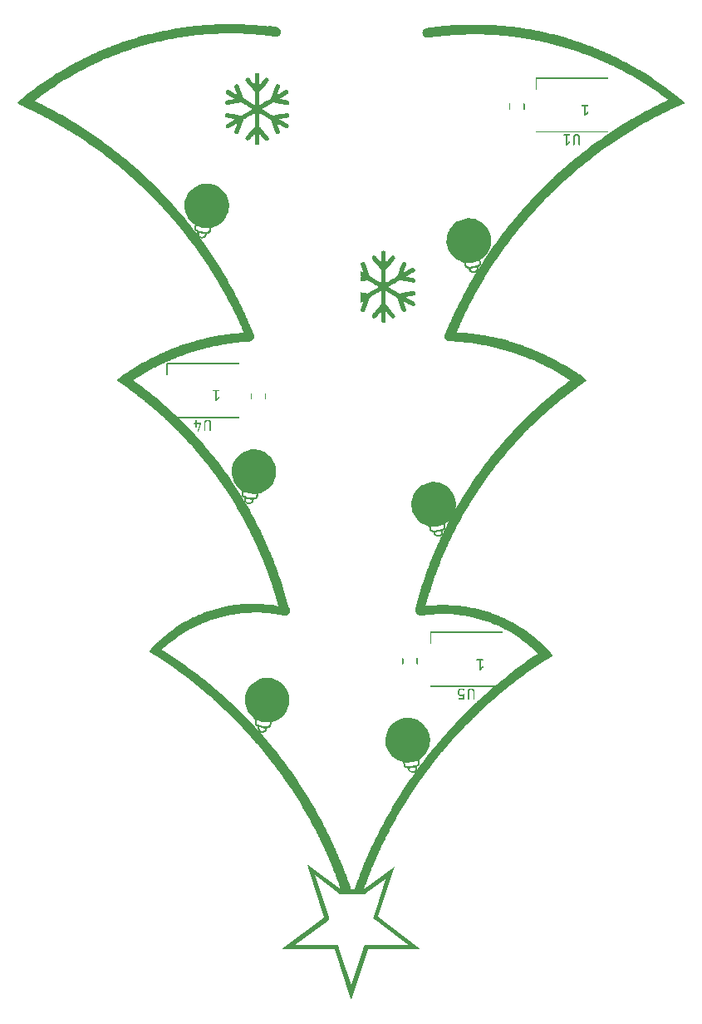
<source format=gto>
%MOIN*%
%OFA0B0*%
%FSLAX36Y36*%
%IPPOS*%
%LPD*%
G36*
X005708492Y000695526D02*
G01*
X005707588Y000695383D01*
X005707215Y000695192D01*
X005714991Y000670489D01*
X005832798Y000582587D01*
X005835541Y000581188D01*
X005838583Y000580707D01*
X005841624Y000581188D01*
X005844368Y000582587D01*
X005846545Y000584764D01*
X005847943Y000587508D01*
X005848425Y000590550D01*
X005847943Y000593590D01*
X005846545Y000596335D01*
X005844368Y000598512D01*
X005839130Y000602420D01*
X005840551Y000598424D01*
X005708492Y000695526D01*
G37*
G36*
X005472048Y002837006D02*
G01*
X005465965Y002836043D01*
X005460478Y002833247D01*
X005456123Y002828892D01*
X005453326Y002823404D01*
X005452363Y002817321D01*
X005453326Y002811238D01*
X005456123Y002805751D01*
X005460478Y002801395D01*
X005465965Y002798600D01*
X005472048Y002797636D01*
X005478131Y002798600D01*
X005483618Y002801395D01*
X005487974Y002805751D01*
X005490769Y002811238D01*
X005491733Y002817321D01*
X005490769Y002823404D01*
X005487974Y002828892D01*
X005483618Y002833247D01*
X005478131Y002836043D01*
X005472048Y002837006D01*
G37*
G36*
X005467349Y002848457D02*
G01*
X005461266Y002847494D01*
X005455778Y002844698D01*
X005451423Y002840342D01*
X005448957Y002835501D01*
X005452756Y002826771D01*
X005448019Y002826530D01*
X005448627Y002822689D01*
X005453326Y002811238D01*
X005456123Y002805751D01*
X005460478Y002801395D01*
X005465965Y002798600D01*
X005472048Y002797636D01*
X005478131Y002798600D01*
X005483618Y002801395D01*
X005487974Y002805751D01*
X005490769Y002811238D01*
X005491733Y002817321D01*
X005490769Y002823404D01*
X005486070Y002834856D01*
X005483274Y002840342D01*
X005478920Y002844698D01*
X005473432Y002847494D01*
X005467349Y002848457D01*
G37*
G36*
X005462568Y002859874D02*
G01*
X005456485Y002858911D01*
X005450998Y002856114D01*
X005446643Y002851760D01*
X005444036Y002846642D01*
X005447803Y002838151D01*
X005452756Y002826771D01*
X005447040Y002826480D01*
X005448627Y002822689D01*
X005451423Y002817202D01*
X005455778Y002812847D01*
X005461266Y002810051D01*
X005467349Y002809087D01*
X005473432Y002810051D01*
X005478920Y002812847D01*
X005483274Y002817202D01*
X005486070Y002822689D01*
X005487034Y002828772D01*
X005486070Y002834856D01*
X005481290Y002846272D01*
X005478494Y002851760D01*
X005474139Y002856114D01*
X005468651Y002858911D01*
X005462568Y002859874D01*
G37*
G36*
X005457708Y002871257D02*
G01*
X005451625Y002870294D01*
X005446137Y002867498D01*
X005441783Y002863143D01*
X005439037Y002857754D01*
X005442770Y002849496D01*
X005447803Y002838151D01*
X005452756Y002826771D01*
X005448697Y002826564D01*
X005450998Y002824264D01*
X005456485Y002821468D01*
X005462568Y002820504D01*
X005468651Y002821468D01*
X005474139Y002824264D01*
X005478494Y002828618D01*
X005481290Y002834107D01*
X005482253Y002840189D01*
X005481290Y002846272D01*
X005476429Y002857655D01*
X005473633Y002863143D01*
X005469278Y002867498D01*
X005463791Y002870294D01*
X005457708Y002871257D01*
G37*
G36*
X005452767Y002882606D02*
G01*
X005446684Y002881643D01*
X005441197Y002878847D01*
X005436841Y002874492D01*
X005434046Y002869004D01*
X005434004Y002868740D01*
X005437658Y002860805D01*
X005442770Y002849496D01*
X005447803Y002838151D01*
X005449678Y002833843D01*
X005451625Y002832851D01*
X005457708Y002831887D01*
X005463791Y002832851D01*
X005469278Y002835646D01*
X005473633Y002840002D01*
X005476429Y002845489D01*
X005477393Y002851572D01*
X005476429Y002857655D01*
X005471489Y002869004D01*
X005468693Y002874492D01*
X005464337Y002878847D01*
X005458851Y002881643D01*
X005452767Y002882606D01*
G37*
G36*
X005447746Y002893920D02*
G01*
X005441663Y002892955D01*
X005436176Y002890160D01*
X005431820Y002885805D01*
X005429025Y002880318D01*
X005428918Y002879643D01*
X005432466Y002872079D01*
X005437658Y002860805D01*
X005442770Y002849496D01*
X005444663Y002845229D01*
X005446684Y002844199D01*
X005452767Y002843236D01*
X005458851Y002844199D01*
X005464337Y002846996D01*
X005468693Y002851350D01*
X005471489Y002856838D01*
X005472452Y002862921D01*
X005471489Y002869004D01*
X005466468Y002880318D01*
X005463672Y002885805D01*
X005459317Y002890160D01*
X005453829Y002892955D01*
X005447746Y002893920D01*
G37*
G36*
X005442645Y002905198D02*
G01*
X005436563Y002904234D01*
X005431076Y002901438D01*
X005426720Y002897082D01*
X005423924Y002891596D01*
X005423754Y002890522D01*
X005427195Y002883317D01*
X005432466Y002872079D01*
X005437658Y002860805D01*
X005439568Y002856581D01*
X005441663Y002855513D01*
X005447746Y002854550D01*
X005453829Y002855513D01*
X005459317Y002858309D01*
X005463672Y002862664D01*
X005466468Y002868152D01*
X005467431Y002874235D01*
X005466468Y002880318D01*
X005461367Y002891596D01*
X005458571Y002897082D01*
X005454216Y002901438D01*
X005448728Y002904234D01*
X005442645Y002905198D01*
G37*
G36*
X005437466Y002916439D02*
G01*
X005431383Y002915475D01*
X005425895Y002912680D01*
X005421540Y002908324D01*
X005418744Y002902837D01*
X005418512Y002901375D01*
X005421846Y002894516D01*
X005427195Y002883317D01*
X005432466Y002872079D01*
X005434392Y002867897D01*
X005436563Y002866791D01*
X005442645Y002865828D01*
X005448728Y002866791D01*
X005454216Y002869587D01*
X005458571Y002873942D01*
X005461367Y002879429D01*
X005462330Y002885513D01*
X005461367Y002891596D01*
X005456187Y002902837D01*
X005453391Y002908324D01*
X005449036Y002912680D01*
X005443549Y002915475D01*
X005437466Y002916439D01*
G37*
G36*
X005432206Y002927644D02*
G01*
X005426124Y002926679D01*
X005420635Y002923883D01*
X005416281Y002919528D01*
X005413484Y002914041D01*
X005413193Y002912201D01*
X005416421Y002905679D01*
X005421846Y002894516D01*
X005427195Y002883317D01*
X005429138Y002879176D01*
X005431383Y002878032D01*
X005437466Y002877069D01*
X005443549Y002878032D01*
X005449036Y002880828D01*
X005453391Y002885183D01*
X005456187Y002890671D01*
X005457151Y002896754D01*
X005456187Y002902837D01*
X005450928Y002914041D01*
X005448132Y002919528D01*
X005443776Y002923883D01*
X005438289Y002926679D01*
X005432206Y002927644D01*
G37*
G36*
X005426868Y002938811D02*
G01*
X005420785Y002937847D01*
X005415297Y002935051D01*
X005410942Y002930696D01*
X005408146Y002925209D01*
X005407796Y002922997D01*
X005410915Y002916803D01*
X005416421Y002905679D01*
X005421846Y002894516D01*
X005423803Y002890419D01*
X005426124Y002889237D01*
X005432206Y002888274D01*
X005438289Y002889237D01*
X005443776Y002892033D01*
X005448132Y002896388D01*
X005450928Y002901876D01*
X005451891Y002907959D01*
X005450928Y002914041D01*
X005445589Y002925209D01*
X005442793Y002930696D01*
X005438438Y002935051D01*
X005432950Y002937847D01*
X005426868Y002938811D01*
G37*
G36*
X005421451Y002949939D02*
G01*
X005415367Y002948976D01*
X005409880Y002946180D01*
X005405525Y002941825D01*
X005402729Y002936337D01*
X005402322Y002933765D01*
X005405333Y002927888D01*
X005410915Y002916803D01*
X005416421Y002905679D01*
X005418392Y002901623D01*
X005420785Y002900403D01*
X005426868Y002899440D01*
X005432950Y002900403D01*
X005438438Y002903200D01*
X005442793Y002907555D01*
X005445589Y002913042D01*
X005446553Y002919125D01*
X005445589Y002925209D01*
X005440172Y002936337D01*
X005437376Y002941825D01*
X005433021Y002946180D01*
X005427534Y002948976D01*
X005421451Y002949939D01*
G37*
G36*
X005415956Y002961029D02*
G01*
X005409872Y002960066D01*
X005404385Y002957270D01*
X005400030Y002952915D01*
X005397233Y002947428D01*
X005396770Y002944504D01*
X005399673Y002938935D01*
X005405333Y002927888D01*
X005410915Y002916803D01*
X005412902Y002912789D01*
X005415367Y002911533D01*
X005421451Y002910569D01*
X005427534Y002911533D01*
X005433021Y002914328D01*
X005437376Y002918684D01*
X005440172Y002924171D01*
X005441136Y002930254D01*
X005440172Y002936337D01*
X005434676Y002947428D01*
X005431881Y002952915D01*
X005427526Y002957270D01*
X005422039Y002960066D01*
X005415956Y002961029D01*
G37*
G36*
X005410382Y002972082D02*
G01*
X005404299Y002971118D01*
X005398811Y002968322D01*
X005394456Y002963967D01*
X005391660Y002958479D01*
X005391143Y002955211D01*
X005393937Y002949941D01*
X005399673Y002938935D01*
X005405333Y002927888D01*
X005407333Y002923917D01*
X005409872Y002922624D01*
X005415956Y002921659D01*
X005422039Y002922624D01*
X005427526Y002925419D01*
X005431881Y002929775D01*
X005434676Y002935261D01*
X005435641Y002941344D01*
X005434676Y002947428D01*
X005429103Y002958479D01*
X005426307Y002963967D01*
X005421952Y002968322D01*
X005416465Y002971118D01*
X005410382Y002972082D01*
G37*
G36*
X005404730Y002983093D02*
G01*
X005398646Y002982130D01*
X005393159Y002979333D01*
X005388804Y002974979D01*
X005386009Y002969491D01*
X005385437Y002965887D01*
X005388123Y002960907D01*
X005393937Y002949941D01*
X005399673Y002938935D01*
X005401686Y002935007D01*
X005404299Y002933675D01*
X005410382Y002932712D01*
X005416465Y002933675D01*
X005421952Y002936471D01*
X005426307Y002940825D01*
X005429103Y002946314D01*
X005430067Y002952397D01*
X005429103Y002958479D01*
X005426307Y002963967D01*
X005420655Y002974979D01*
X005416300Y002979333D01*
X005410813Y002982130D01*
X005404730Y002983093D01*
G37*
G36*
X005399000Y002994065D02*
G01*
X005392917Y002993101D01*
X005387429Y002990305D01*
X005383075Y002985950D01*
X005380278Y002980463D01*
X005379656Y002976531D01*
X005382232Y002971832D01*
X005388123Y002960907D01*
X005393937Y002949941D01*
X005395963Y002946054D01*
X005398646Y002944687D01*
X005404730Y002943723D01*
X005410813Y002944687D01*
X005416300Y002947482D01*
X005420655Y002951838D01*
X005423452Y002957325D01*
X005424415Y002963408D01*
X005423452Y002969491D01*
X005420655Y002974979D01*
X005414926Y002985950D01*
X005410571Y002990305D01*
X005405083Y002993101D01*
X005399000Y002994065D01*
G37*
G36*
X005393194Y003004995D02*
G01*
X005387111Y003004032D01*
X005381623Y003001236D01*
X005377268Y002996881D01*
X005374472Y002991394D01*
X005373799Y002987142D01*
X005376266Y002982715D01*
X005382232Y002971832D01*
X005388123Y002960907D01*
X005390161Y002957063D01*
X005392917Y002955659D01*
X005399000Y002954695D01*
X005405083Y002955659D01*
X005410571Y002958455D01*
X005414926Y002962810D01*
X005417722Y002968297D01*
X005418685Y002974380D01*
X005417722Y002980463D01*
X005414926Y002985950D01*
X005409120Y002996881D01*
X005404765Y003001236D01*
X005399277Y003004032D01*
X005393194Y003004995D01*
G37*
G36*
X005387310Y003015886D02*
G01*
X005381227Y003014922D01*
X005375739Y003012126D01*
X005371384Y003007771D01*
X005368589Y003002284D01*
X005367866Y002997720D01*
X005370224Y002993557D01*
X005376266Y002982715D01*
X005382232Y002971832D01*
X005384282Y002968031D01*
X005387111Y002966589D01*
X005393194Y002965625D01*
X005399277Y002966589D01*
X005404765Y002969386D01*
X005409120Y002973741D01*
X005411915Y002979228D01*
X005412879Y002985310D01*
X005411915Y002991394D01*
X005409120Y002996881D01*
X005403235Y003007771D01*
X005398881Y003012126D01*
X005393393Y003014922D01*
X005387310Y003015886D01*
G37*
G36*
X005381349Y003026733D02*
G01*
X005375266Y003025770D01*
X005369779Y003022974D01*
X005365424Y003018619D01*
X005362628Y003013131D01*
X005361857Y003008262D01*
X005364106Y003004357D01*
X005370224Y002993557D01*
X005376266Y002982715D01*
X005378326Y002978956D01*
X005381227Y002977479D01*
X005387310Y002976516D01*
X005393393Y002977479D01*
X005398881Y002980275D01*
X005403235Y002984630D01*
X005406032Y002990118D01*
X005406995Y002996201D01*
X005406032Y003002284D01*
X005403235Y003007771D01*
X005397275Y003018619D01*
X005392920Y003022974D01*
X005387432Y003025770D01*
X005381349Y003026733D01*
G37*
G36*
X005375312Y003037538D02*
G01*
X005369229Y003036576D01*
X005363742Y003033779D01*
X005359387Y003029424D01*
X005356591Y003023937D01*
X005355773Y003018769D01*
X005357912Y003015113D01*
X005364106Y003004357D01*
X005370224Y002993557D01*
X005372294Y002989841D01*
X005375266Y002988327D01*
X005381349Y002987363D01*
X005387432Y002988327D01*
X005392920Y002991123D01*
X005397275Y002995477D01*
X005400071Y003000966D01*
X005401034Y003007048D01*
X005400071Y003013131D01*
X005397275Y003018619D01*
X005391238Y003029424D01*
X005386883Y003033779D01*
X005381396Y003036576D01*
X005375312Y003037538D01*
G37*
G36*
X005369200Y003048301D02*
G01*
X005363116Y003047338D01*
X005357629Y003044542D01*
X005353274Y003040187D01*
X005350478Y003034699D01*
X005349614Y003029240D01*
X005351644Y003025825D01*
X005357912Y003015113D01*
X005364106Y003004357D01*
X005366187Y003000683D01*
X005369229Y002999133D01*
X005375312Y002998168D01*
X005381396Y002999133D01*
X005386883Y003001929D01*
X005391238Y003006283D01*
X005394034Y003011771D01*
X005394998Y003017853D01*
X005394034Y003023937D01*
X005391238Y003029424D01*
X005385126Y003040187D01*
X005380770Y003044542D01*
X005375283Y003047338D01*
X005369200Y003048301D01*
G37*
G36*
X005363011Y003059020D02*
G01*
X005356927Y003058057D01*
X005351440Y003055261D01*
X005347085Y003050906D01*
X005344288Y003045418D01*
X005343380Y003039674D01*
X005345301Y003036493D01*
X005351644Y003025825D01*
X005357912Y003015113D01*
X005360004Y003011480D01*
X005363116Y003009895D01*
X005369200Y003008931D01*
X005375283Y003009895D01*
X005380770Y003012690D01*
X005385126Y003017046D01*
X005387921Y003022533D01*
X005388885Y003028616D01*
X005387921Y003034699D01*
X005385126Y003040187D01*
X005378936Y003050906D01*
X005374581Y003055261D01*
X005369094Y003058057D01*
X005363011Y003059020D01*
G37*
G36*
X005356746Y003069695D02*
G01*
X005350663Y003068732D01*
X005345175Y003065936D01*
X005340820Y003061581D01*
X005338025Y003056093D01*
X005337071Y003050070D01*
X005338883Y003047117D01*
X005345301Y003036493D01*
X005351644Y003025825D01*
X005353744Y003022235D01*
X005356927Y003020614D01*
X005363011Y003019650D01*
X005369094Y003020614D01*
X005374581Y003023409D01*
X005378936Y003027765D01*
X005381732Y003033252D01*
X005382696Y003039335D01*
X005381732Y003045418D01*
X005378936Y003050906D01*
X005372672Y003061581D01*
X005368317Y003065936D01*
X005362829Y003068732D01*
X005356746Y003069695D01*
G37*
G36*
X005350406Y003080326D02*
G01*
X005344323Y003079363D01*
X005338836Y003076566D01*
X005334481Y003072212D01*
X005331685Y003066724D01*
X005330721Y003060641D01*
X005330777Y003060285D01*
X005332391Y003057695D01*
X005338883Y003047117D01*
X005345301Y003036493D01*
X005347409Y003032947D01*
X005350663Y003031289D01*
X005356746Y003030325D01*
X005362829Y003031289D01*
X005368317Y003034085D01*
X005372672Y003038439D01*
X005375468Y003043928D01*
X005376431Y003050010D01*
X005375468Y003056093D01*
X005372672Y003061581D01*
X005366331Y003072212D01*
X005361977Y003076566D01*
X005356489Y003079363D01*
X005350406Y003080326D01*
G37*
G36*
X005343992Y003090912D02*
G01*
X005337909Y003089949D01*
X005332421Y003087153D01*
X005328066Y003082798D01*
X005325270Y003077310D01*
X005324307Y003071227D01*
X005324433Y003070429D01*
X005325826Y003068228D01*
X005332391Y003057695D01*
X005338883Y003047117D01*
X005341000Y003043614D01*
X005344323Y003041920D01*
X005350406Y003040956D01*
X005356489Y003041920D01*
X005361977Y003044716D01*
X005366331Y003049070D01*
X005369128Y003054559D01*
X005370091Y003060641D01*
X005369128Y003066724D01*
X005366331Y003072212D01*
X005359917Y003082798D01*
X005355563Y003087153D01*
X005350075Y003089949D01*
X005343992Y003090912D01*
G37*
G36*
X005337503Y003101451D02*
G01*
X005331420Y003100489D01*
X005325932Y003097692D01*
X005321578Y003093337D01*
X005318781Y003087850D01*
X005317818Y003081766D01*
X005318012Y003080544D01*
X005319188Y003078715D01*
X005325826Y003068228D01*
X005332391Y003057695D01*
X005334516Y003054234D01*
X005337909Y003052505D01*
X005343992Y003051542D01*
X005350075Y003052505D01*
X005355563Y003055301D01*
X005359917Y003059656D01*
X005362714Y003065144D01*
X005363677Y003071227D01*
X005362714Y003077310D01*
X005359917Y003082798D01*
X005353428Y003093337D01*
X005349073Y003097692D01*
X005343585Y003100489D01*
X005337503Y003101451D01*
G37*
G36*
X005330939Y003111945D02*
G01*
X005324856Y003110982D01*
X005319368Y003108186D01*
X005315013Y003103831D01*
X005312217Y003098343D01*
X005311254Y003092260D01*
X005311512Y003090631D01*
X005312475Y003089156D01*
X005319188Y003078715D01*
X005325826Y003068228D01*
X005327956Y003064811D01*
X005331420Y003063046D01*
X005337503Y003062081D01*
X005343585Y003063046D01*
X005349073Y003065842D01*
X005353428Y003070196D01*
X005356224Y003075684D01*
X005357188Y003081766D01*
X005356224Y003087850D01*
X005353428Y003093337D01*
X005346864Y003103831D01*
X005342509Y003108186D01*
X005337022Y003110982D01*
X005330939Y003111945D01*
G37*
G36*
X005324301Y003122393D02*
G01*
X005318218Y003121429D01*
X005312731Y003118634D01*
X005308376Y003114278D01*
X005305580Y003108791D01*
X005304616Y003102708D01*
X005304937Y003100686D01*
X005305691Y003099548D01*
X005312475Y003089156D01*
X005319188Y003078715D01*
X005321326Y003075337D01*
X005324856Y003073539D01*
X005330939Y003072575D01*
X005337022Y003073539D01*
X005342509Y003076335D01*
X005346864Y003080691D01*
X005349660Y003086177D01*
X005350624Y003092260D01*
X005349660Y003098343D01*
X005346864Y003103831D01*
X005340227Y003114278D01*
X005335872Y003118634D01*
X005330384Y003121429D01*
X005324301Y003122393D01*
G37*
G36*
X005317590Y003132794D02*
G01*
X005311507Y003131829D01*
X005306020Y003129034D01*
X005301665Y003124679D01*
X005298868Y003119192D01*
X005297905Y003113109D01*
X005298286Y003110707D01*
X005298833Y003109894D01*
X005305691Y003099548D01*
X005312475Y003089156D01*
X005314620Y003085820D01*
X005318218Y003083986D01*
X005324301Y003083023D01*
X005330384Y003083986D01*
X005335872Y003086783D01*
X005340227Y003091138D01*
X005343023Y003096625D01*
X005343986Y003102708D01*
X005343023Y003108791D01*
X005340227Y003114278D01*
X005333516Y003124679D01*
X005329161Y003129034D01*
X005323674Y003131829D01*
X005317590Y003132794D01*
G37*
G36*
X005310806Y003143145D02*
G01*
X005304723Y003142183D01*
X005299235Y003139386D01*
X005294881Y003135031D01*
X005292084Y003129544D01*
X005291121Y003123460D01*
X005291559Y003120696D01*
X005291903Y003120191D01*
X005298833Y003109894D01*
X005305691Y003099548D01*
X005307840Y003096254D01*
X005311507Y003094386D01*
X005317590Y003093424D01*
X005323674Y003094386D01*
X005329161Y003097183D01*
X005333516Y003101538D01*
X005336312Y003107025D01*
X005337275Y003113109D01*
X005336312Y003119192D01*
X005333516Y003124679D01*
X005326732Y003135031D01*
X005322377Y003139386D01*
X005316889Y003142183D01*
X005310806Y003143145D01*
G37*
G36*
X005303949Y003153450D02*
G01*
X005297866Y003152486D01*
X005292378Y003149691D01*
X005288023Y003145336D01*
X005285227Y003139848D01*
X005284264Y003133765D01*
X005284757Y003130648D01*
X005284902Y003130439D01*
X005291903Y003120191D01*
X005298833Y003109894D01*
X005300989Y003106641D01*
X005304723Y003104739D01*
X005310806Y003103775D01*
X005316889Y003104739D01*
X005322377Y003107535D01*
X005326732Y003111891D01*
X005329527Y003117377D01*
X005330491Y003123460D01*
X005329527Y003129544D01*
X005326732Y003135031D01*
X005319874Y003145336D01*
X005315520Y003149691D01*
X005310032Y003152486D01*
X005303949Y003153450D01*
G37*
G36*
X005297019Y003163706D02*
G01*
X005290936Y003162742D01*
X005285448Y003159946D01*
X005281094Y003155592D01*
X005278297Y003150104D01*
X005277334Y003144021D01*
X005277882Y003140562D01*
X005284902Y003130439D01*
X005291903Y003120191D01*
X005294064Y003116980D01*
X005297866Y003115043D01*
X005303949Y003114080D01*
X005310032Y003115043D01*
X005315520Y003117840D01*
X005319874Y003122194D01*
X005322671Y003127682D01*
X005323634Y003133765D01*
X005322671Y003139848D01*
X005319874Y003145336D01*
X005312945Y003155592D01*
X005308589Y003159946D01*
X005303102Y003162742D01*
X005297019Y003163706D01*
G37*
G36*
X005290016Y003173912D02*
G01*
X005283933Y003172949D01*
X005278446Y003170153D01*
X005274091Y003165798D01*
X005271295Y003160310D01*
X005270331Y003154227D01*
X005270932Y003150439D01*
X005277829Y003140639D01*
X005284902Y003130439D01*
X005287067Y003127270D01*
X005290936Y003125299D01*
X005297019Y003124336D01*
X005303102Y003125299D01*
X005308589Y003128095D01*
X005312945Y003132450D01*
X005315740Y003137938D01*
X005316704Y003144021D01*
X005315740Y003150104D01*
X005312945Y003155592D01*
X005305942Y003165798D01*
X005301587Y003170153D01*
X005296100Y003172949D01*
X005290016Y003173912D01*
G37*
G36*
X005282942Y003184069D02*
G01*
X005276859Y003183106D01*
X005271372Y003180309D01*
X005267017Y003175955D01*
X005264221Y003170467D01*
X005263257Y003164384D01*
X005263908Y003160275D01*
X005270686Y003150788D01*
X005277829Y003140639D01*
X005279999Y003137510D01*
X005283933Y003135505D01*
X005290016Y003134542D01*
X005296100Y003135505D01*
X005301587Y003138301D01*
X005305942Y003142656D01*
X005308738Y003148144D01*
X005309701Y003154227D01*
X005308738Y003160310D01*
X005305942Y003165798D01*
X005298868Y003175955D01*
X005294513Y003180309D01*
X005289025Y003183106D01*
X005282942Y003184069D01*
G37*
G36*
X005275796Y003194176D02*
G01*
X005269713Y003193212D01*
X005264226Y003190417D01*
X005259871Y003186061D01*
X005257075Y003180574D01*
X005256111Y003174491D01*
X005256811Y003170073D01*
X005263470Y003160888D01*
X005270686Y003150788D01*
X005272859Y003147701D01*
X005276859Y003145662D01*
X005282942Y003144699D01*
X005289025Y003145662D01*
X005294513Y003148458D01*
X005298868Y003152813D01*
X005301664Y003158301D01*
X005302627Y003164384D01*
X005301664Y003170467D01*
X005298868Y003175955D01*
X005291722Y003186061D01*
X005287367Y003190417D01*
X005281879Y003193212D01*
X005275796Y003194176D01*
G37*
G36*
X005268580Y003204231D02*
G01*
X005262497Y003203267D01*
X005257009Y003200472D01*
X005252655Y003196117D01*
X005249858Y003190629D01*
X005248895Y003184546D01*
X005249642Y003179830D01*
X005256186Y003170936D01*
X005263470Y003160888D01*
X005265647Y003157841D01*
X005269713Y003155769D01*
X005275796Y003154806D01*
X005281879Y003155769D01*
X005287367Y003158565D01*
X005291722Y003162920D01*
X005294518Y003168408D01*
X005295481Y003174491D01*
X005294518Y003180574D01*
X005291722Y003186061D01*
X005284506Y003196117D01*
X005280151Y003200472D01*
X005274663Y003203267D01*
X005268580Y003204231D01*
G37*
G36*
X005261292Y003214236D02*
G01*
X005255209Y003213272D01*
X005249722Y003210477D01*
X005245366Y003206121D01*
X005242571Y003200634D01*
X005241607Y003194551D01*
X005242401Y003189545D01*
X005248830Y003180934D01*
X005256186Y003170936D01*
X005258365Y003167930D01*
X005262497Y003165824D01*
X005268580Y003164861D01*
X005274663Y003165824D01*
X005280151Y003168621D01*
X005284506Y003172976D01*
X005287301Y003178463D01*
X005288265Y003184546D01*
X005287301Y003190629D01*
X005284506Y003196117D01*
X005277218Y003206121D01*
X005272863Y003210477D01*
X005267375Y003213272D01*
X005261292Y003214236D01*
G37*
G36*
X005253934Y003224189D02*
G01*
X005247851Y003223225D01*
X005242363Y003220429D01*
X005238009Y003216075D01*
X005235212Y003210587D01*
X005234249Y003204504D01*
X005235085Y003199222D01*
X005241405Y003190879D01*
X005248830Y003180934D01*
X005251012Y003177968D01*
X005255209Y003175829D01*
X005261292Y003174866D01*
X005267375Y003175829D01*
X005272863Y003178626D01*
X005277218Y003182981D01*
X005280014Y003188468D01*
X005280977Y003194551D01*
X005280014Y003200634D01*
X005277218Y003206121D01*
X005269860Y003216075D01*
X005265505Y003220429D01*
X005260017Y003223225D01*
X005253934Y003224189D01*
G37*
G36*
X005246505Y003234090D02*
G01*
X005240424Y003233126D01*
X005234936Y003230330D01*
X005230581Y003225974D01*
X005227785Y003220488D01*
X005226820Y003214405D01*
X005227701Y003208854D01*
X005233910Y003200774D01*
X005241405Y003190879D01*
X005243589Y003187954D01*
X005247851Y003185782D01*
X005253934Y003184819D01*
X005260017Y003185782D01*
X005265505Y003188578D01*
X005269860Y003192933D01*
X005272656Y003198421D01*
X005273619Y003204504D01*
X005272656Y003210587D01*
X005269860Y003216075D01*
X005262431Y003225974D01*
X005258076Y003230330D01*
X005252589Y003233126D01*
X005246505Y003234090D01*
G37*
G36*
X005239008Y003243937D02*
G01*
X005232925Y003242974D01*
X005227437Y003240178D01*
X005223083Y003235823D01*
X005220286Y003230335D01*
X005219323Y003224252D01*
X005220243Y003218443D01*
X005226348Y003210614D01*
X005233910Y003200774D01*
X005236096Y003197888D01*
X005240424Y003195683D01*
X005246505Y003194720D01*
X005252589Y003195683D01*
X005258076Y003198479D01*
X005262431Y003202834D01*
X005265228Y003208322D01*
X005266191Y003214405D01*
X005265228Y003220488D01*
X005262431Y003225974D01*
X005254934Y003235823D01*
X005250579Y003240178D01*
X005245091Y003242974D01*
X005239008Y003243937D01*
G37*
G36*
X005231440Y003253732D02*
G01*
X005225358Y003252769D01*
X005219870Y003249972D01*
X005215516Y003245618D01*
X005212719Y003240130D01*
X005211755Y003234047D01*
X005212716Y003227986D01*
X005218715Y003220402D01*
X005226348Y003210614D01*
X005228536Y003207767D01*
X005232925Y003205530D01*
X005239008Y003204567D01*
X005245091Y003205530D01*
X005250579Y003208327D01*
X005254934Y003212681D01*
X005257729Y003218169D01*
X005258693Y003224252D01*
X005257729Y003230335D01*
X005254934Y003235823D01*
X005247366Y003245618D01*
X005243011Y003249972D01*
X005237523Y003252769D01*
X005231440Y003253732D01*
G37*
G36*
X005223805Y003263473D02*
G01*
X005217722Y003262510D01*
X005212234Y003259714D01*
X005207879Y003255359D01*
X005205083Y003249871D01*
X005204120Y003243788D01*
X005205083Y003237705D01*
X005205328Y003237223D01*
X005211015Y003230137D01*
X005218715Y003220402D01*
X005220904Y003217596D01*
X005225358Y003215326D01*
X005231440Y003214362D01*
X005237523Y003215326D01*
X005243011Y003218122D01*
X005247366Y003222477D01*
X005250162Y003227965D01*
X005251125Y003234047D01*
X005250162Y003240130D01*
X005247366Y003245618D01*
X005239730Y003255359D01*
X005235374Y003259714D01*
X005229888Y003262510D01*
X005223805Y003263473D01*
G37*
G36*
X005216100Y003273161D02*
G01*
X005210017Y003272197D01*
X005204528Y003269401D01*
X005200174Y003265045D01*
X005197378Y003259559D01*
X005196415Y003253476D01*
X005197378Y003247392D01*
X005197876Y003246416D01*
X005203247Y003239817D01*
X005211015Y003230137D01*
X005213206Y003227367D01*
X005217722Y003225067D01*
X005223805Y003224103D01*
X005229888Y003225067D01*
X005235374Y003227862D01*
X005239730Y003232218D01*
X005242526Y003237705D01*
X005243490Y003243788D01*
X005242526Y003249871D01*
X005239730Y003255359D01*
X005232025Y003265045D01*
X005227670Y003269401D01*
X005222182Y003272197D01*
X005216100Y003273161D01*
G37*
G36*
X005208326Y003282793D02*
G01*
X005202243Y003281829D01*
X005196755Y003279033D01*
X005192400Y003274677D01*
X005189605Y003269191D01*
X005188641Y003263108D01*
X005189605Y003257025D01*
X005190336Y003255588D01*
X005195411Y003249443D01*
X005203247Y003239817D01*
X005205438Y003237087D01*
X005210017Y003234754D01*
X005216100Y003233791D01*
X005222182Y003234754D01*
X005227670Y003237550D01*
X005232025Y003241905D01*
X005234820Y003247392D01*
X005235785Y003253476D01*
X005234820Y003259559D01*
X005232025Y003265045D01*
X005224252Y003274677D01*
X005219896Y003279033D01*
X005214409Y003281829D01*
X005208326Y003282793D01*
G37*
G36*
X005200486Y003292370D02*
G01*
X005194403Y003291406D01*
X005188915Y003288610D01*
X005184560Y003284255D01*
X005181764Y003278768D01*
X005180801Y003272685D01*
X005181764Y003266601D01*
X005182713Y003264740D01*
X005187509Y003259013D01*
X005195411Y003249443D01*
X005197603Y003246750D01*
X005202243Y003244386D01*
X005208326Y003243423D01*
X005214409Y003244386D01*
X005219896Y003247182D01*
X005224252Y003251537D01*
X005227048Y003257025D01*
X005228011Y003263108D01*
X005227048Y003269191D01*
X005224252Y003274677D01*
X005216410Y003284255D01*
X005212055Y003288610D01*
X005206568Y003291406D01*
X005200486Y003292370D01*
G37*
G36*
X005192576Y003301891D02*
G01*
X005186493Y003300927D01*
X005181006Y003298132D01*
X005176651Y003293777D01*
X005173855Y003288289D01*
X005172891Y003282206D01*
X005173855Y003276123D01*
X005175005Y003273867D01*
X005179539Y003268529D01*
X005187509Y003259013D01*
X005189701Y003256359D01*
X005194403Y003253963D01*
X005200486Y003252999D01*
X005206568Y003253963D01*
X005212055Y003256759D01*
X005216410Y003261114D01*
X005219207Y003266601D01*
X005220171Y003272685D01*
X005219207Y003278768D01*
X005216410Y003284255D01*
X005208502Y003293777D01*
X005204147Y003298132D01*
X005198660Y003300927D01*
X005192576Y003301891D01*
G37*
G36*
X005184601Y003311356D02*
G01*
X005178518Y003310393D01*
X005173030Y003307597D01*
X005168675Y003303242D01*
X005165880Y003297755D01*
X005164916Y003291671D01*
X005165880Y003285588D01*
X005167217Y003282964D01*
X005171504Y003277987D01*
X005179539Y003268529D01*
X005181732Y003265911D01*
X005186493Y003263484D01*
X005192576Y003262521D01*
X005198660Y003263484D01*
X005204147Y003266281D01*
X005208502Y003270636D01*
X005211298Y003276123D01*
X005212262Y003282206D01*
X005211298Y003288289D01*
X005208502Y003293777D01*
X005200527Y003303242D01*
X005196172Y003307597D01*
X005190684Y003310393D01*
X005184601Y003311356D01*
G37*
G36*
X005176559Y003320766D02*
G01*
X005170476Y003319802D01*
X005164988Y003317006D01*
X005160633Y003312651D01*
X005157837Y003307164D01*
X005156874Y003301081D01*
X005157837Y003294998D01*
X005159351Y003292027D01*
X005163403Y003287391D01*
X005171504Y003277987D01*
X005173698Y003275406D01*
X005178518Y003272950D01*
X005184601Y003271986D01*
X005190684Y003272950D01*
X005196172Y003275746D01*
X005200527Y003280101D01*
X005203323Y003285588D01*
X005204286Y003291671D01*
X005203323Y003297755D01*
X005200527Y003303242D01*
X005192485Y003312651D01*
X005188130Y003317006D01*
X005182642Y003319802D01*
X005176559Y003320766D01*
G37*
G36*
X005168451Y003330116D02*
G01*
X005162368Y003329153D01*
X005156880Y003326357D01*
X005152525Y003322002D01*
X005149729Y003316515D01*
X005148766Y003310431D01*
X005149729Y003304350D01*
X005151407Y003301056D01*
X005155235Y003296736D01*
X005163403Y003287391D01*
X005165596Y003284846D01*
X005170476Y003282359D01*
X005176559Y003281396D01*
X005182642Y003282359D01*
X005188130Y003285155D01*
X005192485Y003289510D01*
X005195280Y003294998D01*
X005196244Y003301081D01*
X005195280Y003307164D01*
X005192485Y003312651D01*
X005184376Y003322002D01*
X005180022Y003326357D01*
X005174534Y003329153D01*
X005168451Y003330116D01*
G37*
G36*
X005160276Y003339412D02*
G01*
X005154193Y003338448D01*
X005148706Y003335652D01*
X005144351Y003331297D01*
X005141555Y003325810D01*
X005140591Y003319727D01*
X005141555Y003313644D01*
X005143386Y003310050D01*
X005147003Y003306026D01*
X005155235Y003296736D01*
X005157427Y003294228D01*
X005162368Y003291711D01*
X005168451Y003290746D01*
X005174534Y003291711D01*
X005180022Y003294507D01*
X005184376Y003298862D01*
X005187173Y003304350D01*
X005188136Y003310431D01*
X005187173Y003316515D01*
X005184376Y003322002D01*
X005176202Y003331297D01*
X005171847Y003335652D01*
X005166359Y003338448D01*
X005160276Y003339412D01*
G37*
G36*
X005152037Y003348647D02*
G01*
X005145954Y003347684D01*
X005140467Y003344888D01*
X005136111Y003340533D01*
X005133315Y003335045D01*
X005132352Y003328962D01*
X005133315Y003322880D01*
X005135291Y003319003D01*
X005138706Y003315256D01*
X005147003Y003306026D01*
X005149195Y003303552D01*
X005154193Y003301005D01*
X005160276Y003300042D01*
X005166359Y003301005D01*
X005171847Y003303801D01*
X005176202Y003308156D01*
X005178998Y003313644D01*
X005179961Y003319727D01*
X005178998Y003325810D01*
X005176202Y003331297D01*
X005167963Y003340533D01*
X005163607Y003344888D01*
X005158120Y003347684D01*
X005152037Y003348647D01*
G37*
G36*
X005143732Y003357826D02*
G01*
X005137650Y003356863D01*
X005132161Y003354066D01*
X005127807Y003349712D01*
X005125010Y003344224D01*
X005124047Y003338141D01*
X005125010Y003332058D01*
X005127122Y003327915D01*
X005130345Y003324429D01*
X005138706Y003315256D01*
X005140898Y003312818D01*
X005145954Y003310241D01*
X005152037Y003309277D01*
X005158120Y003310241D01*
X005163607Y003313038D01*
X005167963Y003317392D01*
X005170758Y003322880D01*
X005171722Y003328962D01*
X005170758Y003335045D01*
X005167963Y003340533D01*
X005159658Y003349712D01*
X005155302Y003354066D01*
X005149815Y003356863D01*
X005143732Y003357826D01*
G37*
G36*
X005135363Y003366945D02*
G01*
X005129280Y003365982D01*
X005123792Y003363185D01*
X005119437Y003358831D01*
X005116642Y003353343D01*
X005115678Y003347260D01*
X005116642Y003341177D01*
X005118878Y003336786D01*
X005121919Y003333542D01*
X005130345Y003324429D01*
X005132537Y003322024D01*
X005137650Y003319420D01*
X005143732Y003318456D01*
X005149815Y003319420D01*
X005155302Y003322215D01*
X005159658Y003326570D01*
X005162454Y003332058D01*
X005163417Y003338141D01*
X005162454Y003344224D01*
X005159658Y003349712D01*
X005151288Y003358831D01*
X005146933Y003363185D01*
X005141446Y003365982D01*
X005135363Y003366945D01*
G37*
G36*
X005126929Y003376004D02*
G01*
X005120846Y003375041D01*
X005115359Y003372245D01*
X005111004Y003367890D01*
X005108207Y003362402D01*
X005107244Y003356319D01*
X005108207Y003350236D01*
X005110563Y003345613D01*
X005113430Y003342597D01*
X005121919Y003333542D01*
X005124111Y003331172D01*
X005129280Y003328538D01*
X005135363Y003327575D01*
X005141446Y003328538D01*
X005146933Y003331334D01*
X005151288Y003335689D01*
X005154085Y003341177D01*
X005155048Y003347260D01*
X005154085Y003353343D01*
X005151288Y003358831D01*
X005142855Y003367890D01*
X005138500Y003372245D01*
X005133013Y003375041D01*
X005126929Y003376004D01*
G37*
G36*
X005118432Y003385004D02*
G01*
X005112349Y003384041D01*
X005106861Y003381245D01*
X005102506Y003376890D01*
X005099711Y003371402D01*
X005098747Y003365319D01*
X005099711Y003359236D01*
X005102177Y003354396D01*
X005104879Y003351593D01*
X005113430Y003342597D01*
X005115622Y003340259D01*
X005120846Y003337598D01*
X005126929Y003336634D01*
X005133013Y003337598D01*
X005138500Y003340394D01*
X005142855Y003344748D01*
X005145651Y003350236D01*
X005146614Y003356319D01*
X005145651Y003362402D01*
X005142855Y003367890D01*
X005134358Y003376890D01*
X005130002Y003381245D01*
X005124515Y003384041D01*
X005118432Y003385004D01*
G37*
G36*
X005109872Y003393944D02*
G01*
X005103789Y003392980D01*
X005098301Y003390185D01*
X005093946Y003385829D01*
X005091150Y003380343D01*
X005090187Y003374259D01*
X005091150Y003368176D01*
X005093724Y003363127D01*
X005096264Y003360528D01*
X005104879Y003351593D01*
X005107071Y003349286D01*
X005112349Y003346597D01*
X005118432Y003345634D01*
X005124515Y003346597D01*
X005130002Y003349394D01*
X005134358Y003353748D01*
X005137153Y003359236D01*
X005138117Y003365319D01*
X005137153Y003371402D01*
X005134358Y003376890D01*
X005125798Y003385829D01*
X005121442Y003390185D01*
X005115955Y003392980D01*
X005109872Y003393944D01*
G37*
G36*
X005101248Y003402823D02*
G01*
X005095165Y003401860D01*
X005089678Y003399064D01*
X005085323Y003394709D01*
X005082526Y003389221D01*
X005081563Y003383138D01*
X005082526Y003377055D01*
X005085198Y003371812D01*
X005087587Y003369403D01*
X005096264Y003360528D01*
X005098456Y003358255D01*
X005103789Y003355538D01*
X005109872Y003354574D01*
X005115955Y003355538D01*
X005121442Y003358334D01*
X005125798Y003362689D01*
X005128593Y003368176D01*
X005129557Y003374259D01*
X005128593Y003380343D01*
X005125798Y003385829D01*
X005117174Y003394709D01*
X005112818Y003399064D01*
X005107332Y003401860D01*
X005101248Y003402823D01*
G37*
G36*
X005092562Y003411641D02*
G01*
X005086479Y003410677D01*
X005080991Y003407881D01*
X005076636Y003403526D01*
X005073840Y003398038D01*
X005072877Y003391956D01*
X005073840Y003385873D01*
X005076604Y003380449D01*
X005078849Y003378216D01*
X005087587Y003369403D01*
X005089780Y003367160D01*
X005095165Y003364417D01*
X005101248Y003363453D01*
X005107332Y003364417D01*
X005112818Y003367212D01*
X005117174Y003371568D01*
X005119969Y003377055D01*
X005120933Y003383138D01*
X005119969Y003389221D01*
X005117174Y003394709D01*
X005108487Y003403526D01*
X005104133Y003407881D01*
X005098645Y003410677D01*
X005092562Y003411641D01*
G37*
G36*
X005083814Y003420397D02*
G01*
X005077731Y003419434D01*
X005072243Y003416638D01*
X005067888Y003412283D01*
X005065092Y003406795D01*
X005064129Y003400712D01*
X005065092Y003394629D01*
X005067888Y003389142D01*
X005071658Y003385368D01*
X005078849Y003378216D01*
X005081042Y003376005D01*
X005086479Y003373235D01*
X005092562Y003372271D01*
X005098645Y003373235D01*
X005104133Y003376031D01*
X005108487Y003380386D01*
X005111283Y003385873D01*
X005112247Y003391956D01*
X005111283Y003398038D01*
X005108487Y003403526D01*
X005099739Y003412283D01*
X005095385Y003416638D01*
X005089897Y003419434D01*
X005083814Y003420397D01*
G37*
G36*
X005075004Y003429092D02*
G01*
X005068921Y003428129D01*
X005063433Y003425332D01*
X005059078Y003420977D01*
X005056283Y003415490D01*
X005055319Y003409407D01*
X005056283Y003403323D01*
X005059078Y003397836D01*
X005063433Y003393481D01*
X005067203Y003389761D01*
X005070048Y003386970D01*
X005072245Y003384785D01*
X005077731Y003381991D01*
X005083814Y003381027D01*
X005089897Y003381991D01*
X005095385Y003384786D01*
X005099739Y003389142D01*
X005102536Y003394629D01*
X005103499Y003400712D01*
X005102536Y003406795D01*
X005099739Y003412283D01*
X005095385Y003416638D01*
X005086575Y003425332D01*
X005081087Y003428129D01*
X005075004Y003429092D01*
G37*
G36*
X005066133Y003437724D02*
G01*
X005060050Y003436760D01*
X005054563Y003433965D01*
X005050208Y003429609D01*
X005047411Y003424122D01*
X005046448Y003418039D01*
X005047411Y003411956D01*
X005050208Y003406468D01*
X005054563Y003402113D01*
X005063433Y003393481D01*
X005068921Y003390685D01*
X005075004Y003389722D01*
X005081087Y003390685D01*
X005086575Y003393481D01*
X005090930Y003397836D01*
X005093726Y003403323D01*
X005094689Y003409407D01*
X005093726Y003415490D01*
X005090930Y003420977D01*
X005086575Y003425332D01*
X005077704Y003433965D01*
X005072216Y003436760D01*
X005066133Y003437724D01*
G37*
G36*
X005057202Y003446293D02*
G01*
X005051118Y003445329D01*
X005045631Y003442533D01*
X005041276Y003438179D01*
X005038480Y003432690D01*
X005037517Y003426608D01*
X005038480Y003420525D01*
X005041276Y003415037D01*
X005045631Y003410682D01*
X005054563Y003402113D01*
X005060050Y003399317D01*
X005066133Y003398354D01*
X005072216Y003399317D01*
X005077704Y003402113D01*
X005082058Y003406468D01*
X005084854Y003411956D01*
X005085818Y003418039D01*
X005084854Y003424122D01*
X005082058Y003429609D01*
X005077704Y003433965D01*
X005068772Y003442533D01*
X005063285Y003445329D01*
X005057202Y003446293D01*
G37*
G36*
X005048210Y003454799D02*
G01*
X005042127Y003453835D01*
X005036639Y003451039D01*
X005032284Y003446683D01*
X005029488Y003441197D01*
X005028525Y003435114D01*
X005029488Y003429031D01*
X005032284Y003423543D01*
X005036639Y003419188D01*
X005045631Y003410682D01*
X005051118Y003407886D01*
X005057202Y003406923D01*
X005063285Y003407886D01*
X005068772Y003410682D01*
X005073127Y003415037D01*
X005075924Y003420525D01*
X005076887Y003426608D01*
X005075924Y003432690D01*
X005073127Y003438179D01*
X005068772Y003442533D01*
X005059780Y003451039D01*
X005054293Y003453835D01*
X005048210Y003454799D01*
G37*
G36*
X005039158Y003463240D02*
G01*
X005033075Y003462277D01*
X005027587Y003459481D01*
X005023232Y003455126D01*
X005020436Y003449638D01*
X005019473Y003443555D01*
X005020436Y003437472D01*
X005023232Y003431984D01*
X005027587Y003427629D01*
X005036639Y003419188D01*
X005042127Y003416392D01*
X005048210Y003415429D01*
X005054293Y003416392D01*
X005059780Y003419188D01*
X005064135Y003423543D01*
X005066931Y003429031D01*
X005067895Y003435114D01*
X005066931Y003441197D01*
X005064135Y003446683D01*
X005059780Y003451039D01*
X005050728Y003459481D01*
X005045241Y003462277D01*
X005039158Y003463240D01*
G37*
G36*
X005030046Y003471618D02*
G01*
X005023963Y003470655D01*
X005018476Y003467859D01*
X005014121Y003463504D01*
X005011325Y003458016D01*
X005010361Y003451933D01*
X005011325Y003445851D01*
X005014121Y003440362D01*
X005018476Y003436008D01*
X005027587Y003427629D01*
X005033075Y003424834D01*
X005039158Y003423870D01*
X005045241Y003424834D01*
X005050728Y003427629D01*
X005055083Y003431984D01*
X005057879Y003437472D01*
X005058843Y003443555D01*
X005057879Y003449638D01*
X005055083Y003455126D01*
X005050728Y003459481D01*
X005041617Y003467859D01*
X005036129Y003470655D01*
X005030046Y003471618D01*
G37*
G36*
X005020877Y003479931D02*
G01*
X005014794Y003478968D01*
X005009306Y003476172D01*
X005004951Y003471817D01*
X005002155Y003466329D01*
X005001192Y003460246D01*
X005002155Y003454163D01*
X005004951Y003448676D01*
X005009306Y003444320D01*
X005018476Y003436008D01*
X005023963Y003433212D01*
X005030046Y003432248D01*
X005036129Y003433212D01*
X005041617Y003436008D01*
X005045972Y003440362D01*
X005048768Y003445851D01*
X005049731Y003451933D01*
X005048768Y003458016D01*
X005045972Y003463504D01*
X005041617Y003467859D01*
X005032447Y003476172D01*
X005026960Y003478968D01*
X005020877Y003479931D01*
G37*
G36*
X005011647Y003488180D02*
G01*
X005005565Y003487217D01*
X005000077Y003484420D01*
X004995722Y003480065D01*
X004992926Y003474578D01*
X004991962Y003468495D01*
X004992926Y003462411D01*
X004995722Y003456925D01*
X005000077Y003452569D01*
X005009306Y003444320D01*
X005014794Y003441525D01*
X005020877Y003440561D01*
X005026960Y003441525D01*
X005032447Y003444320D01*
X005036802Y003448676D01*
X005039598Y003454163D01*
X005040562Y003460246D01*
X005039598Y003466329D01*
X005036802Y003471817D01*
X005032447Y003476172D01*
X005023219Y003484420D01*
X005017731Y003487217D01*
X005011647Y003488180D01*
G37*
G36*
X005002362Y003496363D02*
G01*
X004996279Y003495399D01*
X004990790Y003492604D01*
X004986436Y003488248D01*
X004983640Y003482761D01*
X004982677Y003476678D01*
X004983640Y003470595D01*
X004986436Y003465108D01*
X004990790Y003460753D01*
X005000077Y003452569D01*
X005005565Y003449774D01*
X005011647Y003448810D01*
X005017731Y003449774D01*
X005023219Y003452569D01*
X005027573Y003456925D01*
X005030370Y003462411D01*
X005031333Y003468495D01*
X005030370Y003474578D01*
X005027573Y003480065D01*
X005023219Y003484420D01*
X005013931Y003492604D01*
X005008444Y003495399D01*
X005002362Y003496363D01*
G37*
G36*
X004993017Y003504480D02*
G01*
X004986934Y003503516D01*
X004981446Y003500721D01*
X004977092Y003496366D01*
X004974295Y003490878D01*
X004973332Y003484795D01*
X004974295Y003478712D01*
X004977092Y003473225D01*
X004981446Y003468870D01*
X004990790Y003460753D01*
X004996279Y003457957D01*
X005002362Y003456993D01*
X005008444Y003457957D01*
X005013931Y003460753D01*
X005018287Y003465108D01*
X005021083Y003470595D01*
X005022047Y003476678D01*
X005021083Y003482761D01*
X005018287Y003488248D01*
X005013931Y003492604D01*
X005004588Y003500721D01*
X004999100Y003503516D01*
X004993017Y003504480D01*
G37*
G36*
X004983616Y003512531D02*
G01*
X004977533Y003511568D01*
X004972045Y003508772D01*
X004967690Y003504417D01*
X004964895Y003498929D01*
X004963931Y003492846D01*
X004964895Y003486763D01*
X004967690Y003481275D01*
X004972045Y003476920D01*
X004981446Y003468870D01*
X004986934Y003466073D01*
X004993017Y003465110D01*
X004999100Y003466073D01*
X005004588Y003468870D01*
X005008943Y003473225D01*
X005011739Y003478712D01*
X005012702Y003484795D01*
X005011739Y003490878D01*
X005008943Y003496366D01*
X005004588Y003500721D01*
X004995187Y003508772D01*
X004989699Y003511568D01*
X004983616Y003512531D01*
G37*
G36*
X004974158Y003520515D02*
G01*
X004968075Y003519552D01*
X004962587Y003516756D01*
X004958233Y003512401D01*
X004955436Y003506913D01*
X004954473Y003500830D01*
X004955436Y003494747D01*
X004958233Y003489260D01*
X004962587Y003484904D01*
X004972045Y003476920D01*
X004977533Y003474124D01*
X004983616Y003473161D01*
X004989699Y003474124D01*
X004995187Y003476920D01*
X004999541Y003481275D01*
X005002338Y003486763D01*
X005003301Y003492846D01*
X005002338Y003498929D01*
X004999541Y003504417D01*
X004995187Y003508772D01*
X004985729Y003516756D01*
X004980241Y003519552D01*
X004974158Y003520515D01*
G37*
G36*
X004964644Y003528433D02*
G01*
X004958561Y003527470D01*
X004953074Y003524674D01*
X004948718Y003520319D01*
X004945922Y003514831D01*
X004944959Y003508748D01*
X004945922Y003502665D01*
X004948718Y003497177D01*
X004953074Y003492822D01*
X004962587Y003484904D01*
X004968075Y003482109D01*
X004974158Y003481145D01*
X004980241Y003482109D01*
X004985729Y003484904D01*
X004990083Y003489260D01*
X004992879Y003494747D01*
X004993843Y003500830D01*
X004992879Y003506913D01*
X004990083Y003512401D01*
X004985729Y003516756D01*
X004976214Y003524674D01*
X004970727Y003527470D01*
X004964644Y003528433D01*
G37*
G36*
X004955074Y003536283D02*
G01*
X004948991Y003535319D01*
X004943504Y003532523D01*
X004939148Y003528168D01*
X004936353Y003522680D01*
X004935389Y003516598D01*
X004936353Y003510515D01*
X004939148Y003505028D01*
X004943504Y003500673D01*
X004953074Y003492822D01*
X004958561Y003490027D01*
X004964644Y003489063D01*
X004970727Y003490027D01*
X004976214Y003492822D01*
X004980569Y003497177D01*
X004983365Y003502665D01*
X004984329Y003508748D01*
X004983365Y003514831D01*
X004980569Y003520319D01*
X004976214Y003524674D01*
X004966645Y003532523D01*
X004961157Y003535319D01*
X004955074Y003536283D01*
G37*
G36*
X004945450Y003544065D02*
G01*
X004939366Y003543102D01*
X004933879Y003540305D01*
X004929524Y003535950D01*
X004926728Y003530463D01*
X004925765Y003524379D01*
X004926728Y003518298D01*
X004929524Y003512810D01*
X004933879Y003508455D01*
X004943504Y003500673D01*
X004948991Y003497876D01*
X004955074Y003496913D01*
X004961157Y003497876D01*
X004966645Y003500673D01*
X004971000Y003505028D01*
X004973796Y003510515D01*
X004974759Y003516598D01*
X004973796Y003522680D01*
X004971000Y003528168D01*
X004966645Y003532523D01*
X004957020Y003540305D01*
X004951533Y003543102D01*
X004945450Y003544065D01*
G37*
G36*
X004935769Y003551780D02*
G01*
X004929686Y003550816D01*
X004924200Y003548020D01*
X004919844Y003543664D01*
X004917048Y003538178D01*
X004916084Y003532094D01*
X004917048Y003526011D01*
X004919844Y003520524D01*
X004924200Y003516169D01*
X004933879Y003508455D01*
X004939366Y003505659D01*
X004945450Y003504694D01*
X004951533Y003505659D01*
X004957020Y003508455D01*
X004961375Y003512810D01*
X004964170Y003518298D01*
X004965135Y003524379D01*
X004964170Y003530463D01*
X004961375Y003535950D01*
X004957020Y003540305D01*
X004947340Y003548020D01*
X004941852Y003550816D01*
X004935769Y003551780D01*
G37*
G36*
X004926035Y003559425D02*
G01*
X004919952Y003558461D01*
X004914465Y003555666D01*
X004910110Y003551311D01*
X004907314Y003545823D01*
X004906350Y003539740D01*
X004907314Y003533657D01*
X004910110Y003528169D01*
X004914465Y003523814D01*
X004924200Y003516169D01*
X004929686Y003513373D01*
X004935769Y003512409D01*
X004941852Y003513373D01*
X004947340Y003516169D01*
X004951695Y003520524D01*
X004954491Y003526011D01*
X004955454Y003532094D01*
X004954491Y003538178D01*
X004951695Y003543664D01*
X004947340Y003548020D01*
X004937606Y003555666D01*
X004932119Y003558461D01*
X004926035Y003559425D01*
G37*
G36*
X004916248Y003567001D02*
G01*
X004910166Y003566038D01*
X004904678Y003563242D01*
X004900323Y003558887D01*
X004897527Y003553399D01*
X004896563Y003547316D01*
X004897527Y003541233D01*
X004900323Y003535746D01*
X004904678Y003531390D01*
X004914465Y003523814D01*
X004919952Y003521018D01*
X004926035Y003520055D01*
X004932119Y003521018D01*
X004937606Y003523814D01*
X004941961Y003528169D01*
X004944758Y003533657D01*
X004945721Y003539740D01*
X004944758Y003545823D01*
X004941961Y003551311D01*
X004937606Y003555666D01*
X004927818Y003563242D01*
X004922331Y003566038D01*
X004916248Y003567001D01*
G37*
G36*
X004906407Y003574508D02*
G01*
X004900324Y003573545D01*
X004894837Y003570749D01*
X004890482Y003566394D01*
X004887685Y003560906D01*
X004886722Y003554823D01*
X004887685Y003548740D01*
X004890482Y003543252D01*
X004894837Y003538898D01*
X004904678Y003531390D01*
X004910166Y003528595D01*
X004916248Y003527631D01*
X004922331Y003528595D01*
X004927818Y003531390D01*
X004932173Y003535746D01*
X004934970Y003541233D01*
X004935933Y003547316D01*
X004934970Y003553399D01*
X004932173Y003558887D01*
X004927818Y003563242D01*
X004917978Y003570749D01*
X004912491Y003573545D01*
X004906407Y003574508D01*
G37*
G36*
X004896513Y003581946D02*
G01*
X004890430Y003580983D01*
X004884942Y003578187D01*
X004880588Y003573832D01*
X004877792Y003568344D01*
X004876828Y003562261D01*
X004877792Y003556178D01*
X004880588Y003550690D01*
X004884942Y003546335D01*
X004894837Y003538898D01*
X004900324Y003536102D01*
X004906407Y003535138D01*
X004912491Y003536102D01*
X004917978Y003538898D01*
X004922333Y003543252D01*
X004925128Y003548740D01*
X004926093Y003554823D01*
X004925128Y003560906D01*
X004922333Y003566394D01*
X004917978Y003570749D01*
X004908084Y003578187D01*
X004902596Y003580983D01*
X004896513Y003581946D01*
G37*
G36*
X004886568Y003589314D02*
G01*
X004880484Y003588350D01*
X004874997Y003585554D01*
X004870642Y003581200D01*
X004867846Y003575712D01*
X004866883Y003569629D01*
X004867846Y003563546D01*
X004870642Y003558058D01*
X004874997Y003553703D01*
X004884942Y003546335D01*
X004890430Y003543540D01*
X004896513Y003542576D01*
X004902596Y003543540D01*
X004908084Y003546335D01*
X004912439Y003550690D01*
X004915235Y003556178D01*
X004916198Y003562261D01*
X004915235Y003568344D01*
X004912439Y003573832D01*
X004908084Y003578187D01*
X004898138Y003585554D01*
X004892651Y003588350D01*
X004886568Y003589314D01*
G37*
G36*
X004876570Y003596611D02*
G01*
X004870487Y003595648D01*
X004864999Y003592851D01*
X004860644Y003588497D01*
X004857848Y003583009D01*
X004856885Y003576926D01*
X004857848Y003570843D01*
X004860644Y003565355D01*
X004864999Y003561000D01*
X004874997Y003553703D01*
X004880484Y003550907D01*
X004886568Y003549944D01*
X004892651Y003550907D01*
X004898138Y003553703D01*
X004902494Y003558058D01*
X004905289Y003563546D01*
X004906253Y003569629D01*
X004905289Y003575712D01*
X004902494Y003581200D01*
X004898138Y003585554D01*
X004888140Y003592851D01*
X004882653Y003595648D01*
X004876570Y003596611D01*
G37*
G36*
X004866521Y003603837D02*
G01*
X004860438Y003602874D01*
X004854950Y003600077D01*
X004850595Y003595723D01*
X004847799Y003590235D01*
X004846836Y003584152D01*
X004847799Y003578069D01*
X004850595Y003572581D01*
X004854950Y003568226D01*
X004864999Y003561000D01*
X004870487Y003558204D01*
X004876570Y003557241D01*
X004882653Y003558204D01*
X004888140Y003561000D01*
X004892496Y003565355D01*
X004895291Y003570843D01*
X004896255Y003576926D01*
X004895291Y003583009D01*
X004892496Y003588497D01*
X004888140Y003592851D01*
X004878091Y003600077D01*
X004872604Y003602874D01*
X004866521Y003603837D01*
G37*
G36*
X004856421Y003610992D02*
G01*
X004850338Y003610029D01*
X004844850Y003607233D01*
X004840496Y003602878D01*
X004837699Y003597390D01*
X004836736Y003591307D01*
X004837699Y003585224D01*
X004840496Y003579736D01*
X004844850Y003575381D01*
X004854950Y003568226D01*
X004860438Y003565431D01*
X004866521Y003564467D01*
X004872604Y003565431D01*
X004878091Y003568226D01*
X004882446Y003572581D01*
X004885242Y003578069D01*
X004886206Y003584152D01*
X004885242Y003590235D01*
X004882446Y003595723D01*
X004878091Y003600077D01*
X004867991Y003607233D01*
X004862504Y003610029D01*
X004856421Y003610992D01*
G37*
G36*
X004846270Y003618076D02*
G01*
X004840189Y003617112D01*
X004834701Y003614317D01*
X004830346Y003609962D01*
X004827550Y003604474D01*
X004826585Y003598391D01*
X004827550Y003592308D01*
X004830346Y003586820D01*
X004834701Y003582465D01*
X004844850Y003575381D01*
X004850338Y003572586D01*
X004856421Y003571622D01*
X004862504Y003572586D01*
X004867991Y003575381D01*
X004872346Y003579736D01*
X004875142Y003585224D01*
X004876106Y003591307D01*
X004875142Y003597390D01*
X004872346Y003602878D01*
X004867991Y003607233D01*
X004857841Y003614317D01*
X004852354Y003617112D01*
X004846270Y003618076D01*
G37*
G36*
X004836072Y003625088D02*
G01*
X004829989Y003624124D01*
X004824500Y003621328D01*
X004820146Y003616974D01*
X004817350Y003611486D01*
X004816387Y003605403D01*
X004817350Y003599320D01*
X004820146Y003593832D01*
X004824500Y003589477D01*
X004834701Y003582465D01*
X004840189Y003579669D01*
X004846270Y003578706D01*
X004852354Y003579669D01*
X004857841Y003582465D01*
X004862196Y003586820D01*
X004864993Y003592308D01*
X004865955Y003598391D01*
X004864993Y003604474D01*
X004862196Y003609962D01*
X004857841Y003614317D01*
X004847641Y003621328D01*
X004842154Y003624124D01*
X004836072Y003625088D01*
G37*
G36*
X004825822Y003632028D02*
G01*
X004819739Y003631063D01*
X004814251Y003628268D01*
X004809897Y003623912D01*
X004807100Y003618426D01*
X004806137Y003612342D01*
X004807100Y003606259D01*
X004809897Y003600772D01*
X004814251Y003596417D01*
X004824500Y003589477D01*
X004829989Y003586681D01*
X004836072Y003585718D01*
X004842154Y003586681D01*
X004847641Y003589477D01*
X004851997Y003593832D01*
X004854793Y003599320D01*
X004855757Y003605403D01*
X004854793Y003611486D01*
X004851997Y003616974D01*
X004847641Y003621328D01*
X004837392Y003628268D01*
X004831905Y003631063D01*
X004825822Y003632028D01*
G37*
G36*
X004815524Y003638894D02*
G01*
X004809441Y003637931D01*
X004803953Y003635135D01*
X004799598Y003630779D01*
X004796802Y003625292D01*
X004795839Y003619209D01*
X004796802Y003613126D01*
X004799598Y003607639D01*
X004803953Y003603283D01*
X004814251Y003596417D01*
X004819739Y003593620D01*
X004825822Y003592657D01*
X004831905Y003593620D01*
X004837392Y003596417D01*
X004841747Y003600772D01*
X004844543Y003606259D01*
X004845508Y003612342D01*
X004844543Y003618426D01*
X004841747Y003623912D01*
X004837392Y003628268D01*
X004827095Y003635135D01*
X004821607Y003637931D01*
X004815524Y003638894D01*
G37*
G36*
X004805177Y003645688D02*
G01*
X004799094Y003644725D01*
X004793607Y003641929D01*
X004789252Y003637574D01*
X004786456Y003632086D01*
X004785492Y003626003D01*
X004786456Y003619920D01*
X004789252Y003614433D01*
X004793607Y003610077D01*
X004803953Y003603283D01*
X004809441Y003600488D01*
X004815524Y003599524D01*
X004821607Y003600488D01*
X004827095Y003603283D01*
X004831450Y003607639D01*
X004834246Y003613126D01*
X004835209Y003619209D01*
X004834246Y003625292D01*
X004831450Y003630779D01*
X004827095Y003635135D01*
X004816748Y003641929D01*
X004811261Y003644725D01*
X004805177Y003645688D01*
G37*
G36*
X004794785Y003652409D02*
G01*
X004788702Y003651445D01*
X004783214Y003648650D01*
X004778859Y003644295D01*
X004776063Y003638807D01*
X004775100Y003632724D01*
X004776063Y003626641D01*
X004778859Y003621154D01*
X004783214Y003616799D01*
X004793607Y003610077D01*
X004799094Y003607282D01*
X004805177Y003606318D01*
X004811261Y003607282D01*
X004816748Y003610077D01*
X004821103Y003614433D01*
X004823900Y003619920D01*
X004824862Y003626003D01*
X004823900Y003632086D01*
X004821103Y003637574D01*
X004816748Y003641929D01*
X004806354Y003648650D01*
X004800868Y003651445D01*
X004794785Y003652409D01*
G37*
G36*
X004784343Y003659057D02*
G01*
X004778260Y003658093D01*
X004772772Y003655297D01*
X004768417Y003650942D01*
X004765622Y003645455D01*
X004764658Y003639372D01*
X004765622Y003633288D01*
X004768417Y003627801D01*
X004772757Y003623461D01*
X004779730Y003619031D01*
X004781437Y003617930D01*
X004783214Y003616799D01*
X004788702Y003614003D01*
X004794785Y003613039D01*
X004800868Y003614003D01*
X004806354Y003616799D01*
X004810710Y003621154D01*
X004813506Y003626641D01*
X004814470Y003632724D01*
X004813506Y003638807D01*
X004810710Y003644295D01*
X004806354Y003648650D01*
X004795913Y003655297D01*
X004790426Y003658093D01*
X004784343Y003659057D01*
G37*
G36*
X004773855Y003665630D02*
G01*
X004767773Y003664667D01*
X004762285Y003661871D01*
X004757930Y003657516D01*
X004755133Y003652028D01*
X004754170Y003645945D01*
X004755133Y003639862D01*
X004757930Y003634374D01*
X004762214Y003630090D01*
X004769253Y003625687D01*
X004772816Y003623424D01*
X004778260Y003620650D01*
X004784343Y003619687D01*
X004790426Y003620650D01*
X004795913Y003623446D01*
X004800268Y003627801D01*
X004803064Y003633288D01*
X004804028Y003639372D01*
X004803064Y003645455D01*
X004800268Y003650942D01*
X004795913Y003655297D01*
X004785426Y003661871D01*
X004779939Y003664667D01*
X004773855Y003665630D01*
G37*
G36*
X004763321Y003672129D02*
G01*
X004757239Y003671166D01*
X004751751Y003668370D01*
X004747396Y003664015D01*
X004744599Y003658527D01*
X004743636Y003652444D01*
X004744599Y003646361D01*
X004747396Y003640874D01*
X004751622Y003636647D01*
X004758731Y003632269D01*
X004762515Y003629902D01*
X004767773Y003627223D01*
X004773855Y003626260D01*
X004779939Y003627223D01*
X004785426Y003630019D01*
X004789781Y003634374D01*
X004792576Y003639862D01*
X004793541Y003645945D01*
X004792576Y003652028D01*
X004789781Y003657516D01*
X004785426Y003661871D01*
X004774892Y003668370D01*
X004769405Y003671166D01*
X004763321Y003672129D01*
G37*
G36*
X004752741Y003678554D02*
G01*
X004746659Y003677590D01*
X004741172Y003674794D01*
X004736816Y003670440D01*
X004734020Y003664952D01*
X004733056Y003658869D01*
X004734020Y003652786D01*
X004736816Y003647298D01*
X004740988Y003643127D01*
X004748162Y003638777D01*
X004752216Y003636281D01*
X004757239Y003633723D01*
X004763321Y003632759D01*
X004769405Y003633723D01*
X004774892Y003636518D01*
X004779247Y003640874D01*
X004782042Y003646361D01*
X004783006Y003652444D01*
X004782042Y003658527D01*
X004779247Y003664015D01*
X004774892Y003668370D01*
X004764312Y003674794D01*
X004758825Y003677590D01*
X004752741Y003678554D01*
G37*
G36*
X004742118Y003684903D02*
G01*
X004736034Y003683940D01*
X004730546Y003681144D01*
X004726192Y003676789D01*
X004723395Y003671301D01*
X004722433Y003665218D01*
X004723395Y003659135D01*
X004726192Y003653648D01*
X004730304Y003649535D01*
X004737549Y003645212D01*
X004741921Y003642561D01*
X004746659Y003640147D01*
X004752741Y003639184D01*
X004758825Y003640147D01*
X004764312Y003642943D01*
X004768667Y003647298D01*
X004771463Y003652786D01*
X004772426Y003658869D01*
X004771463Y003664952D01*
X004768667Y003670440D01*
X004764312Y003674794D01*
X004753688Y003681144D01*
X004748200Y003683940D01*
X004742118Y003684903D01*
G37*
G36*
X004731449Y003691178D02*
G01*
X004725365Y003690215D01*
X004719877Y003687418D01*
X004715522Y003683064D01*
X004712726Y003677576D01*
X004711764Y003671493D01*
X004712726Y003665410D01*
X004715522Y003659922D01*
X004719576Y003655868D01*
X004726891Y003651572D01*
X004731666Y003648722D01*
X004736034Y003646497D01*
X004742118Y003645533D01*
X004748200Y003646497D01*
X004753688Y003649293D01*
X004758042Y003653648D01*
X004760839Y003659135D01*
X004761803Y003665218D01*
X004760839Y003671301D01*
X004758042Y003676789D01*
X004753688Y003681144D01*
X004743019Y003687418D01*
X004737531Y003690215D01*
X004731449Y003691178D01*
G37*
G36*
X004720735Y003697377D02*
G01*
X004714652Y003696413D01*
X004709164Y003693617D01*
X004704809Y003689263D01*
X004702012Y003683774D01*
X004701050Y003677692D01*
X004702012Y003671609D01*
X004704809Y003666122D01*
X004708807Y003662123D01*
X004716189Y003657858D01*
X004721472Y003654754D01*
X004725365Y003652772D01*
X004731449Y003651808D01*
X004737531Y003652772D01*
X004743019Y003655567D01*
X004747373Y003659922D01*
X004750170Y003665410D01*
X004751134Y003671493D01*
X004750170Y003677576D01*
X004747373Y003683064D01*
X004743019Y003687418D01*
X004732305Y003693617D01*
X004726817Y003696413D01*
X004720735Y003697377D01*
G37*
G36*
X004709978Y003703500D02*
G01*
X004703895Y003702537D01*
X004698407Y003699740D01*
X004694052Y003695386D01*
X004691256Y003689898D01*
X004690293Y003683815D01*
X004691256Y003677732D01*
X004694052Y003672244D01*
X004697993Y003668304D01*
X004705442Y003664068D01*
X004711364Y003660646D01*
X004714652Y003658970D01*
X004720735Y003658007D01*
X004726817Y003658970D01*
X004732305Y003661767D01*
X004736659Y003666122D01*
X004739457Y003671609D01*
X004740420Y003677692D01*
X004739457Y003683774D01*
X004736659Y003689263D01*
X004732305Y003693617D01*
X004721548Y003699740D01*
X004716061Y003702537D01*
X004709978Y003703500D01*
G37*
G36*
X004699178Y003709548D02*
G01*
X004693096Y003708583D01*
X004687608Y003705788D01*
X004683253Y003701433D01*
X004680457Y003695946D01*
X004679492Y003689863D01*
X004680457Y003683779D01*
X004683253Y003678292D01*
X004687137Y003674408D01*
X004694653Y003670203D01*
X004701427Y003666351D01*
X004703895Y003665094D01*
X004709978Y003664130D01*
X004716061Y003665094D01*
X004721548Y003667889D01*
X004725904Y003672244D01*
X004728699Y003677732D01*
X004729663Y003683815D01*
X004728699Y003689898D01*
X004725904Y003695386D01*
X004721548Y003699740D01*
X004710748Y003705788D01*
X004705261Y003708583D01*
X004699178Y003709548D01*
G37*
G36*
X004688335Y003715518D02*
G01*
X004682253Y003714555D01*
X004676765Y003711759D01*
X004672411Y003707404D01*
X004669614Y003701916D01*
X004668650Y003695833D01*
X004669614Y003689750D01*
X004672411Y003684262D01*
X004676236Y003680436D01*
X004683821Y003676263D01*
X004691773Y003671815D01*
X004693096Y003671140D01*
X004699178Y003670177D01*
X004705261Y003671140D01*
X004710748Y003673937D01*
X004715104Y003678292D01*
X004717899Y003683779D01*
X004718863Y003689863D01*
X004717899Y003695946D01*
X004715104Y003701433D01*
X004710748Y003705788D01*
X004699907Y003711759D01*
X004694418Y003714555D01*
X004688335Y003715518D01*
G37*
G36*
X004677452Y003721412D02*
G01*
X004671368Y003720448D01*
X004665882Y003717653D01*
X004661526Y003713298D01*
X004658730Y003707810D01*
X004657767Y003701727D01*
X004658730Y003695644D01*
X004661526Y003690157D01*
X004665296Y003686387D01*
X004672947Y003682246D01*
X004682290Y003677105D01*
X004688335Y003676148D01*
X004694418Y003677111D01*
X004699907Y003679907D01*
X004704261Y003684262D01*
X004707058Y003689750D01*
X004708020Y003695833D01*
X004707058Y003701916D01*
X004704261Y003707404D01*
X004699907Y003711759D01*
X004689022Y003717653D01*
X004683535Y003720448D01*
X004677452Y003721412D01*
G37*
G36*
X004666526Y003727229D02*
G01*
X004660443Y003726265D01*
X004654956Y003723469D01*
X004650601Y003719115D01*
X004647805Y003713626D01*
X004646840Y003707544D01*
X004647805Y003701461D01*
X004650601Y003695974D01*
X004654313Y003692262D01*
X004662031Y003688154D01*
X004671617Y003682966D01*
X004677452Y003682042D01*
X004683535Y003683005D01*
X004689022Y003685802D01*
X004693378Y003690157D01*
X004696173Y003695644D01*
X004697137Y003701727D01*
X004696173Y003707810D01*
X004693378Y003713298D01*
X004689022Y003717653D01*
X004678096Y003723469D01*
X004672609Y003726265D01*
X004666526Y003727229D01*
G37*
G36*
X004655560Y003732968D02*
G01*
X004649477Y003732005D01*
X004643989Y003729209D01*
X004639635Y003724854D01*
X004636838Y003719366D01*
X004635875Y003713283D01*
X004636838Y003707201D01*
X004639635Y003701713D01*
X004643290Y003698058D01*
X004651074Y003693985D01*
X004660918Y003688747D01*
X004666526Y003687859D01*
X004672609Y003688822D01*
X004678096Y003691619D01*
X004682452Y003695974D01*
X004685248Y003701461D01*
X004686211Y003707544D01*
X004685248Y003713626D01*
X004682452Y003719115D01*
X004678096Y003723469D01*
X004667130Y003729209D01*
X004661644Y003732005D01*
X004655560Y003732968D01*
G37*
G36*
X004644554Y003738631D02*
G01*
X004638470Y003737667D01*
X004632983Y003734871D01*
X004628628Y003730516D01*
X004625831Y003725029D01*
X004624869Y003718946D01*
X004625831Y003712862D01*
X004628628Y003707375D01*
X004632223Y003703780D01*
X004640077Y003699739D01*
X004650187Y003694449D01*
X004655560Y003693598D01*
X004661644Y003694562D01*
X004667130Y003697358D01*
X004671486Y003701713D01*
X004674282Y003707201D01*
X004675245Y003713283D01*
X004674282Y003719366D01*
X004671486Y003724854D01*
X004667130Y003729209D01*
X004656124Y003734871D01*
X004650636Y003737667D01*
X004644554Y003738631D01*
G37*
G36*
X004633507Y003744214D02*
G01*
X004627424Y003743251D01*
X004621937Y003740455D01*
X004617581Y003736100D01*
X004614786Y003730613D01*
X004613822Y003724529D01*
X004614786Y003718447D01*
X004617581Y003712959D01*
X004621121Y003709420D01*
X004629041Y003705417D01*
X004639430Y003700072D01*
X004644554Y003699261D01*
X004650636Y003700224D01*
X004656124Y003703020D01*
X004660478Y003707375D01*
X004663276Y003712862D01*
X004664239Y003718946D01*
X004663276Y003725029D01*
X004660478Y003730516D01*
X004656124Y003734871D01*
X004650636Y003737667D01*
X004639590Y003743251D01*
X004633507Y003744214D01*
G37*
G36*
X004622422Y003749721D02*
G01*
X004616339Y003748758D01*
X004610852Y003745962D01*
X004606496Y003741607D01*
X004603701Y003736119D01*
X004602737Y003730036D01*
X004603701Y003723953D01*
X004606496Y003718465D01*
X004609978Y003714985D01*
X004617964Y003711016D01*
X004628650Y003705614D01*
X004633507Y003704844D01*
X004639590Y003705809D01*
X004645079Y003708605D01*
X004649433Y003712959D01*
X004652230Y003718447D01*
X004653192Y003724529D01*
X004652230Y003730613D01*
X004649433Y003736100D01*
X004645079Y003740455D01*
X004639590Y003743251D01*
X004628505Y003748758D01*
X004622422Y003749721D01*
G37*
G36*
X004611297Y003755149D02*
G01*
X004605215Y003754185D01*
X004599727Y003751388D01*
X004595372Y003747034D01*
X004592576Y003741546D01*
X004591612Y003735464D01*
X004592576Y003729381D01*
X004595372Y003723893D01*
X004598796Y003720470D01*
X004606849Y003716539D01*
X004617844Y003711076D01*
X004622422Y003710351D01*
X004628505Y003711314D01*
X004633992Y003714110D01*
X004638348Y003718465D01*
X004641143Y003723953D01*
X004642107Y003730036D01*
X004641143Y003736119D01*
X004638348Y003741607D01*
X004633992Y003745962D01*
X004628505Y003748758D01*
X004617381Y003754185D01*
X004611297Y003755149D01*
G37*
G36*
X004600135Y003760498D02*
G01*
X004594052Y003759534D01*
X004588565Y003756738D01*
X004584210Y003752383D01*
X004581414Y003746896D01*
X004580450Y003740812D01*
X004581414Y003734729D01*
X004584210Y003729242D01*
X004587575Y003725877D01*
X004595694Y003721984D01*
X004606849Y003716539D01*
X004607014Y003716457D01*
X004611297Y003715779D01*
X004617381Y003716742D01*
X004622868Y003719538D01*
X004627223Y003723893D01*
X004630019Y003729381D01*
X004630982Y003735464D01*
X004630019Y003741546D01*
X004627223Y003747034D01*
X004622868Y003751388D01*
X004617381Y003754185D01*
X004606218Y003759534D01*
X004600135Y003760498D01*
G37*
G36*
X004588936Y003765767D02*
G01*
X004582853Y003764804D01*
X004577365Y003762008D01*
X004573011Y003757653D01*
X004570216Y003752165D01*
X004569251Y003746082D01*
X004570216Y003739999D01*
X004573011Y003734511D01*
X004576315Y003731206D01*
X004584504Y003727350D01*
X004595694Y003721984D01*
X004596159Y003721757D01*
X004600135Y003721127D01*
X004606218Y003722090D01*
X004611707Y003724887D01*
X004616061Y003729242D01*
X004618858Y003734729D01*
X004619820Y003740812D01*
X004618858Y003746896D01*
X004616061Y003752383D01*
X004611707Y003756738D01*
X004606218Y003759534D01*
X004595019Y003764804D01*
X004588936Y003765767D01*
G37*
G36*
X004577700Y003770958D02*
G01*
X004571617Y003769994D01*
X004566129Y003767199D01*
X004561775Y003762844D01*
X004558977Y003757356D01*
X004558015Y003751273D01*
X004558977Y003745190D01*
X004561775Y003739702D01*
X004565022Y003736455D01*
X004573274Y003732639D01*
X004584504Y003727350D01*
X004585283Y003726976D01*
X004588936Y003726397D01*
X004595019Y003727361D01*
X004600507Y003730156D01*
X004604861Y003734511D01*
X004607658Y003739999D01*
X004608621Y003746082D01*
X004607658Y003752165D01*
X004604861Y003757653D01*
X004600507Y003762008D01*
X004595019Y003764804D01*
X004583783Y003769994D01*
X004577700Y003770958D01*
G37*
G36*
X004572151Y003775162D02*
G01*
X004568219Y003772018D01*
X004558528Y003764114D01*
X004548910Y003756117D01*
X004547036Y003754528D01*
X004547705Y003750301D01*
X004550501Y003744814D01*
X004553691Y003741624D01*
X004562009Y003737848D01*
X004573274Y003732639D01*
X004574394Y003732112D01*
X004577700Y003731588D01*
X004583783Y003732551D01*
X004589270Y003735348D01*
X004593625Y003739702D01*
X004596422Y003745190D01*
X004597385Y003751273D01*
X004596422Y003757356D01*
X004593625Y003762844D01*
X004589270Y003767199D01*
X004583783Y003769994D01*
X004572510Y003775105D01*
X004572151Y003775162D01*
G37*
G36*
X004572233Y003775229D02*
G01*
X004568219Y003772018D01*
X004558528Y003764114D01*
X004548910Y003756117D01*
X004540257Y003748781D01*
X004542326Y003746713D01*
X004550707Y003742979D01*
X004562009Y003737848D01*
X004563485Y003737165D01*
X004566427Y003736700D01*
X004572510Y003737662D01*
X004577998Y003740459D01*
X004582352Y003744814D01*
X004585148Y003750301D01*
X004586112Y003756385D01*
X004585148Y003762467D01*
X004582352Y003767955D01*
X004577998Y003772310D01*
X004572510Y003775105D01*
X004572233Y003775229D01*
G37*
G36*
X005614174Y001732282D02*
G01*
X005608091Y001731318D01*
X005602604Y001728523D01*
X005598249Y001724168D01*
X005595452Y001718680D01*
X005594489Y001712597D01*
X005595452Y001706514D01*
X005598249Y001701026D01*
X005602604Y001696671D01*
X005608091Y001693876D01*
X005614174Y001692912D01*
X005620256Y001693876D01*
X005625744Y001696671D01*
X005630099Y001701026D01*
X005632895Y001706514D01*
X005633859Y001712597D01*
X005632895Y001718680D01*
X005630099Y001724168D01*
X005625744Y001728523D01*
X005620256Y001731318D01*
X005614174Y001732282D01*
G37*
G36*
X005611126Y001744341D02*
G01*
X005605043Y001743378D01*
X005599555Y001740582D01*
X005595201Y001736227D01*
X005592405Y001730739D01*
X005591441Y001724656D01*
X005592405Y001718573D01*
X005595452Y001706514D01*
X005598249Y001701026D01*
X005602604Y001696671D01*
X005608091Y001693876D01*
X005614174Y001692912D01*
X005620256Y001693876D01*
X005625744Y001696671D01*
X005630099Y001701026D01*
X005632895Y001706514D01*
X005633859Y001712597D01*
X005632895Y001718680D01*
X005629848Y001730739D01*
X005627052Y001736227D01*
X005622697Y001740582D01*
X005617209Y001743378D01*
X005611126Y001744341D01*
G37*
G36*
X005607985Y001756376D02*
G01*
X005601902Y001755413D01*
X005596414Y001752617D01*
X005592059Y001748262D01*
X005589263Y001742775D01*
X005588678Y001739076D01*
X005590551Y001732281D01*
X005588954Y001732564D01*
X005589263Y001730609D01*
X005592405Y001718573D01*
X005595201Y001713086D01*
X005599555Y001708731D01*
X005605043Y001705935D01*
X005611126Y001704971D01*
X005617209Y001705935D01*
X005622697Y001708731D01*
X005627052Y001713086D01*
X005629848Y001718573D01*
X005630811Y001724656D01*
X005629848Y001730739D01*
X005626707Y001742775D01*
X005623911Y001748262D01*
X005619555Y001752617D01*
X005614068Y001755413D01*
X005607985Y001756376D01*
G37*
G36*
X005604750Y001768387D02*
G01*
X005598667Y001767423D01*
X005593179Y001764627D01*
X005588824Y001760273D01*
X005586028Y001754785D01*
X005585395Y001750784D01*
X005587262Y001744211D01*
X005590551Y001732281D01*
X005588726Y001732605D01*
X005589263Y001730609D01*
X005592059Y001725121D01*
X005596414Y001720766D01*
X005601902Y001717970D01*
X005607985Y001717006D01*
X005614068Y001717970D01*
X005619555Y001720766D01*
X005623911Y001725121D01*
X005626707Y001730609D01*
X005627670Y001736691D01*
X005626707Y001742775D01*
X005623471Y001754785D01*
X005620674Y001760273D01*
X005616320Y001764627D01*
X005610832Y001767423D01*
X005604750Y001768387D01*
G37*
G36*
X005601420Y001780372D02*
G01*
X005595337Y001779408D01*
X005589849Y001776613D01*
X005585494Y001772257D01*
X005582698Y001766770D01*
X005582019Y001762479D01*
X005583880Y001756115D01*
X005587262Y001744211D01*
X005589362Y001736594D01*
X005593179Y001732777D01*
X005598667Y001729980D01*
X005604750Y001729017D01*
X005610832Y001729980D01*
X005616320Y001732777D01*
X005620674Y001737131D01*
X005623471Y001742619D01*
X005624435Y001748702D01*
X005623471Y001754785D01*
X005620142Y001766770D01*
X005617345Y001772257D01*
X005612991Y001776613D01*
X005607503Y001779408D01*
X005601420Y001780372D01*
G37*
G36*
X005597996Y001792330D02*
G01*
X005591913Y001791366D01*
X005586426Y001788570D01*
X005582071Y001784216D01*
X005579275Y001778728D01*
X005578551Y001774156D01*
X005580406Y001767992D01*
X005583880Y001756115D01*
X005586017Y001748594D01*
X005589849Y001744761D01*
X005595337Y001741965D01*
X005601420Y001741002D01*
X005607503Y001741965D01*
X005612991Y001744761D01*
X005617345Y001749116D01*
X005620142Y001754604D01*
X005621105Y001760687D01*
X005620142Y001766770D01*
X005616719Y001778728D01*
X005613922Y001784216D01*
X005609567Y001788570D01*
X005604080Y001791366D01*
X005597996Y001792330D01*
G37*
G36*
X005594480Y001804261D02*
G01*
X005588397Y001803298D01*
X005582910Y001800501D01*
X005578555Y001796147D01*
X005575759Y001790659D01*
X005574992Y001785815D01*
X005576840Y001779842D01*
X005580406Y001767992D01*
X005582578Y001760567D01*
X005586426Y001756719D01*
X005591913Y001753923D01*
X005597996Y001752960D01*
X005604080Y001753923D01*
X005609567Y001756719D01*
X005613922Y001761074D01*
X005616719Y001766562D01*
X005617682Y001772645D01*
X005616719Y001778728D01*
X005613202Y001790659D01*
X005610405Y001796147D01*
X005606051Y001800501D01*
X005600563Y001803298D01*
X005594480Y001804261D01*
G37*
G36*
X005590871Y001816164D02*
G01*
X005584787Y001815201D01*
X005579300Y001812405D01*
X005574945Y001808050D01*
X005572149Y001802562D01*
X005571340Y001797456D01*
X005573182Y001791663D01*
X005576840Y001779842D01*
X005579045Y001772515D01*
X005582910Y001768650D01*
X005588397Y001765855D01*
X005594480Y001764890D01*
X005600563Y001765855D01*
X005606051Y001768650D01*
X005610405Y001773005D01*
X005613202Y001778493D01*
X005614165Y001784575D01*
X005613202Y001790659D01*
X005609592Y001802562D01*
X005606796Y001808050D01*
X005602441Y001812405D01*
X005596954Y001815201D01*
X005590871Y001816164D01*
G37*
G36*
X005587168Y001828039D02*
G01*
X005581085Y001827075D01*
X005575597Y001824279D01*
X005571243Y001819924D01*
X005568446Y001814437D01*
X005567597Y001809077D01*
X005569433Y001803457D01*
X005573182Y001791663D01*
X005575419Y001784435D01*
X005579300Y001780554D01*
X005584787Y001777757D01*
X005590871Y001776794D01*
X005596954Y001777757D01*
X005602441Y001780554D01*
X005606796Y001784909D01*
X005609592Y001790396D01*
X005610556Y001796479D01*
X005609592Y001802562D01*
X005605890Y001814437D01*
X005603093Y001819924D01*
X005598739Y001824279D01*
X005593251Y001827075D01*
X005587168Y001828039D01*
G37*
G36*
X005583372Y001839884D02*
G01*
X005577290Y001838920D01*
X005571802Y001836124D01*
X005567448Y001831770D01*
X005564651Y001826281D01*
X005563763Y001820676D01*
X005565591Y001815220D01*
X005569433Y001803457D01*
X005571700Y001796326D01*
X005575597Y001792429D01*
X005581085Y001789632D01*
X005587168Y001788669D01*
X005593251Y001789632D01*
X005598739Y001792429D01*
X005603093Y001796783D01*
X005605890Y001802271D01*
X005606853Y001808354D01*
X005605890Y001814437D01*
X005602094Y001826281D01*
X005599298Y001831770D01*
X005594943Y001836124D01*
X005589455Y001838920D01*
X005583372Y001839884D01*
G37*
G36*
X005579484Y001851699D02*
G01*
X005573402Y001850736D01*
X005567914Y001847939D01*
X005563559Y001843585D01*
X005560763Y001838097D01*
X005559837Y001832253D01*
X005561659Y001826953D01*
X005565591Y001815220D01*
X005567887Y001808189D01*
X005571802Y001804274D01*
X005577290Y001801477D01*
X005583372Y001800514D01*
X005589455Y001801477D01*
X005594943Y001804274D01*
X005599298Y001808629D01*
X005602094Y001814116D01*
X005603057Y001820199D01*
X005602094Y001826281D01*
X005598206Y001838097D01*
X005595410Y001843585D01*
X005591056Y001847939D01*
X005585567Y001850736D01*
X005579484Y001851699D01*
G37*
G36*
X005575504Y001863484D02*
G01*
X005569421Y001862520D01*
X005563933Y001859725D01*
X005559579Y001855369D01*
X005556782Y001849882D01*
X005555820Y001843805D01*
X005557636Y001838655D01*
X005561659Y001826953D01*
X005563983Y001820021D01*
X005567914Y001816088D01*
X005573402Y001813293D01*
X005579484Y001812329D01*
X005585567Y001813293D01*
X005591056Y001816088D01*
X005595410Y001820444D01*
X005598206Y001825931D01*
X005599169Y001832014D01*
X005598206Y001838097D01*
X005594226Y001849882D01*
X005591430Y001855369D01*
X005587074Y001859725D01*
X005581587Y001862520D01*
X005575504Y001863484D01*
G37*
G36*
X005571432Y001875237D02*
G01*
X005565349Y001874273D01*
X005559861Y001871477D01*
X005555506Y001867122D01*
X005552710Y001861635D01*
X005551747Y001855552D01*
X005551835Y001854994D01*
X005553521Y001850326D01*
X005557636Y001838655D01*
X005559985Y001831822D01*
X005563933Y001827874D01*
X005569421Y001825077D01*
X005575504Y001824114D01*
X005581587Y001825077D01*
X005587074Y001827874D01*
X005591430Y001832228D01*
X005594226Y001837716D01*
X005595189Y001843799D01*
X005594226Y001849882D01*
X005590153Y001861635D01*
X005587357Y001867122D01*
X005583003Y001871477D01*
X005577515Y001874273D01*
X005571432Y001875237D01*
G37*
G36*
X005567267Y001886958D02*
G01*
X005561185Y001885994D01*
X005555697Y001883198D01*
X005551342Y001878843D01*
X005548546Y001873356D01*
X005547582Y001867273D01*
X005547754Y001866187D01*
X005549317Y001861965D01*
X005553521Y001850326D01*
X005555896Y001843592D01*
X005559861Y001839627D01*
X005565349Y001836830D01*
X005571432Y001835867D01*
X005577515Y001836830D01*
X005583003Y001839627D01*
X005587357Y001843981D01*
X005590153Y001849469D01*
X005591117Y001855552D01*
X005590153Y001861635D01*
X005585989Y001873356D01*
X005583194Y001878843D01*
X005578838Y001883198D01*
X005573351Y001885994D01*
X005567267Y001886958D01*
G37*
G36*
X005563012Y001898646D02*
G01*
X005556929Y001897682D01*
X005551442Y001894886D01*
X005547086Y001890531D01*
X005544291Y001885043D01*
X005543327Y001878961D01*
X005543577Y001877385D01*
X005545022Y001873570D01*
X005549317Y001861965D01*
X005551714Y001855331D01*
X005555697Y001851347D01*
X005561185Y001848551D01*
X005567267Y001847588D01*
X005573351Y001848551D01*
X005578838Y001851347D01*
X005583194Y001855702D01*
X005585989Y001861190D01*
X005586952Y001867273D01*
X005585989Y001873356D01*
X005581734Y001885043D01*
X005578937Y001890531D01*
X005574583Y001894886D01*
X005569095Y001897682D01*
X005563012Y001898646D01*
G37*
G36*
X005558665Y001910299D02*
G01*
X005552582Y001909337D01*
X005547094Y001906540D01*
X005542739Y001902185D01*
X005539943Y001896698D01*
X005538980Y001890614D01*
X005539301Y001888588D01*
X005540637Y001885142D01*
X005545022Y001873570D01*
X005547441Y001867035D01*
X005551442Y001863035D01*
X005556929Y001860239D01*
X005563012Y001859276D01*
X005569095Y001860239D01*
X005574583Y001863035D01*
X005578937Y001867389D01*
X005581734Y001872877D01*
X005582697Y001878961D01*
X005581734Y001885043D01*
X005577386Y001896698D01*
X005574590Y001902185D01*
X005570236Y001906540D01*
X005564748Y001909337D01*
X005558665Y001910299D01*
G37*
G36*
X005554227Y001921920D02*
G01*
X005548144Y001920956D01*
X005542656Y001918160D01*
X005538302Y001913805D01*
X005535505Y001908317D01*
X005534542Y001902235D01*
X005534930Y001899788D01*
X005536163Y001896679D01*
X005540637Y001885142D01*
X005543075Y001878709D01*
X005547094Y001874689D01*
X005552582Y001871892D01*
X005558665Y001870929D01*
X005564748Y001871892D01*
X005570236Y001874689D01*
X005574590Y001879044D01*
X005577386Y001884532D01*
X005578350Y001890614D01*
X005577386Y001896698D01*
X005572949Y001908317D01*
X005570152Y001913805D01*
X005565798Y001918160D01*
X005560310Y001920956D01*
X005554227Y001921920D01*
G37*
G36*
X005549699Y001933505D02*
G01*
X005543616Y001932541D01*
X005538128Y001929744D01*
X005533773Y001925390D01*
X005530977Y001919903D01*
X005530014Y001913819D01*
X005530463Y001910981D01*
X005531599Y001908181D01*
X005536163Y001896679D01*
X005538619Y001890345D01*
X005542656Y001886309D01*
X005548144Y001883513D01*
X005554227Y001882550D01*
X005560310Y001883513D01*
X005565798Y001886309D01*
X005570152Y001890663D01*
X005572949Y001896151D01*
X005573912Y001902235D01*
X005572949Y001908317D01*
X005568420Y001919903D01*
X005565624Y001925390D01*
X005561268Y001929744D01*
X005555782Y001932541D01*
X005549699Y001933505D01*
G37*
G36*
X005545079Y001945053D02*
G01*
X005538996Y001944090D01*
X005533508Y001941294D01*
X005529154Y001936939D01*
X005526358Y001931451D01*
X005525394Y001925368D01*
X005525902Y001922164D01*
X005526946Y001919648D01*
X005531599Y001908181D01*
X005534071Y001901951D01*
X005538128Y001897894D01*
X005543616Y001895098D01*
X005549699Y001894134D01*
X005555782Y001895098D01*
X005561268Y001897894D01*
X005565624Y001902249D01*
X005568420Y001907736D01*
X005569384Y001913819D01*
X005568420Y001919903D01*
X005563801Y001931451D01*
X005561005Y001936939D01*
X005556650Y001941294D01*
X005551162Y001944090D01*
X005545079Y001945053D01*
G37*
G36*
X005540369Y001956566D02*
G01*
X005534287Y001955603D01*
X005528799Y001952806D01*
X005524445Y001948451D01*
X005521648Y001942964D01*
X005520684Y001936881D01*
X005521246Y001933338D01*
X005522204Y001931078D01*
X005526946Y001919648D01*
X005529433Y001913518D01*
X005533508Y001909443D01*
X005538996Y001906647D01*
X005545079Y001905683D01*
X005551162Y001906647D01*
X005556650Y001909443D01*
X005561005Y001913798D01*
X005563801Y001919285D01*
X005564764Y001925368D01*
X005563801Y001931451D01*
X005559091Y001942964D01*
X005556295Y001948451D01*
X005551940Y001952806D01*
X005546452Y001955603D01*
X005540369Y001956566D01*
G37*
G36*
X005535570Y001968041D02*
G01*
X005529487Y001967078D01*
X005524000Y001964282D01*
X005519644Y001959927D01*
X005516849Y001954439D01*
X005515885Y001948356D01*
X005516497Y001944492D01*
X005517374Y001942471D01*
X005522204Y001931078D01*
X005524705Y001925050D01*
X005528799Y001920955D01*
X005534287Y001918159D01*
X005540369Y001917196D01*
X005546452Y001918159D01*
X005551940Y001920955D01*
X005556295Y001925310D01*
X005559091Y001930797D01*
X005560054Y001936881D01*
X005559091Y001942964D01*
X005554292Y001954439D01*
X005551496Y001959927D01*
X005547141Y001964282D01*
X005541653Y001967078D01*
X005535570Y001968041D01*
G37*
G36*
X005530681Y001979479D02*
G01*
X005524599Y001978516D01*
X005519111Y001975720D01*
X005514756Y001971365D01*
X005511960Y001965877D01*
X005510996Y001959794D01*
X005511656Y001955632D01*
X005512455Y001953826D01*
X005517374Y001942471D01*
X005519887Y001936544D01*
X005524000Y001932431D01*
X005529487Y001929634D01*
X005535570Y001928671D01*
X005541653Y001929634D01*
X005547141Y001932431D01*
X005551496Y001936785D01*
X005554292Y001942273D01*
X005555255Y001948356D01*
X005554292Y001954439D01*
X005549403Y001965877D01*
X005546607Y001971365D01*
X005542252Y001975720D01*
X005536764Y001978516D01*
X005530681Y001979479D01*
G37*
G36*
X005525703Y001990877D02*
G01*
X005519620Y001989914D01*
X005514133Y001987118D01*
X005509778Y001982763D01*
X005506981Y001977276D01*
X005506018Y001971192D01*
X005506722Y001966749D01*
X005507448Y001965142D01*
X005512455Y001953826D01*
X005514977Y001948002D01*
X005519111Y001943868D01*
X005524599Y001941072D01*
X005530681Y001940109D01*
X005536764Y001941072D01*
X005542252Y001943868D01*
X005546607Y001948223D01*
X005549403Y001953711D01*
X005550366Y001959794D01*
X005549403Y001965877D01*
X005544424Y001977276D01*
X005541629Y001982763D01*
X005537274Y001987118D01*
X005531787Y001989914D01*
X005525703Y001990877D01*
G37*
G36*
X005520636Y002002237D02*
G01*
X005514553Y002001274D01*
X005509065Y001998477D01*
X005504711Y001994122D01*
X005501914Y001988635D01*
X005500951Y001982552D01*
X005501697Y001977843D01*
X005502353Y001976420D01*
X005507448Y001965142D01*
X005509980Y001959420D01*
X005514133Y001955267D01*
X005519620Y001952470D01*
X005525703Y001951507D01*
X005531787Y001952470D01*
X005537274Y001955267D01*
X005541629Y001959622D01*
X005544424Y001965109D01*
X005545389Y001971192D01*
X005544424Y001977276D01*
X005539358Y001988635D01*
X005536562Y001994122D01*
X005532207Y001998477D01*
X005526719Y002001274D01*
X005520636Y002002237D01*
G37*
G36*
X005515481Y002013557D02*
G01*
X005509398Y002012594D01*
X005503910Y002009797D01*
X005499555Y002005442D01*
X005496759Y001999955D01*
X005495796Y001993872D01*
X005496581Y001988910D01*
X005497171Y001987657D01*
X005502353Y001976420D01*
X005504891Y001970801D01*
X005509065Y001966626D01*
X005514553Y001963831D01*
X005520636Y001962866D01*
X005526719Y001963831D01*
X005532207Y001966626D01*
X005536562Y001970982D01*
X005539358Y001976468D01*
X005540321Y001982552D01*
X005539358Y001988635D01*
X005534202Y001999955D01*
X005531406Y002005442D01*
X005527050Y002009797D01*
X005521564Y002012594D01*
X005515481Y002013557D01*
G37*
G36*
X005510236Y002024836D02*
G01*
X005504153Y002023872D01*
X005498665Y002021076D01*
X005494311Y002016722D01*
X005491514Y002011234D01*
X005490551Y002005151D01*
X005491374Y001999953D01*
X005491902Y001998854D01*
X005497171Y001987657D01*
X005499714Y001982142D01*
X005503910Y001977946D01*
X005509398Y001975150D01*
X005515481Y001974187D01*
X005521564Y001975150D01*
X005527050Y001977946D01*
X005531406Y001982301D01*
X005534202Y001987788D01*
X005535166Y001993872D01*
X005534202Y001999955D01*
X005528957Y002011234D01*
X005526162Y002016722D01*
X005521807Y002021076D01*
X005516319Y002023872D01*
X005510236Y002024836D01*
G37*
G36*
X005504903Y002036074D02*
G01*
X005498820Y002035110D01*
X005493333Y002032314D01*
X005488978Y002027959D01*
X005486181Y002022472D01*
X005485218Y002016388D01*
X005486076Y002010968D01*
X005486546Y002010010D01*
X005491902Y001998854D01*
X005494448Y001993443D01*
X005498665Y001989225D01*
X005504153Y001986429D01*
X005510236Y001985466D01*
X005516319Y001986429D01*
X005521807Y001989225D01*
X005526162Y001993580D01*
X005528957Y001999068D01*
X005529921Y002005151D01*
X005528957Y002011234D01*
X005523625Y002022472D01*
X005520829Y002027959D01*
X005516474Y002032314D01*
X005510987Y002035110D01*
X005504903Y002036074D01*
G37*
G36*
X005499483Y002047269D02*
G01*
X005493400Y002046305D01*
X005487913Y002043509D01*
X005483557Y002039155D01*
X005480762Y002033666D01*
X005479798Y002027584D01*
X005480690Y002021951D01*
X005481104Y002021124D01*
X005486546Y002010010D01*
X005489094Y002004701D01*
X005493333Y002000463D01*
X005498820Y001997666D01*
X005504903Y001996703D01*
X005510987Y001997666D01*
X005516474Y002000463D01*
X005520829Y002004818D01*
X005523625Y002010305D01*
X005524589Y002016388D01*
X005523625Y002022472D01*
X005518205Y002033666D01*
X005515409Y002039155D01*
X005511054Y002043509D01*
X005505566Y002046305D01*
X005499483Y002047269D01*
G37*
G36*
X005493976Y002058422D02*
G01*
X005487893Y002057458D01*
X005482405Y002054662D01*
X005478050Y002050307D01*
X005475254Y002044820D01*
X005474291Y002038737D01*
X005475215Y002032902D01*
X005475575Y002032195D01*
X005481104Y002021124D01*
X005483653Y002015918D01*
X005487913Y002011659D01*
X005493400Y002008862D01*
X005499483Y002007899D01*
X005505566Y002008862D01*
X005511054Y002011659D01*
X005515409Y002016013D01*
X005518205Y002021501D01*
X005519168Y002027584D01*
X005518205Y002033666D01*
X005512698Y002044820D01*
X005509902Y002050307D01*
X005505547Y002054662D01*
X005500059Y002057458D01*
X005493976Y002058422D01*
G37*
G36*
X005488382Y002069530D02*
G01*
X005482299Y002068567D01*
X005476810Y002065771D01*
X005472456Y002061416D01*
X005469660Y002055928D01*
X005468697Y002049845D01*
X005469651Y002043820D01*
X005469961Y002043222D01*
X005475575Y002032195D01*
X005478122Y002027095D01*
X005482405Y002022811D01*
X005487893Y002020015D01*
X005493976Y002019052D01*
X005500059Y002020015D01*
X005505547Y002022811D01*
X005509902Y002027166D01*
X005512698Y002032654D01*
X005513661Y002038737D01*
X005512698Y002044820D01*
X005507103Y002055928D01*
X005504307Y002061416D01*
X005499952Y002065771D01*
X005494464Y002068567D01*
X005488382Y002069530D01*
G37*
G36*
X005482700Y002080596D02*
G01*
X005476617Y002079633D01*
X005471130Y002076837D01*
X005466775Y002072481D01*
X005463979Y002066994D01*
X005463014Y002060911D01*
X005463979Y002054828D01*
X005466158Y002050550D01*
X005469961Y002043222D01*
X005472503Y002038229D01*
X005476810Y002033920D01*
X005482299Y002031124D01*
X005488382Y002030160D01*
X005494464Y002031124D01*
X005499952Y002033920D01*
X005504307Y002038276D01*
X005507103Y002043763D01*
X005508067Y002049845D01*
X005507103Y002055928D01*
X005504307Y002061416D01*
X005498625Y002072481D01*
X005494270Y002076837D01*
X005488783Y002079633D01*
X005482700Y002080596D01*
G37*
G36*
X005476932Y002091616D02*
G01*
X005470849Y002090653D01*
X005465362Y002087857D01*
X005461007Y002083502D01*
X005458211Y002078014D01*
X005457247Y002071931D01*
X005458211Y002065848D01*
X005461007Y002060361D01*
X005461082Y002060219D01*
X005464261Y002054206D01*
X005466798Y002049317D01*
X005471130Y002044986D01*
X005476617Y002042190D01*
X005482700Y002041226D01*
X005488783Y002042190D01*
X005494270Y002044986D01*
X005498625Y002049341D01*
X005501422Y002054828D01*
X005502385Y002060911D01*
X005501422Y002066994D01*
X005498625Y002072481D01*
X005492857Y002083502D01*
X005488503Y002087857D01*
X005483015Y002090653D01*
X005476932Y002091616D01*
G37*
G36*
X005471078Y002102592D02*
G01*
X005464995Y002101628D01*
X005459508Y002098832D01*
X005455153Y002094477D01*
X005452357Y002088990D01*
X005451393Y002082907D01*
X005452357Y002076824D01*
X005455153Y002071336D01*
X005456350Y002069092D01*
X005458476Y002065145D01*
X005460915Y002060533D01*
X005461007Y002060361D01*
X005465362Y002056005D01*
X005470849Y002053210D01*
X005476932Y002052246D01*
X005483015Y002053210D01*
X005488503Y002056005D01*
X005492857Y002060361D01*
X005495654Y002065848D01*
X005496617Y002071931D01*
X005495654Y002078014D01*
X005492857Y002083502D01*
X005487004Y002094477D01*
X005482649Y002098832D01*
X005477161Y002101628D01*
X005471078Y002102592D01*
G37*
G36*
X005465139Y002113520D02*
G01*
X005459056Y002112557D01*
X005453568Y002109761D01*
X005449214Y002105406D01*
X005446417Y002099918D01*
X005445454Y002093835D01*
X005446417Y002087753D01*
X005449214Y002082265D01*
X005451620Y002077838D01*
X005452607Y002076039D01*
X005453746Y002073925D01*
X005455153Y002071336D01*
X005459508Y002066981D01*
X005464995Y002064185D01*
X005471078Y002063222D01*
X005477161Y002064185D01*
X005482649Y002066981D01*
X005487004Y002071336D01*
X005489800Y002076824D01*
X005490763Y002082907D01*
X005489800Y002088990D01*
X005487004Y002094477D01*
X005481065Y002105406D01*
X005476710Y002109761D01*
X005471222Y002112557D01*
X005465139Y002113520D01*
G37*
G36*
X005459114Y002124403D02*
G01*
X005453031Y002123438D01*
X005447544Y002120643D01*
X005443189Y002116288D01*
X005440393Y002110801D01*
X005439429Y002104718D01*
X005440393Y002098635D01*
X005443189Y002093147D01*
X005449214Y002082265D01*
X005453568Y002077910D01*
X005459056Y002075114D01*
X005465139Y002074150D01*
X005471222Y002075114D01*
X005476710Y002077910D01*
X005481065Y002082265D01*
X005483861Y002087753D01*
X005484824Y002093835D01*
X005483861Y002099918D01*
X005481065Y002105406D01*
X005475040Y002116288D01*
X005470685Y002120643D01*
X005465198Y002123438D01*
X005459114Y002124403D01*
G37*
G36*
X005453005Y002135237D02*
G01*
X005446922Y002134273D01*
X005441434Y002131478D01*
X005437080Y002127123D01*
X005434284Y002121635D01*
X005433320Y002115552D01*
X005434284Y002109469D01*
X005437080Y002103981D01*
X005443189Y002093147D01*
X005447544Y002088792D01*
X005453031Y002085996D01*
X005459114Y002085033D01*
X005465198Y002085996D01*
X005470685Y002088792D01*
X005475040Y002093147D01*
X005477836Y002098635D01*
X005478800Y002104718D01*
X005477836Y002110801D01*
X005475040Y002116288D01*
X005468931Y002127123D01*
X005464576Y002131478D01*
X005459088Y002134273D01*
X005453005Y002135237D01*
G37*
G36*
X005446811Y002146024D02*
G01*
X005440728Y002145061D01*
X005435240Y002142264D01*
X005430885Y002137910D01*
X005428089Y002132422D01*
X005427126Y002126339D01*
X005428089Y002120256D01*
X005430885Y002114768D01*
X005437080Y002103981D01*
X005441434Y002099627D01*
X005446922Y002096830D01*
X005453005Y002095867D01*
X005459088Y002096830D01*
X005464576Y002099627D01*
X005468931Y002103981D01*
X005471726Y002109469D01*
X005472690Y002115552D01*
X005471726Y002121635D01*
X005468931Y002127123D01*
X005462736Y002137910D01*
X005458382Y002142264D01*
X005452894Y002145061D01*
X005446811Y002146024D01*
G37*
G36*
X005440532Y002156761D02*
G01*
X005434449Y002155798D01*
X005428962Y002153002D01*
X005424607Y002148648D01*
X005421811Y002143159D01*
X005420847Y002137076D01*
X005421811Y002130994D01*
X005424607Y002125506D01*
X005430885Y002114768D01*
X005435240Y002110413D01*
X005440728Y002107618D01*
X005446811Y002106654D01*
X005452894Y002107618D01*
X005458382Y002110413D01*
X005462736Y002114768D01*
X005465532Y002120256D01*
X005466496Y002126339D01*
X005465532Y002132422D01*
X005462736Y002137910D01*
X005456458Y002148648D01*
X005452103Y002153002D01*
X005446615Y002155798D01*
X005440532Y002156761D01*
G37*
G36*
X005434171Y002167450D02*
G01*
X005428087Y002166487D01*
X005422600Y002163690D01*
X005418245Y002159336D01*
X005415449Y002153848D01*
X005414486Y002147765D01*
X005415449Y002141682D01*
X005418245Y002136194D01*
X005424607Y002125506D01*
X005428962Y002121151D01*
X005434449Y002118355D01*
X005440532Y002117391D01*
X005446615Y002118355D01*
X005452103Y002121151D01*
X005456458Y002125506D01*
X005459254Y002130994D01*
X005460217Y002137076D01*
X005459254Y002143159D01*
X005456458Y002148648D01*
X005450096Y002159336D01*
X005445741Y002163690D01*
X005440253Y002166487D01*
X005434171Y002167450D01*
G37*
G36*
X005427725Y002178088D02*
G01*
X005421642Y002177125D01*
X005416154Y002174329D01*
X005411800Y002169974D01*
X005409003Y002164486D01*
X005408040Y002158403D01*
X005409003Y002152320D01*
X005411800Y002146832D01*
X005418245Y002136194D01*
X005422600Y002131839D01*
X005428087Y002129044D01*
X005434171Y002128080D01*
X005440253Y002129044D01*
X005445741Y002131839D01*
X005450096Y002136194D01*
X005452892Y002141682D01*
X005453856Y002147765D01*
X005452892Y002153848D01*
X005450096Y002159336D01*
X005443650Y002169974D01*
X005439296Y002174329D01*
X005433808Y002177125D01*
X005427725Y002178088D01*
G37*
G36*
X005421196Y002188676D02*
G01*
X005415113Y002187713D01*
X005409626Y002184916D01*
X005405271Y002180561D01*
X005402475Y002175074D01*
X005401511Y002168990D01*
X005402475Y002162907D01*
X005405271Y002157420D01*
X005411800Y002146832D01*
X005416154Y002142477D01*
X005421642Y002139682D01*
X005427725Y002138718D01*
X005433808Y002139682D01*
X005439296Y002142477D01*
X005443650Y002146832D01*
X005446447Y002152320D01*
X005447410Y002158403D01*
X005446447Y002164486D01*
X005443650Y002169974D01*
X005437122Y002180561D01*
X005432767Y002184916D01*
X005427279Y002187713D01*
X005421196Y002188676D01*
G37*
G36*
X005414586Y002199212D02*
G01*
X005408503Y002198248D01*
X005403015Y002195452D01*
X005398660Y002191097D01*
X005395864Y002185609D01*
X005394901Y002179527D01*
X005395864Y002173444D01*
X005398660Y002167957D01*
X005405271Y002157420D01*
X005409626Y002153065D01*
X005415113Y002150268D01*
X005421196Y002149305D01*
X005427279Y002150268D01*
X005432767Y002153065D01*
X005437122Y002157420D01*
X005439918Y002162907D01*
X005440881Y002168990D01*
X005439918Y002175074D01*
X005437122Y002180561D01*
X005430511Y002191097D01*
X005426157Y002195452D01*
X005420669Y002198248D01*
X005414586Y002199212D01*
G37*
G36*
X005407892Y002209696D02*
G01*
X005401809Y002208732D01*
X005396322Y002205937D01*
X005391966Y002201582D01*
X005389170Y002196094D01*
X005388207Y002190011D01*
X005389170Y002183928D01*
X005391966Y002178440D01*
X005398660Y002167957D01*
X005403015Y002163602D01*
X005408503Y002160805D01*
X005414586Y002159842D01*
X005420669Y002160805D01*
X005426157Y002163602D01*
X005430511Y002167957D01*
X005433307Y002173444D01*
X005434271Y002179527D01*
X005433307Y002185609D01*
X005430511Y002191097D01*
X005423817Y002201582D01*
X005419462Y002205937D01*
X005413975Y002208732D01*
X005407892Y002209696D01*
G37*
G36*
X005401117Y002220128D02*
G01*
X005395034Y002219164D01*
X005389546Y002216367D01*
X005385192Y002212013D01*
X005382395Y002206525D01*
X005381432Y002200443D01*
X005382395Y002194359D01*
X005385192Y002188872D01*
X005391966Y002178440D01*
X005396322Y002174085D01*
X005401809Y002171289D01*
X005407892Y002170326D01*
X005413975Y002171289D01*
X005419462Y002174085D01*
X005423817Y002178440D01*
X005426613Y002183928D01*
X005427577Y002190011D01*
X005426613Y002196094D01*
X005423817Y002201582D01*
X005417043Y002212013D01*
X005412688Y002216367D01*
X005407200Y002219164D01*
X005401117Y002220128D01*
G37*
G36*
X005394261Y002230505D02*
G01*
X005388178Y002229542D01*
X005382690Y002226746D01*
X005378335Y002222391D01*
X005375539Y002216903D01*
X005374576Y002210820D01*
X005375539Y002204737D01*
X005378335Y002199249D01*
X005385192Y002188872D01*
X005389546Y002184517D01*
X005395034Y002181721D01*
X005401117Y002180757D01*
X005407200Y002181721D01*
X005412688Y002184517D01*
X005417043Y002188872D01*
X005419838Y002194359D01*
X005420802Y002200443D01*
X005419838Y002206525D01*
X005417043Y002212013D01*
X005410187Y002222391D01*
X005405831Y002226746D01*
X005400344Y002229542D01*
X005394261Y002230505D01*
G37*
G36*
X005387323Y002240829D02*
G01*
X005381241Y002239866D01*
X005375752Y002237070D01*
X005371398Y002232715D01*
X005368601Y002227227D01*
X005367638Y002221144D01*
X005368601Y002215062D01*
X005371398Y002209574D01*
X005378335Y002199249D01*
X005382690Y002194894D01*
X005388178Y002192099D01*
X005394261Y002191135D01*
X005400344Y002192099D01*
X005405831Y002194894D01*
X005410187Y002199249D01*
X005412982Y002204737D01*
X005413946Y002210820D01*
X005412982Y002216903D01*
X005410187Y002222391D01*
X005403248Y002232715D01*
X005398893Y002237070D01*
X005393406Y002239866D01*
X005387323Y002240829D01*
G37*
G36*
X005380305Y002251100D02*
G01*
X005374222Y002250136D01*
X005368734Y002247340D01*
X005364379Y002242984D01*
X005361583Y002237498D01*
X005360620Y002231415D01*
X005361583Y002225331D01*
X005364379Y002219844D01*
X005371398Y002209574D01*
X005375752Y002205219D01*
X005381241Y002202423D01*
X005387323Y002201459D01*
X005393406Y002202423D01*
X005398893Y002205219D01*
X005403248Y002209574D01*
X005406045Y002215062D01*
X005407008Y002221144D01*
X005406045Y002227227D01*
X005403248Y002232715D01*
X005396230Y002242984D01*
X005391875Y002247340D01*
X005386388Y002250136D01*
X005380305Y002251100D01*
G37*
G36*
X005373207Y002261314D02*
G01*
X005367124Y002260350D01*
X005361637Y002257554D01*
X005357282Y002253199D01*
X005354485Y002247712D01*
X005353522Y002241629D01*
X005354485Y002235546D01*
X005357282Y002230058D01*
X005364379Y002219844D01*
X005368734Y002215489D01*
X005374222Y002212693D01*
X005380305Y002211730D01*
X005386388Y002212693D01*
X005391875Y002215489D01*
X005396230Y002219844D01*
X005399027Y002225331D01*
X005399990Y002231415D01*
X005399027Y002237498D01*
X005396230Y002242984D01*
X005389132Y002253199D01*
X005384777Y002257554D01*
X005379289Y002260350D01*
X005373207Y002261314D01*
G37*
G36*
X005366029Y002271472D02*
G01*
X005359946Y002270509D01*
X005354459Y002267712D01*
X005350103Y002263357D01*
X005347307Y002257870D01*
X005346344Y002251787D01*
X005347307Y002245703D01*
X005350103Y002240217D01*
X005357282Y002230058D01*
X005361637Y002225703D01*
X005367124Y002222907D01*
X005373207Y002221944D01*
X005379289Y002222907D01*
X005384777Y002225703D01*
X005389132Y002230058D01*
X005391928Y002235546D01*
X005392893Y002241629D01*
X005391928Y002247712D01*
X005389132Y002253199D01*
X005381954Y002263357D01*
X005377600Y002267712D01*
X005372112Y002270509D01*
X005366029Y002271472D01*
G37*
G36*
X005358772Y002281574D02*
G01*
X005352689Y002280611D01*
X005347201Y002277814D01*
X005342846Y002273460D01*
X005340050Y002267972D01*
X005339087Y002261889D01*
X005340050Y002255806D01*
X005342846Y002250318D01*
X005350103Y002240217D01*
X005354459Y002235861D01*
X005359946Y002233066D01*
X005366029Y002232102D01*
X005372112Y002233066D01*
X005377600Y002235861D01*
X005381954Y002240217D01*
X005384751Y002245703D01*
X005385714Y002251787D01*
X005384751Y002257870D01*
X005381954Y002263357D01*
X005374697Y002273460D01*
X005370342Y002277814D01*
X005364855Y002280611D01*
X005358772Y002281574D01*
G37*
G36*
X005351436Y002291619D02*
G01*
X005345353Y002290656D01*
X005339865Y002287860D01*
X005335510Y002283505D01*
X005332714Y002278017D01*
X005331751Y002271934D01*
X005332714Y002265851D01*
X005335510Y002260363D01*
X005342846Y002250318D01*
X005347201Y002245963D01*
X005352689Y002243167D01*
X005358772Y002242204D01*
X005364855Y002243167D01*
X005370342Y002245963D01*
X005374697Y002250318D01*
X005377493Y002255806D01*
X005378457Y002261889D01*
X005377493Y002267972D01*
X005374697Y002273460D01*
X005367362Y002283505D01*
X005363006Y002287860D01*
X005357519Y002290656D01*
X005351436Y002291619D01*
G37*
G36*
X005344022Y002301606D02*
G01*
X005337939Y002300643D01*
X005332452Y002297847D01*
X005328096Y002293492D01*
X005325300Y002288004D01*
X005324337Y002281921D01*
X005325300Y002275839D01*
X005328096Y002270350D01*
X005335510Y002260363D01*
X005339865Y002256009D01*
X005345353Y002253213D01*
X005351436Y002252249D01*
X005357519Y002253213D01*
X005363006Y002256009D01*
X005367362Y002260363D01*
X005370158Y002265851D01*
X005371121Y002271934D01*
X005370158Y002278017D01*
X005367362Y002283505D01*
X005359947Y002293492D01*
X005355592Y002297847D01*
X005350105Y002300643D01*
X005344022Y002301606D01*
G37*
G36*
X005336530Y002311536D02*
G01*
X005330447Y002310572D01*
X005324959Y002307776D01*
X005320604Y002303420D01*
X005317808Y002297934D01*
X005316845Y002291851D01*
X005317808Y002285768D01*
X005320604Y002280280D01*
X005328096Y002270350D01*
X005332452Y002265996D01*
X005337939Y002263200D01*
X005344022Y002262236D01*
X005350105Y002263200D01*
X005355592Y002265996D01*
X005359947Y002270350D01*
X005362743Y002275839D01*
X005363707Y002281921D01*
X005362743Y002288004D01*
X005359947Y002293492D01*
X005352456Y002303420D01*
X005348101Y002307776D01*
X005342613Y002310572D01*
X005336530Y002311536D01*
G37*
G36*
X005328961Y002321405D02*
G01*
X005322878Y002320442D01*
X005317390Y002317646D01*
X005313035Y002313291D01*
X005310239Y002307803D01*
X005309276Y002301720D01*
X005310239Y002295638D01*
X005313035Y002290150D01*
X005320604Y002280280D01*
X005324959Y002275925D01*
X005330447Y002273129D01*
X005336530Y002272166D01*
X005342613Y002273129D01*
X005348101Y002275925D01*
X005352456Y002280280D01*
X005355252Y002285768D01*
X005356215Y002291851D01*
X005355252Y002297934D01*
X005352456Y002303420D01*
X005344886Y002313291D01*
X005340531Y002317646D01*
X005335044Y002320442D01*
X005328961Y002321405D01*
G37*
G36*
X005321314Y002331216D02*
G01*
X005315231Y002330253D01*
X005309743Y002327457D01*
X005305388Y002323102D01*
X005302593Y002317614D01*
X005301629Y002311531D01*
X005302593Y002305449D01*
X005305388Y002299960D01*
X005313035Y002290150D01*
X005317390Y002285796D01*
X005322878Y002282999D01*
X005328961Y002282035D01*
X005335044Y002282999D01*
X005340531Y002285796D01*
X005344886Y002290150D01*
X005347683Y002295638D01*
X005348646Y002301720D01*
X005347683Y002307803D01*
X005344886Y002313291D01*
X005337239Y002323102D01*
X005332885Y002327457D01*
X005327397Y002330253D01*
X005321314Y002331216D01*
G37*
G36*
X005313591Y002340967D02*
G01*
X005307508Y002340003D01*
X005302020Y002337208D01*
X005297665Y002332853D01*
X005294869Y002327365D01*
X005293906Y002321282D01*
X005294869Y002315199D01*
X005297665Y002309711D01*
X005305388Y002299960D01*
X005309743Y002295606D01*
X005315231Y002292810D01*
X005321314Y002291846D01*
X005327397Y002292810D01*
X005332885Y002295606D01*
X005337239Y002299960D01*
X005340036Y002305449D01*
X005340999Y002311531D01*
X005340036Y002317614D01*
X005337239Y002323102D01*
X005329517Y002332853D01*
X005325162Y002337208D01*
X005319674Y002340003D01*
X005313591Y002340967D01*
G37*
G36*
X005305792Y002350657D02*
G01*
X005299709Y002349694D01*
X005294222Y002346897D01*
X005289866Y002342542D01*
X005287070Y002337055D01*
X005286107Y002330972D01*
X005287070Y002324888D01*
X005289866Y002319401D01*
X005297665Y002309711D01*
X005302020Y002305357D01*
X005307508Y002302560D01*
X005313591Y002301597D01*
X005319674Y002302560D01*
X005325162Y002305357D01*
X005329517Y002309711D01*
X005332312Y002315199D01*
X005333276Y002321282D01*
X005332312Y002327365D01*
X005329517Y002332853D01*
X005321718Y002342542D01*
X005317362Y002346897D01*
X005311876Y002349694D01*
X005305792Y002350657D01*
G37*
G36*
X005297917Y002360285D02*
G01*
X005291834Y002359322D01*
X005286347Y002356526D01*
X005281992Y002352171D01*
X005279196Y002346683D01*
X005278232Y002340600D01*
X005279196Y002334517D01*
X005281992Y002329029D01*
X005289866Y002319401D01*
X005294222Y002315046D01*
X005299709Y002312250D01*
X005305792Y002311287D01*
X005311876Y002312250D01*
X005317362Y002315046D01*
X005321718Y002319401D01*
X005324513Y002324888D01*
X005325478Y002330972D01*
X005324513Y002337055D01*
X005321718Y002342542D01*
X005313842Y002352171D01*
X005309488Y002356526D01*
X005304000Y002359322D01*
X005297917Y002360285D01*
G37*
G36*
X005289968Y002369851D02*
G01*
X005283885Y002368888D01*
X005278397Y002366092D01*
X005274042Y002361737D01*
X005271246Y002356249D01*
X005270283Y002350166D01*
X005271246Y002344084D01*
X005274042Y002338596D01*
X005281992Y002329029D01*
X005286347Y002324674D01*
X005291834Y002321879D01*
X005297917Y002320915D01*
X005304000Y002321879D01*
X005309488Y002324674D01*
X005313842Y002329029D01*
X005316639Y002334517D01*
X005317602Y002340600D01*
X005316639Y002346683D01*
X005313842Y002352171D01*
X005305893Y002361737D01*
X005301538Y002366092D01*
X005296050Y002368888D01*
X005289968Y002369851D01*
G37*
G36*
X005281944Y002379355D02*
G01*
X005275861Y002378392D01*
X005270373Y002375596D01*
X005266018Y002371241D01*
X005263222Y002365753D01*
X005262259Y002359670D01*
X005263222Y002353588D01*
X005266018Y002348101D01*
X005274042Y002338596D01*
X005278397Y002334242D01*
X005283885Y002331446D01*
X005289968Y002330481D01*
X005296050Y002331446D01*
X005301538Y002334242D01*
X005305893Y002338596D01*
X005308689Y002344084D01*
X005309653Y002350166D01*
X005308689Y002356249D01*
X005305893Y002361737D01*
X005297869Y002371241D01*
X005293515Y002375596D01*
X005288027Y002378392D01*
X005281944Y002379355D01*
G37*
G36*
X005273845Y002388797D02*
G01*
X005267762Y002387833D01*
X005262274Y002385037D01*
X005257920Y002380683D01*
X005255124Y002375194D01*
X005254160Y002369112D01*
X005255124Y002363029D01*
X005257920Y002357542D01*
X005266018Y002348101D01*
X005270373Y002343746D01*
X005275861Y002340950D01*
X005281944Y002339985D01*
X005288027Y002340950D01*
X005293515Y002343746D01*
X005297869Y002348101D01*
X005300666Y002353588D01*
X005301629Y002359670D01*
X005300666Y002365753D01*
X005297869Y002371241D01*
X005289771Y002380683D01*
X005285416Y002385037D01*
X005279928Y002387833D01*
X005273845Y002388797D01*
G37*
G36*
X005265673Y002398175D02*
G01*
X005259590Y002397211D01*
X005254103Y002394414D01*
X005249748Y002390061D01*
X005246952Y002384572D01*
X005245988Y002378490D01*
X005246952Y002372407D01*
X005249748Y002366919D01*
X005257920Y002357542D01*
X005262274Y002353187D01*
X005267762Y002350390D01*
X005273845Y002349427D01*
X005279928Y002350390D01*
X005285416Y002353187D01*
X005289771Y002357542D01*
X005292567Y002363029D01*
X005293530Y002369112D01*
X005292567Y002375194D01*
X005289771Y002380683D01*
X005281599Y002390061D01*
X005277244Y002394414D01*
X005271756Y002397211D01*
X005265673Y002398175D01*
G37*
G36*
X005257429Y002407488D02*
G01*
X005251346Y002406525D01*
X005245858Y002403729D01*
X005241503Y002399374D01*
X005238707Y002393886D01*
X005237744Y002387803D01*
X005238707Y002381720D01*
X005241503Y002376232D01*
X005249748Y002366919D01*
X005254103Y002362564D01*
X005259590Y002359768D01*
X005265673Y002358805D01*
X005271756Y002359768D01*
X005277244Y002362564D01*
X005281599Y002366919D01*
X005284395Y002372407D01*
X005285358Y002378490D01*
X005284395Y002384572D01*
X005281599Y002390061D01*
X005273354Y002399374D01*
X005269000Y002403729D01*
X005263512Y002406525D01*
X005257429Y002407488D01*
G37*
G36*
X005249111Y002416736D02*
G01*
X005243028Y002415773D01*
X005237540Y002412977D01*
X005233185Y002408622D01*
X005230389Y002403134D01*
X005229426Y002397051D01*
X005230389Y002390968D01*
X005233185Y002385480D01*
X005241503Y002376232D01*
X005245858Y002371877D01*
X005251346Y002369081D01*
X005257429Y002368118D01*
X005263512Y002369081D01*
X005269000Y002371877D01*
X005273354Y002376232D01*
X005276150Y002381720D01*
X005277114Y002387803D01*
X005276150Y002393886D01*
X005273354Y002399374D01*
X005265036Y002408622D01*
X005260681Y002412977D01*
X005255194Y002415773D01*
X005249111Y002416736D01*
G37*
G36*
X005240721Y002425920D02*
G01*
X005234638Y002424956D01*
X005229151Y002422160D01*
X005224795Y002417805D01*
X005222000Y002412318D01*
X005221036Y002406235D01*
X005222000Y002400152D01*
X005224795Y002394664D01*
X005233185Y002385480D01*
X005237540Y002381126D01*
X005243028Y002378329D01*
X005249111Y002377366D01*
X005255194Y002378329D01*
X005260681Y002381126D01*
X005265036Y002385480D01*
X005267832Y002390968D01*
X005268796Y002397051D01*
X005267832Y002403134D01*
X005265036Y002408622D01*
X005256647Y002417805D01*
X005252291Y002422160D01*
X005246804Y002424956D01*
X005240721Y002425920D01*
G37*
G36*
X005232260Y002435036D02*
G01*
X005226177Y002434074D01*
X005220689Y002431277D01*
X005216335Y002426922D01*
X005213538Y002421435D01*
X005212575Y002415351D01*
X005213538Y002409268D01*
X005216335Y002403782D01*
X005224795Y002394664D01*
X005229151Y002390309D01*
X005234638Y002387513D01*
X005240721Y002386550D01*
X005246804Y002387513D01*
X005252291Y002390309D01*
X005256647Y002394664D01*
X005259442Y002400152D01*
X005260406Y002406235D01*
X005259442Y002412318D01*
X005256647Y002417805D01*
X005248185Y002426922D01*
X005243830Y002431277D01*
X005238343Y002434074D01*
X005232260Y002435036D01*
G37*
G36*
X005223728Y002444087D02*
G01*
X005217645Y002443124D01*
X005212157Y002440328D01*
X005207802Y002435973D01*
X005205006Y002430485D01*
X005204043Y002424402D01*
X005205006Y002418319D01*
X005207802Y002412832D01*
X005216335Y002403782D01*
X005220689Y002399426D01*
X005226177Y002396630D01*
X005232260Y002395666D01*
X005238343Y002396630D01*
X005243830Y002399426D01*
X005248185Y002403782D01*
X005250981Y002409268D01*
X005251945Y002415351D01*
X005250981Y002421435D01*
X005248185Y002426922D01*
X005239653Y002435973D01*
X005235298Y002440328D01*
X005229810Y002443124D01*
X005223728Y002444087D01*
G37*
G36*
X005215125Y002453072D02*
G01*
X005209042Y002452107D01*
X005203554Y002449312D01*
X005199200Y002444956D01*
X005196403Y002439470D01*
X005195440Y002433387D01*
X005196403Y002427303D01*
X005199200Y002421816D01*
X005207802Y002412832D01*
X005212157Y002408476D01*
X005217645Y002405681D01*
X005223728Y002404717D01*
X005229810Y002405681D01*
X005235298Y002408476D01*
X005239653Y002412832D01*
X005242449Y002418319D01*
X005243413Y002424402D01*
X005242449Y002430485D01*
X005239653Y002435973D01*
X005231050Y002444956D01*
X005226696Y002449312D01*
X005221208Y002452107D01*
X005215125Y002453072D01*
G37*
G36*
X005206452Y002461988D02*
G01*
X005200369Y002461024D01*
X005194882Y002458228D01*
X005190527Y002453874D01*
X005187730Y002448386D01*
X005186767Y002442303D01*
X005187730Y002436220D01*
X005190527Y002430732D01*
X005199200Y002421816D01*
X005203554Y002417461D01*
X005209042Y002414665D01*
X005215125Y002413702D01*
X005221208Y002414665D01*
X005226696Y002417461D01*
X005231050Y002421816D01*
X005233846Y002427303D01*
X005234810Y002433387D01*
X005233846Y002439470D01*
X005231050Y002444956D01*
X005222378Y002453874D01*
X005218023Y002458228D01*
X005212535Y002461024D01*
X005206452Y002461988D01*
G37*
G36*
X005197710Y002470836D02*
G01*
X005191627Y002469872D01*
X005186139Y002467076D01*
X005181784Y002462722D01*
X005178988Y002457234D01*
X005178025Y002451151D01*
X005178988Y002445068D01*
X005181784Y002439580D01*
X005190527Y002430732D01*
X005194882Y002426377D01*
X005200369Y002423581D01*
X005206452Y002422618D01*
X005212535Y002423581D01*
X005218023Y002426377D01*
X005222378Y002430732D01*
X005225173Y002436220D01*
X005226137Y002442303D01*
X005225173Y002448386D01*
X005222378Y002453874D01*
X005213635Y002462722D01*
X005209280Y002467076D01*
X005203793Y002469872D01*
X005197710Y002470836D01*
G37*
G36*
X005188899Y002479615D02*
G01*
X005182816Y002478651D01*
X005177328Y002475856D01*
X005172973Y002471501D01*
X005170177Y002466013D01*
X005169214Y002459930D01*
X005170177Y002453847D01*
X005172973Y002448359D01*
X005177328Y002444005D01*
X005186139Y002435225D01*
X005191627Y002432429D01*
X005197710Y002431466D01*
X005203793Y002432429D01*
X005209280Y002435225D01*
X005213635Y002439580D01*
X005216432Y002445068D01*
X005217395Y002451151D01*
X005216432Y002457234D01*
X005213635Y002462722D01*
X005209280Y002467076D01*
X005200469Y002475856D01*
X005194981Y002478651D01*
X005188899Y002479615D01*
G37*
G36*
X005180019Y002488325D02*
G01*
X005173936Y002487362D01*
X005168448Y002484566D01*
X005164093Y002480211D01*
X005161297Y002474723D01*
X005160334Y002468640D01*
X005161297Y002462558D01*
X005164093Y002457069D01*
X005168448Y002452715D01*
X005177328Y002444005D01*
X005182816Y002441208D01*
X005188899Y002440245D01*
X005194981Y002441208D01*
X005200469Y002444005D01*
X005204824Y002448359D01*
X005207620Y002453847D01*
X005208584Y002459930D01*
X005207620Y002466013D01*
X005204824Y002471501D01*
X005200469Y002475856D01*
X005191589Y002484566D01*
X005186102Y002487362D01*
X005180019Y002488325D01*
G37*
G36*
X005171071Y002496966D02*
G01*
X005164988Y002496002D01*
X005159500Y002493206D01*
X005155146Y002488852D01*
X005152350Y002483363D01*
X005151386Y002477281D01*
X005152350Y002471198D01*
X005155146Y002465711D01*
X005159500Y002461356D01*
X005168448Y002452715D01*
X005173936Y002449919D01*
X005180019Y002448955D01*
X005186102Y002449919D01*
X005191589Y002452715D01*
X005195944Y002457069D01*
X005198740Y002462558D01*
X005199704Y002468640D01*
X005198740Y002474723D01*
X005195944Y002480211D01*
X005191589Y002484566D01*
X005182642Y002493206D01*
X005177154Y002496002D01*
X005171071Y002496966D01*
G37*
G36*
X005162057Y002505537D02*
G01*
X005155974Y002504573D01*
X005150486Y002501777D01*
X005146131Y002497421D01*
X005143335Y002491935D01*
X005142372Y002485852D01*
X005143335Y002479768D01*
X005146131Y002474281D01*
X005150486Y002469926D01*
X005159500Y002461356D01*
X005164988Y002458559D01*
X005171071Y002457596D01*
X005177154Y002458559D01*
X005182642Y002461356D01*
X005186997Y002465711D01*
X005189793Y002471198D01*
X005190756Y002477281D01*
X005189793Y002483363D01*
X005186997Y002488852D01*
X005182642Y002493206D01*
X005173627Y002501777D01*
X005168140Y002504573D01*
X005162057Y002505537D01*
G37*
G36*
X005152975Y002514036D02*
G01*
X005146892Y002513072D01*
X005141404Y002510277D01*
X005137050Y002505921D01*
X005134253Y002500434D01*
X005133290Y002494351D01*
X005134253Y002488268D01*
X005137050Y002482781D01*
X005141404Y002478426D01*
X005150486Y002469926D01*
X005155974Y002467130D01*
X005162057Y002466167D01*
X005168140Y002467130D01*
X005173627Y002469926D01*
X005177983Y002474281D01*
X005180778Y002479768D01*
X005181742Y002485852D01*
X005180778Y002491935D01*
X005177983Y002497421D01*
X005173627Y002501777D01*
X005164545Y002510277D01*
X005159058Y002513072D01*
X005152975Y002514036D01*
G37*
G36*
X005143827Y002522465D02*
G01*
X005137744Y002521501D01*
X005132256Y002518705D01*
X005127901Y002514349D01*
X005125106Y002508863D01*
X005124142Y002502780D01*
X005125106Y002496696D01*
X005127901Y002491209D01*
X005131940Y002487171D01*
X005134898Y002484455D01*
X005137952Y002481606D01*
X005141404Y002478426D01*
X005146892Y002475629D01*
X005152975Y002474666D01*
X005159058Y002475629D01*
X005164545Y002478426D01*
X005168901Y002482781D01*
X005171697Y002488268D01*
X005172660Y002494351D01*
X005171697Y002500434D01*
X005168901Y002505921D01*
X005164545Y002510277D01*
X005155398Y002518705D01*
X005149910Y002521501D01*
X005143827Y002522465D01*
G37*
G36*
X005134614Y002530821D02*
G01*
X005128531Y002529857D01*
X005123043Y002527061D01*
X005118688Y002522705D01*
X005115892Y002517219D01*
X005114929Y002511136D01*
X005115892Y002505053D01*
X005118688Y002499565D01*
X005122110Y002496144D01*
X005125782Y002492824D01*
X005132320Y002486821D01*
X005137744Y002484058D01*
X005143827Y002483094D01*
X005149910Y002484058D01*
X005155398Y002486854D01*
X005159753Y002491209D01*
X005162549Y002496696D01*
X005163512Y002502780D01*
X005162549Y002508863D01*
X005159753Y002514349D01*
X005155398Y002518705D01*
X005146184Y002527061D01*
X005140697Y002529857D01*
X005134614Y002530821D01*
G37*
G36*
X005125335Y002539105D02*
G01*
X005119252Y002538141D01*
X005113765Y002535346D01*
X005109409Y002530991D01*
X005106614Y002525503D01*
X005105650Y002519420D01*
X005106614Y002513337D01*
X005109409Y002507849D01*
X005112378Y002504881D01*
X005116603Y002501122D01*
X005123271Y002495094D01*
X005128531Y002492414D01*
X005134614Y002491451D01*
X005140697Y002492414D01*
X005146184Y002495210D01*
X005150539Y002499565D01*
X005153335Y002505053D01*
X005154299Y002511136D01*
X005153335Y002517219D01*
X005150539Y002522705D01*
X005146184Y002527061D01*
X005136906Y002535346D01*
X005131418Y002538141D01*
X005125335Y002539105D01*
G37*
G36*
X005115992Y002547316D02*
G01*
X005109910Y002546353D01*
X005104422Y002543556D01*
X005100067Y002539201D01*
X005097270Y002533714D01*
X005096307Y002527631D01*
X005097270Y002521548D01*
X005100067Y002516060D01*
X005102688Y002513439D01*
X005107357Y002509348D01*
X005114167Y002503290D01*
X005119252Y002500698D01*
X005125335Y002499735D01*
X005131418Y002500698D01*
X005136906Y002503494D01*
X005141261Y002507849D01*
X005144057Y002513337D01*
X005145020Y002519420D01*
X005144057Y002525503D01*
X005141261Y002530991D01*
X005136906Y002535346D01*
X005127563Y002543556D01*
X005122075Y002546353D01*
X005115992Y002547316D01*
G37*
G36*
X005106585Y002555454D02*
G01*
X005100502Y002554491D01*
X005095015Y002551694D01*
X005090660Y002547340D01*
X005087865Y002541852D01*
X005086900Y002535769D01*
X005087865Y002529686D01*
X005090660Y002524198D01*
X005092995Y002521863D01*
X005098049Y002517503D01*
X005105007Y002511407D01*
X005109910Y002508910D01*
X005115992Y002507946D01*
X005122075Y002508910D01*
X005127563Y002511706D01*
X005131918Y002516060D01*
X005134714Y002521548D01*
X005135677Y002527631D01*
X005134714Y002533714D01*
X005131918Y002539201D01*
X005127563Y002543556D01*
X005118156Y002551694D01*
X005112668Y002554491D01*
X005106585Y002555454D01*
G37*
G36*
X005097115Y002563518D02*
G01*
X005091032Y002562555D01*
X005085544Y002559758D01*
X005081190Y002555403D01*
X005078393Y002549916D01*
X005077430Y002543833D01*
X005078393Y002537750D01*
X005081190Y002532263D01*
X005083303Y002530150D01*
X005088679Y002525585D01*
X005095802Y002519443D01*
X005100502Y002517047D01*
X005106585Y002516084D01*
X005112668Y002517047D01*
X005118156Y002519843D01*
X005122511Y002524198D01*
X005125307Y002529686D01*
X005126270Y002535769D01*
X005125307Y002541852D01*
X005122511Y002547340D01*
X005118156Y002551694D01*
X005108686Y002559758D01*
X005103198Y002562555D01*
X005097115Y002563518D01*
G37*
G36*
X005087582Y002571507D02*
G01*
X005081499Y002570545D01*
X005076011Y002567748D01*
X005071657Y002563393D01*
X005068860Y002557906D01*
X005067897Y002551822D01*
X005068860Y002545739D01*
X005071657Y002540253D01*
X005073578Y002538331D01*
X005079245Y002533594D01*
X005086543Y002527399D01*
X005091032Y002525112D01*
X005097115Y002524148D01*
X005103198Y002525112D01*
X005108686Y002527908D01*
X005113041Y002532263D01*
X005115837Y002537750D01*
X005116800Y002543833D01*
X005115837Y002549916D01*
X005113041Y002555403D01*
X005108686Y002559758D01*
X005099152Y002567748D01*
X005093665Y002570545D01*
X005087582Y002571507D01*
G37*
G36*
X005077987Y002579423D02*
G01*
X005071903Y002578460D01*
X005066417Y002575664D01*
X005062061Y002571309D01*
X005059266Y002565821D01*
X005058302Y002559738D01*
X005059266Y002553655D01*
X005062061Y002548167D01*
X005063821Y002546408D01*
X005069750Y002541530D01*
X005077238Y002535272D01*
X005081499Y002533102D01*
X005087582Y002532137D01*
X005093665Y002533102D01*
X005099152Y002535897D01*
X005103508Y002540253D01*
X005106304Y002545739D01*
X005107267Y002551822D01*
X005106304Y002557906D01*
X005103508Y002563393D01*
X005099152Y002567748D01*
X005089557Y002575664D01*
X005084070Y002578460D01*
X005077987Y002579423D01*
G37*
G36*
X005068330Y002587262D02*
G01*
X005062247Y002586299D01*
X005056759Y002583503D01*
X005052405Y002579148D01*
X005049608Y002573660D01*
X005048645Y002567577D01*
X005049608Y002561494D01*
X005052405Y002556007D01*
X005054027Y002554385D01*
X005060194Y002549391D01*
X005067887Y002543063D01*
X005071903Y002541016D01*
X005077987Y002540053D01*
X005084070Y002541016D01*
X005089557Y002543812D01*
X005093912Y002548167D01*
X005096709Y002553655D01*
X005097672Y002559738D01*
X005096709Y002565821D01*
X005093912Y002571309D01*
X005089557Y002575664D01*
X005079901Y002583503D01*
X005074413Y002586299D01*
X005068330Y002587262D01*
G37*
G36*
X005058612Y002595027D02*
G01*
X005052529Y002594063D01*
X005047041Y002591267D01*
X005042687Y002586913D01*
X005039890Y002581425D01*
X005038927Y002575342D01*
X005039890Y002569259D01*
X005042687Y002563771D01*
X005044187Y002562270D01*
X005050577Y002557178D01*
X005058493Y002550768D01*
X005062247Y002548856D01*
X005068330Y002547892D01*
X005074413Y002548856D01*
X005079901Y002551651D01*
X005084256Y002556007D01*
X005087051Y002561494D01*
X005088015Y002567577D01*
X005087051Y002573660D01*
X005084256Y002579148D01*
X005079901Y002583503D01*
X005070182Y002591267D01*
X005064695Y002594063D01*
X005058612Y002595027D01*
G37*
G36*
X005048834Y002602714D02*
G01*
X005042751Y002601751D01*
X005037263Y002598955D01*
X005032908Y002594600D01*
X005030112Y002589112D01*
X005029149Y002583029D01*
X005030112Y002576946D01*
X005032908Y002571458D01*
X005034301Y002570065D01*
X005040899Y002564891D01*
X005049059Y002558388D01*
X005052529Y002556620D01*
X005058612Y002555657D01*
X005064695Y002556620D01*
X005070182Y002559416D01*
X005074538Y002563771D01*
X005077334Y002569259D01*
X005078297Y002575342D01*
X005077334Y002581425D01*
X005074538Y002586913D01*
X005070182Y002591267D01*
X005060405Y002598955D01*
X005054917Y002601751D01*
X005048834Y002602714D01*
G37*
G36*
X005038996Y002610325D02*
G01*
X005032912Y002609362D01*
X005027425Y002606566D01*
X005023070Y002602211D01*
X005020274Y002596723D01*
X005019311Y002590640D01*
X005020274Y002584557D01*
X005023070Y002579069D01*
X005024368Y002577771D01*
X005031162Y002572527D01*
X005039588Y002565919D01*
X005042751Y002564308D01*
X005048834Y002563344D01*
X005054917Y002564308D01*
X005060405Y002567103D01*
X005064759Y002571458D01*
X005067556Y002576946D01*
X005068519Y002583029D01*
X005067556Y002589112D01*
X005064759Y002594600D01*
X005060405Y002598955D01*
X005050566Y002606566D01*
X005045079Y002609362D01*
X005038996Y002610325D01*
G37*
G36*
X005029098Y002617859D02*
G01*
X005023015Y002616896D01*
X005017528Y002614100D01*
X005013173Y002609745D01*
X005010376Y002604257D01*
X005009413Y002598174D01*
X005010376Y002592091D01*
X005013173Y002586603D01*
X005014386Y002585390D01*
X005021366Y002580088D01*
X005030084Y002573359D01*
X005032912Y002571918D01*
X005038996Y002570955D01*
X005045079Y002571918D01*
X005050566Y002574714D01*
X005054921Y002579069D01*
X005057717Y002584557D01*
X005058681Y002590640D01*
X005057717Y002596723D01*
X005054921Y002602211D01*
X005050566Y002606566D01*
X005040669Y002614100D01*
X005035181Y002616896D01*
X005029098Y002617859D01*
G37*
G36*
X005019142Y002625316D02*
G01*
X005013059Y002624352D01*
X005007572Y002621556D01*
X005003216Y002617200D01*
X005000421Y002611714D01*
X004999457Y002605631D01*
X005000421Y002599548D01*
X005003216Y002594060D01*
X005004353Y002592923D01*
X005011511Y002587574D01*
X005020550Y002580708D01*
X005023015Y002579452D01*
X005029098Y002578489D01*
X005035181Y002579452D01*
X005040669Y002582248D01*
X005045024Y002586603D01*
X005047819Y002592091D01*
X005048783Y002598174D01*
X005047819Y002604257D01*
X005045024Y002609745D01*
X005040669Y002614100D01*
X005030713Y002621556D01*
X005025225Y002624352D01*
X005019142Y002625316D01*
G37*
G36*
X005009128Y002632694D02*
G01*
X005003045Y002631730D01*
X004997557Y002628934D01*
X004993202Y002624578D01*
X004990407Y002619092D01*
X004989443Y002613009D01*
X004990407Y002606926D01*
X004993202Y002601438D01*
X004994269Y002600372D01*
X005001599Y002594981D01*
X005010991Y002587962D01*
X005013059Y002586909D01*
X005019142Y002585946D01*
X005025225Y002586909D01*
X005030713Y002589705D01*
X005035067Y002594060D01*
X005037864Y002599548D01*
X005038827Y002605631D01*
X005037864Y002611714D01*
X005035067Y002617200D01*
X005030713Y002621556D01*
X005020699Y002628934D01*
X005015210Y002631730D01*
X005009128Y002632694D01*
G37*
G36*
X004999057Y002639993D02*
G01*
X004992973Y002639029D01*
X004987486Y002636234D01*
X004983131Y002631878D01*
X004980335Y002626391D01*
X004979372Y002620308D01*
X004980335Y002614225D01*
X004983131Y002608737D01*
X004984133Y002607736D01*
X004991630Y002602312D01*
X005001411Y002595119D01*
X005003045Y002594287D01*
X005009128Y002593324D01*
X005015210Y002594287D01*
X005020699Y002597083D01*
X005025053Y002601438D01*
X005027850Y002606926D01*
X005028813Y002613009D01*
X005027850Y002619092D01*
X005025053Y002624578D01*
X005020699Y002628934D01*
X005010627Y002636234D01*
X005005140Y002639029D01*
X004999057Y002639993D01*
G37*
G36*
X004988929Y002647213D02*
G01*
X004982846Y002646250D01*
X004977358Y002643454D01*
X004973003Y002639099D01*
X004970207Y002633611D01*
X004969244Y002627528D01*
X004970207Y002621445D01*
X004973003Y002615958D01*
X004973946Y002615015D01*
X004981604Y002609565D01*
X004991630Y002602312D01*
X004991813Y002602177D01*
X004992973Y002601586D01*
X004999057Y002600623D01*
X005005140Y002601586D01*
X005010627Y002604383D01*
X005014982Y002608737D01*
X005017778Y002614225D01*
X005018742Y002620308D01*
X005017778Y002626391D01*
X005014982Y002631878D01*
X005010627Y002636234D01*
X005000500Y002643454D01*
X004995012Y002646250D01*
X004988929Y002647213D01*
G37*
G36*
X004978744Y002654354D02*
G01*
X004972661Y002653391D01*
X004967174Y002650595D01*
X004962818Y002646240D01*
X004960022Y002640752D01*
X004959059Y002634669D01*
X004960022Y002628586D01*
X004962818Y002623098D01*
X004963703Y002622214D01*
X004971522Y002616740D01*
X004981604Y002609565D01*
X004982190Y002609141D01*
X004982846Y002608807D01*
X004988929Y002607843D01*
X004995012Y002608807D01*
X005000500Y002611602D01*
X005004854Y002615958D01*
X005007650Y002621445D01*
X005008614Y002627528D01*
X005007650Y002633611D01*
X005004854Y002639099D01*
X005000500Y002643454D01*
X004990314Y002650595D01*
X004984827Y002653391D01*
X004978744Y002654354D01*
G37*
G36*
X004971838Y002660888D02*
G01*
X004971206Y002660442D01*
X004961013Y002653035D01*
X004950925Y002645485D01*
X004949204Y002644158D01*
X004948820Y002641731D01*
X004949783Y002635648D01*
X004952579Y002630160D01*
X004953414Y002629325D01*
X004961384Y002623837D01*
X004971522Y002616740D01*
X004972575Y002615991D01*
X004972661Y002615947D01*
X004978744Y002614984D01*
X004984827Y002615947D01*
X004990314Y002618744D01*
X004994669Y002623098D01*
X004997465Y002628586D01*
X004998429Y002634669D01*
X004997465Y002640752D01*
X004994669Y002646240D01*
X004990314Y002650595D01*
X004980074Y002657656D01*
X004974587Y002660452D01*
X004971838Y002660888D01*
G37*
G36*
X005714235Y000691303D02*
G01*
X005713703Y000691031D01*
X005711525Y000688855D01*
X005710128Y000686110D01*
X005710110Y000685996D01*
X005773622Y000484250D01*
X005771448Y000482651D01*
X005773119Y000477272D01*
X005774517Y000474527D01*
X005776695Y000472350D01*
X005779439Y000470953D01*
X005782480Y000470471D01*
X005785522Y000470953D01*
X005788266Y000472350D01*
X005790443Y000474527D01*
X005791841Y000477272D01*
X005792323Y000480314D01*
X005791841Y000483355D01*
X005731086Y000678913D01*
X005714235Y000691303D01*
G37*
G36*
X005978258Y000493611D02*
G01*
X005975515Y000492213D01*
X005973336Y000490035D01*
X005971939Y000487292D01*
X005971457Y000484250D01*
X005971939Y000481209D01*
X005973336Y000478464D01*
X005975515Y000476288D01*
X006133683Y000356297D01*
X006161417Y000356297D01*
X005990157Y000486219D01*
X005991109Y000489160D01*
X005987084Y000492213D01*
X005984341Y000493611D01*
X005981299Y000494092D01*
X005978258Y000493611D01*
G37*
G36*
X006329133Y003255511D02*
G01*
X006310885Y003252619D01*
X006294422Y003244231D01*
X006281357Y003231167D01*
X006272969Y003214704D01*
X006270078Y003196455D01*
X006272969Y003178206D01*
X006281357Y003161743D01*
X006294422Y003148679D01*
X006310885Y003140291D01*
X006329133Y003137400D01*
X006347384Y003140291D01*
X006363845Y003148679D01*
X006376911Y003161743D01*
X006385299Y003178206D01*
X006388189Y003196455D01*
X006385299Y003214704D01*
X006376911Y003231167D01*
X006363845Y003244231D01*
X006347384Y003252619D01*
X006329133Y003255511D01*
G37*
G36*
X006329133Y003255511D02*
G01*
X006310885Y003252619D01*
X006294422Y003244231D01*
X006281357Y003231167D01*
X006272969Y003214704D01*
X006270078Y003196455D01*
X006270418Y003192144D01*
X006273309Y003173894D01*
X006281697Y003157431D01*
X006294761Y003144367D01*
X006311224Y003135979D01*
X006329473Y003133089D01*
X006347722Y003135979D01*
X006364185Y003144367D01*
X006377250Y003157431D01*
X006385639Y003173894D01*
X006388529Y003192144D01*
X006388189Y003196455D01*
X006385299Y003214704D01*
X006376911Y003231167D01*
X006363845Y003244231D01*
X006347384Y003252619D01*
X006329133Y003255511D01*
G37*
G36*
X006329473Y003251199D02*
G01*
X006311224Y003248309D01*
X006294761Y003239921D01*
X006281697Y003226856D01*
X006273309Y003210393D01*
X006270418Y003192144D01*
X006273309Y003173894D01*
X006274318Y003169690D01*
X006282706Y003153227D01*
X006295771Y003140163D01*
X006312233Y003131774D01*
X006330483Y003128883D01*
X006348732Y003131774D01*
X006365195Y003140163D01*
X006378259Y003153227D01*
X006386647Y003169690D01*
X006389539Y003187938D01*
X006386647Y003206188D01*
X006385639Y003210393D01*
X006377250Y003226856D01*
X006364185Y003239921D01*
X006347722Y003248309D01*
X006329473Y003251199D01*
G37*
G36*
X006330483Y003246994D02*
G01*
X006312233Y003244103D01*
X006295771Y003235716D01*
X006282706Y003222651D01*
X006274318Y003206188D01*
X006271428Y003187938D01*
X006274318Y003169690D01*
X006275973Y003165695D01*
X006284361Y003149231D01*
X006297426Y003136167D01*
X006313889Y003127779D01*
X006332138Y003124888D01*
X006350387Y003127779D01*
X006366849Y003136167D01*
X006379914Y003149231D01*
X006388303Y003165695D01*
X006391193Y003183944D01*
X006388303Y003202193D01*
X006386647Y003206188D01*
X006378259Y003222651D01*
X006365195Y003235716D01*
X006348732Y003244103D01*
X006330483Y003246994D01*
G37*
G36*
X006332138Y003242999D02*
G01*
X006313889Y003240108D01*
X006297426Y003231720D01*
X006284361Y003218656D01*
X006275973Y003202193D01*
X006273083Y003183944D01*
X006275973Y003165695D01*
X006284361Y003149231D01*
X006286621Y003145545D01*
X006299686Y003132479D01*
X006316148Y003124091D01*
X006334398Y003121201D01*
X006352647Y003124091D01*
X006369109Y003132479D01*
X006382174Y003145545D01*
X006390562Y003162007D01*
X006393452Y003180256D01*
X006390562Y003198505D01*
X006382174Y003214967D01*
X006379914Y003218656D01*
X006366849Y003231720D01*
X006350387Y003240108D01*
X006332138Y003242999D01*
G37*
G36*
X006334398Y003239311D02*
G01*
X006316148Y003236421D01*
X006299686Y003228033D01*
X006286621Y003214967D01*
X006278233Y003198505D01*
X006275343Y003180256D01*
X006278233Y003162007D01*
X006286621Y003145545D01*
X006289429Y003142256D01*
X006302494Y003129191D01*
X006318956Y003120803D01*
X006337206Y003117913D01*
X006355455Y003120803D01*
X006371918Y003129191D01*
X006384982Y003142256D01*
X006393370Y003158719D01*
X006396261Y003176968D01*
X006393370Y003195216D01*
X006384982Y003211679D01*
X006382174Y003214967D01*
X006369109Y003228033D01*
X006352647Y003236421D01*
X006334398Y003239311D01*
G37*
G36*
X006337206Y003236023D02*
G01*
X006318956Y003233133D01*
X006302494Y003224744D01*
X006289429Y003211679D01*
X006281042Y003195216D01*
X006278150Y003176968D01*
X006281042Y003158719D01*
X006289429Y003142256D01*
X006302494Y003129191D01*
X006305783Y003126382D01*
X006322245Y003117994D01*
X006340495Y003115104D01*
X006358743Y003117994D01*
X006375206Y003126382D01*
X006388271Y003139448D01*
X006396660Y003155910D01*
X006399550Y003174159D01*
X006396660Y003192409D01*
X006388271Y003208871D01*
X006375206Y003221936D01*
X006371918Y003224744D01*
X006355455Y003233133D01*
X006337206Y003236023D01*
G37*
G36*
X006340495Y003233214D02*
G01*
X006322245Y003230324D01*
X006305783Y003221936D01*
X006292718Y003208871D01*
X006284329Y003192409D01*
X006281439Y003174159D01*
X006284329Y003155910D01*
X006292718Y003139448D01*
X006305783Y003126382D01*
X006309469Y003124123D01*
X006325933Y003115735D01*
X006344182Y003112845D01*
X006362431Y003115735D01*
X006378893Y003124123D01*
X006391959Y003137188D01*
X006400347Y003153651D01*
X006403237Y003171900D01*
X006400347Y003190149D01*
X006391959Y003206611D01*
X006378893Y003219677D01*
X006375206Y003221936D01*
X006358743Y003230324D01*
X006340495Y003233214D01*
G37*
G36*
X006344182Y003230955D02*
G01*
X006325933Y003228065D01*
X006309469Y003219677D01*
X006296405Y003206611D01*
X006288017Y003190149D01*
X006285127Y003171900D01*
X006288017Y003153651D01*
X006296405Y003137188D01*
X006309469Y003124123D01*
X006325933Y003115735D01*
X006329928Y003114080D01*
X006348177Y003111190D01*
X006366426Y003114080D01*
X006382888Y003122468D01*
X006395954Y003135533D01*
X006404342Y003151996D01*
X006407232Y003170245D01*
X006404342Y003188494D01*
X006395954Y003204956D01*
X006382888Y003218021D01*
X006366426Y003226410D01*
X006362431Y003228065D01*
X006344182Y003230955D01*
G37*
G36*
X006348177Y003229300D02*
G01*
X006329928Y003226410D01*
X006313465Y003218021D01*
X006300400Y003204956D01*
X006292012Y003188494D01*
X006289121Y003170245D01*
X006292012Y003151996D01*
X006300400Y003135533D01*
X006313465Y003122468D01*
X006329928Y003114080D01*
X006334133Y003113070D01*
X006352382Y003110180D01*
X006370632Y003113070D01*
X006387093Y003121458D01*
X006400159Y003134524D01*
X006408547Y003150986D01*
X006411437Y003169235D01*
X006408547Y003187485D01*
X006400159Y003203946D01*
X006387093Y003217012D01*
X006370632Y003225400D01*
X006366426Y003226410D01*
X006348177Y003229300D01*
G37*
G36*
X006352382Y003228290D02*
G01*
X006334133Y003225400D01*
X006317670Y003217012D01*
X006304605Y003203946D01*
X006296217Y003187485D01*
X006293326Y003169235D01*
X006296217Y003150986D01*
X006304605Y003134524D01*
X006317670Y003121458D01*
X006334133Y003113070D01*
X006352382Y003110180D01*
X006356693Y003109841D01*
X006374942Y003112731D01*
X006391405Y003121119D01*
X006404470Y003134185D01*
X006412858Y003150646D01*
X006415748Y003168896D01*
X006412858Y003187145D01*
X006404470Y003203608D01*
X006391405Y003216673D01*
X006374942Y003225061D01*
X006356693Y003227951D01*
X006352382Y003228290D01*
G37*
G36*
X006361004Y003228290D02*
G01*
X006356693Y003227951D01*
X006338444Y003225061D01*
X006321981Y003216673D01*
X006308916Y003203608D01*
X006300528Y003187145D01*
X006297638Y003168896D01*
X006300528Y003150646D01*
X006308916Y003134185D01*
X006321981Y003121119D01*
X006338444Y003112731D01*
X006356693Y003109841D01*
X006361004Y003110180D01*
X006379253Y003113070D01*
X006395716Y003121458D01*
X006408780Y003134524D01*
X006417169Y003150986D01*
X006420060Y003169235D01*
X006417169Y003187485D01*
X006408780Y003203946D01*
X006395716Y003217012D01*
X006379253Y003225400D01*
X006361004Y003228290D01*
G37*
G36*
X006365210Y003229300D02*
G01*
X006346960Y003226410D01*
X006342755Y003225400D01*
X006326292Y003217012D01*
X006313228Y003203946D01*
X006304839Y003187485D01*
X006301949Y003169235D01*
X006304839Y003150986D01*
X006313228Y003134524D01*
X006326292Y003121458D01*
X006342755Y003113070D01*
X006361004Y003110180D01*
X006379253Y003113070D01*
X006383458Y003114080D01*
X006399921Y003122468D01*
X006412986Y003135533D01*
X006421374Y003151996D01*
X006424265Y003170245D01*
X006421374Y003188494D01*
X006412986Y003204956D01*
X006399921Y003218021D01*
X006383458Y003226410D01*
X006365210Y003229300D01*
G37*
G36*
X006369205Y003230955D02*
G01*
X006350956Y003228065D01*
X006346960Y003226410D01*
X006330498Y003218021D01*
X006317432Y003204956D01*
X006309044Y003188494D01*
X006306154Y003170245D01*
X006309044Y003151996D01*
X006317432Y003135533D01*
X006330498Y003122468D01*
X006346960Y003114080D01*
X006365210Y003111190D01*
X006383458Y003114080D01*
X006387453Y003115735D01*
X006403916Y003124123D01*
X006416981Y003137188D01*
X006425369Y003153651D01*
X006428260Y003171900D01*
X006425369Y003190149D01*
X006416981Y003206611D01*
X006403916Y003219677D01*
X006387453Y003228065D01*
X006369205Y003230955D01*
G37*
G36*
X006372892Y003233214D02*
G01*
X006354643Y003230324D01*
X006338180Y003221936D01*
X006334493Y003219677D01*
X006321428Y003206611D01*
X006313040Y003190149D01*
X006310150Y003171900D01*
X006313040Y003153651D01*
X006321428Y003137188D01*
X006334493Y003124123D01*
X006350956Y003115735D01*
X006369205Y003112845D01*
X006387453Y003115735D01*
X006403916Y003124123D01*
X006407603Y003126382D01*
X006420668Y003139448D01*
X006429057Y003155910D01*
X006431947Y003174159D01*
X006429057Y003192409D01*
X006420668Y003208871D01*
X006407603Y003221936D01*
X006391141Y003230324D01*
X006372892Y003233214D01*
G37*
G36*
X006376180Y003236023D02*
G01*
X006357931Y003233133D01*
X006341469Y003224744D01*
X006338180Y003221936D01*
X006325115Y003208871D01*
X006316727Y003192409D01*
X006313836Y003174159D01*
X006316727Y003155910D01*
X006325115Y003139448D01*
X006338180Y003126382D01*
X006354643Y003117994D01*
X006372892Y003115104D01*
X006391141Y003117994D01*
X006407603Y003126382D01*
X006410892Y003129191D01*
X006423957Y003142256D01*
X006432345Y003158719D01*
X006435235Y003176968D01*
X006432345Y003195216D01*
X006423957Y003211679D01*
X006410892Y003224744D01*
X006394430Y003233133D01*
X006376180Y003236023D01*
G37*
G36*
X006378989Y003239311D02*
G01*
X006360740Y003236421D01*
X006344277Y003228033D01*
X006331212Y003214967D01*
X006328403Y003211679D01*
X006320015Y003195216D01*
X006317125Y003176968D01*
X006320015Y003158719D01*
X006328403Y003142256D01*
X006341469Y003129191D01*
X006357931Y003120803D01*
X006376180Y003117913D01*
X006394430Y003120803D01*
X006410892Y003129191D01*
X006423957Y003142256D01*
X006426765Y003145545D01*
X006435154Y003162007D01*
X006438044Y003180256D01*
X006435154Y003198505D01*
X006426765Y003214967D01*
X006413700Y003228033D01*
X006397237Y003236421D01*
X006378989Y003239311D01*
G37*
G36*
X006381248Y003242999D02*
G01*
X006362999Y003240108D01*
X006346536Y003231720D01*
X006333471Y003218656D01*
X006331212Y003214967D01*
X006322824Y003198505D01*
X006319934Y003180256D01*
X006322824Y003162007D01*
X006331212Y003145545D01*
X006344277Y003132479D01*
X006360740Y003124091D01*
X006378989Y003121201D01*
X006397237Y003124091D01*
X006413700Y003132479D01*
X006426765Y003145545D01*
X006429025Y003149231D01*
X006437413Y003165695D01*
X006440303Y003183944D01*
X006437413Y003202193D01*
X006429025Y003218656D01*
X006415961Y003231720D01*
X006399498Y003240108D01*
X006381248Y003242999D01*
G37*
G36*
X006382903Y003246994D02*
G01*
X006364654Y003244103D01*
X006348192Y003235716D01*
X006335126Y003222651D01*
X006326738Y003206188D01*
X006325083Y003202193D01*
X006322193Y003183944D01*
X006325083Y003165695D01*
X006333471Y003149231D01*
X006346536Y003136167D01*
X006362999Y003127779D01*
X006381248Y003124888D01*
X006399498Y003127779D01*
X006415961Y003136167D01*
X006429025Y003149231D01*
X006437413Y003165695D01*
X006439068Y003169690D01*
X006441958Y003187938D01*
X006439068Y003206188D01*
X006430680Y003222651D01*
X006417615Y003235716D01*
X006401152Y003244103D01*
X006382903Y003246994D01*
G37*
G36*
X006383913Y003251199D02*
G01*
X006365663Y003248309D01*
X006349201Y003239921D01*
X006336136Y003226856D01*
X006327747Y003210393D01*
X006326738Y003206188D01*
X006323847Y003187938D01*
X006326738Y003169690D01*
X006335126Y003153227D01*
X006348192Y003140163D01*
X006364654Y003131774D01*
X006382903Y003128883D01*
X006401152Y003131774D01*
X006417615Y003140163D01*
X006430680Y003153227D01*
X006439068Y003169690D01*
X006440078Y003173894D01*
X006442968Y003192144D01*
X006440078Y003210393D01*
X006431689Y003226856D01*
X006418624Y003239921D01*
X006402161Y003248309D01*
X006383913Y003251199D01*
G37*
G36*
X006384252Y003255511D02*
G01*
X006366003Y003252619D01*
X006349540Y003244231D01*
X006336476Y003231167D01*
X006328087Y003214704D01*
X006325197Y003196455D01*
X006324857Y003192144D01*
X006327747Y003173894D01*
X006336136Y003157431D01*
X006349201Y003144367D01*
X006365663Y003135979D01*
X006383913Y003133089D01*
X006402161Y003135979D01*
X006418624Y003144367D01*
X006431689Y003157431D01*
X006440078Y003173894D01*
X006442968Y003192144D01*
X006443308Y003196455D01*
X006440417Y003214704D01*
X006432028Y003231167D01*
X006418963Y003244231D01*
X006402501Y003252619D01*
X006384252Y003255511D01*
G37*
G36*
X006383913Y003259821D02*
G01*
X006365663Y003256931D01*
X006349201Y003248543D01*
X006336136Y003235478D01*
X006327747Y003219015D01*
X006324857Y003200766D01*
X006325197Y003196455D01*
X006328087Y003178206D01*
X006336476Y003161743D01*
X006349540Y003148679D01*
X006366003Y003140291D01*
X006384252Y003137400D01*
X006402501Y003140291D01*
X006418963Y003148679D01*
X006432028Y003161743D01*
X006440417Y003178206D01*
X006443308Y003196455D01*
X006442968Y003200766D01*
X006440078Y003219015D01*
X006431689Y003235478D01*
X006418624Y003248543D01*
X006402161Y003256931D01*
X006383913Y003259821D01*
G37*
G36*
X006382903Y003264027D02*
G01*
X006364654Y003261136D01*
X006348192Y003252747D01*
X006335126Y003239683D01*
X006326738Y003223220D01*
X006323847Y003204972D01*
X006326738Y003186722D01*
X006327747Y003182517D01*
X006336136Y003166055D01*
X006349201Y003152989D01*
X006365663Y003144601D01*
X006383913Y003141711D01*
X006402161Y003144601D01*
X006418624Y003152989D01*
X006431689Y003166055D01*
X006440078Y003182517D01*
X006442968Y003200766D01*
X006440078Y003219015D01*
X006439068Y003223220D01*
X006430680Y003239683D01*
X006417615Y003252747D01*
X006401152Y003261136D01*
X006382903Y003264027D01*
G37*
G36*
X006381248Y003268022D02*
G01*
X006362999Y003265131D01*
X006346536Y003256743D01*
X006333471Y003243679D01*
X006325083Y003227216D01*
X006322193Y003208966D01*
X006325083Y003190717D01*
X006326738Y003186722D01*
X006335126Y003170259D01*
X006348192Y003157194D01*
X006364654Y003148807D01*
X006382903Y003145916D01*
X006401152Y003148807D01*
X006417615Y003157194D01*
X006430680Y003170259D01*
X006439068Y003186722D01*
X006441958Y003204972D01*
X006439068Y003223220D01*
X006437413Y003227216D01*
X006429025Y003243679D01*
X006415961Y003256743D01*
X006399498Y003265131D01*
X006381248Y003268022D01*
G37*
G36*
X006378989Y003271709D02*
G01*
X006360740Y003268819D01*
X006344277Y003260431D01*
X006331212Y003247366D01*
X006322824Y003230903D01*
X006319934Y003212654D01*
X006322824Y003194404D01*
X006331212Y003177942D01*
X006333471Y003174254D01*
X006346536Y003161190D01*
X006362999Y003152802D01*
X006381248Y003149911D01*
X006399498Y003152802D01*
X006415961Y003161190D01*
X006429025Y003174254D01*
X006437413Y003190717D01*
X006440303Y003208966D01*
X006437413Y003227216D01*
X006429025Y003243679D01*
X006426765Y003247366D01*
X006413700Y003260431D01*
X006397237Y003268819D01*
X006378989Y003271709D01*
G37*
G36*
X006376180Y003274997D02*
G01*
X006357931Y003272107D01*
X006341469Y003263719D01*
X006328403Y003250654D01*
X006320015Y003234191D01*
X006317125Y003215942D01*
X006320015Y003197693D01*
X006328403Y003181231D01*
X006331212Y003177942D01*
X006344277Y003164877D01*
X006360740Y003156489D01*
X006378989Y003153599D01*
X006397237Y003156489D01*
X006413700Y003164877D01*
X006426765Y003177942D01*
X006435154Y003194404D01*
X006438044Y003212654D01*
X006435154Y003230903D01*
X006426765Y003247366D01*
X006423957Y003250654D01*
X006410892Y003263719D01*
X006394430Y003272107D01*
X006376180Y003274997D01*
G37*
G36*
X006372892Y003277806D02*
G01*
X006354643Y003274916D01*
X006338180Y003266528D01*
X006325115Y003253462D01*
X006316727Y003237000D01*
X006313836Y003218751D01*
X006316727Y003200501D01*
X006325115Y003184039D01*
X006338180Y003170974D01*
X006341469Y003168166D01*
X006357931Y003159777D01*
X006376180Y003156887D01*
X006394430Y003159777D01*
X006410892Y003168166D01*
X006423957Y003181231D01*
X006432345Y003197693D01*
X006435235Y003215942D01*
X006432345Y003234191D01*
X006423957Y003250654D01*
X006410892Y003263719D01*
X006407603Y003266528D01*
X006391141Y003274916D01*
X006372892Y003277806D01*
G37*
G36*
X006369205Y003280065D02*
G01*
X006350956Y003277175D01*
X006334493Y003268787D01*
X006321428Y003255722D01*
X006313040Y003239259D01*
X006310150Y003221010D01*
X006313040Y003202761D01*
X006321428Y003186299D01*
X006334493Y003173233D01*
X006338180Y003170974D01*
X006354643Y003162586D01*
X006372892Y003159696D01*
X006391141Y003162586D01*
X006407603Y003170974D01*
X006420668Y003184039D01*
X006429057Y003200501D01*
X006431947Y003218751D01*
X006429057Y003237000D01*
X006420668Y003253462D01*
X006407603Y003266528D01*
X006403916Y003268787D01*
X006387453Y003277175D01*
X006369205Y003280065D01*
G37*
G36*
X006365210Y003281720D02*
G01*
X006346960Y003278830D01*
X006330498Y003270442D01*
X006317432Y003257377D01*
X006309044Y003240914D01*
X006306154Y003222665D01*
X006309044Y003204416D01*
X006317432Y003187954D01*
X006330498Y003174889D01*
X006346960Y003166501D01*
X006350956Y003164845D01*
X006369205Y003161955D01*
X006387453Y003164845D01*
X006403916Y003173233D01*
X006416981Y003186299D01*
X006425369Y003202761D01*
X006428260Y003221010D01*
X006425369Y003239259D01*
X006416981Y003255722D01*
X006403916Y003268787D01*
X006387453Y003277175D01*
X006383458Y003278830D01*
X006365210Y003281720D01*
G37*
G36*
X006361004Y003282730D02*
G01*
X006342755Y003279840D01*
X006326292Y003271452D01*
X006313228Y003258386D01*
X006304839Y003241924D01*
X006301949Y003223675D01*
X006304839Y003205425D01*
X006313228Y003188963D01*
X006326292Y003175898D01*
X006342755Y003167510D01*
X006346960Y003166501D01*
X006365210Y003163610D01*
X006383458Y003166501D01*
X006399921Y003174889D01*
X006412986Y003187954D01*
X006421374Y003204416D01*
X006424265Y003222665D01*
X006421374Y003240914D01*
X006412986Y003257377D01*
X006399921Y003270442D01*
X006383458Y003278830D01*
X006379253Y003279840D01*
X006361004Y003282730D01*
G37*
G36*
X006356693Y003283069D02*
G01*
X006338444Y003280179D01*
X006321981Y003271791D01*
X006308916Y003258725D01*
X006300528Y003242263D01*
X006297638Y003224014D01*
X006300528Y003205765D01*
X006308916Y003189303D01*
X006321981Y003176237D01*
X006338444Y003167849D01*
X006356693Y003164959D01*
X006361004Y003164620D01*
X006379253Y003167510D01*
X006395716Y003175898D01*
X006408780Y003188963D01*
X006417169Y003205425D01*
X006420060Y003223675D01*
X006417169Y003241924D01*
X006408780Y003258386D01*
X006395716Y003271452D01*
X006379253Y003279840D01*
X006361004Y003282730D01*
X006356693Y003283069D01*
G37*
G36*
X006356693Y003283069D02*
G01*
X006352382Y003282730D01*
X006334133Y003279840D01*
X006317670Y003271452D01*
X006304605Y003258386D01*
X006296217Y003241924D01*
X006293326Y003223675D01*
X006296217Y003205425D01*
X006304605Y003188963D01*
X006317670Y003175898D01*
X006334133Y003167510D01*
X006352382Y003164620D01*
X006356693Y003164959D01*
X006374942Y003167849D01*
X006391405Y003176237D01*
X006404470Y003189303D01*
X006412858Y003205765D01*
X006415748Y003224014D01*
X006412858Y003242263D01*
X006404470Y003258725D01*
X006391405Y003271791D01*
X006374942Y003280179D01*
X006356693Y003283069D01*
G37*
G36*
X006352382Y003282730D02*
G01*
X006334133Y003279840D01*
X006329928Y003278830D01*
X006313465Y003270442D01*
X006300400Y003257377D01*
X006292012Y003240914D01*
X006289121Y003222665D01*
X006292012Y003204416D01*
X006300400Y003187954D01*
X006313465Y003174889D01*
X006329928Y003166501D01*
X006348177Y003163610D01*
X006366426Y003166501D01*
X006370632Y003167510D01*
X006387093Y003175898D01*
X006400159Y003188963D01*
X006408547Y003205425D01*
X006411437Y003223675D01*
X006408547Y003241924D01*
X006400159Y003258386D01*
X006387093Y003271452D01*
X006370632Y003279840D01*
X006352382Y003282730D01*
G37*
G36*
X006348177Y003281720D02*
G01*
X006329928Y003278830D01*
X006325933Y003277175D01*
X006309469Y003268787D01*
X006296405Y003255722D01*
X006288017Y003239259D01*
X006285127Y003221010D01*
X006288017Y003202761D01*
X006296405Y003186299D01*
X006309469Y003173233D01*
X006325933Y003164845D01*
X006344182Y003161955D01*
X006362431Y003164845D01*
X006366426Y003166501D01*
X006382888Y003174889D01*
X006395954Y003187954D01*
X006404342Y003204416D01*
X006407232Y003222665D01*
X006404342Y003240914D01*
X006395954Y003257377D01*
X006382888Y003270442D01*
X006366426Y003278830D01*
X006348177Y003281720D01*
G37*
G36*
X006344182Y003280065D02*
G01*
X006325933Y003277175D01*
X006309469Y003268787D01*
X006305783Y003266528D01*
X006292718Y003253462D01*
X006284329Y003237000D01*
X006281439Y003218751D01*
X006284329Y003200501D01*
X006292718Y003184039D01*
X006305783Y003170974D01*
X006322245Y003162586D01*
X006340495Y003159696D01*
X006358743Y003162586D01*
X006375206Y003170974D01*
X006378893Y003173233D01*
X006391959Y003186299D01*
X006400347Y003202761D01*
X006403237Y003221010D01*
X006400347Y003239259D01*
X006391959Y003255722D01*
X006378893Y003268787D01*
X006362431Y003277175D01*
X006344182Y003280065D01*
G37*
G36*
X006340495Y003277806D02*
G01*
X006322245Y003274916D01*
X006305783Y003266528D01*
X006302494Y003263719D01*
X006289429Y003250654D01*
X006281042Y003234191D01*
X006278150Y003215942D01*
X006281042Y003197693D01*
X006289429Y003181231D01*
X006302494Y003168166D01*
X006318956Y003159777D01*
X006337206Y003156887D01*
X006355455Y003159777D01*
X006371918Y003168166D01*
X006375206Y003170974D01*
X006388271Y003184039D01*
X006396660Y003200501D01*
X006399550Y003218751D01*
X006396660Y003237000D01*
X006388271Y003253462D01*
X006375206Y003266528D01*
X006358743Y003274916D01*
X006340495Y003277806D01*
G37*
G36*
X006337206Y003274997D02*
G01*
X006318956Y003272107D01*
X006302494Y003263719D01*
X006289429Y003250654D01*
X006286621Y003247366D01*
X006278233Y003230903D01*
X006275343Y003212654D01*
X006278233Y003194404D01*
X006286621Y003177942D01*
X006299686Y003164877D01*
X006316148Y003156489D01*
X006334398Y003153599D01*
X006352647Y003156489D01*
X006369109Y003164877D01*
X006382174Y003177942D01*
X006384982Y003181231D01*
X006393370Y003197693D01*
X006396261Y003215942D01*
X006393370Y003234191D01*
X006384982Y003250654D01*
X006371918Y003263719D01*
X006355455Y003272107D01*
X006337206Y003274997D01*
G37*
G36*
X006334398Y003271709D02*
G01*
X006316148Y003268819D01*
X006299686Y003260431D01*
X006286621Y003247366D01*
X006284361Y003243679D01*
X006275973Y003227216D01*
X006273083Y003208966D01*
X006275973Y003190717D01*
X006284361Y003174254D01*
X006297426Y003161190D01*
X006313889Y003152802D01*
X006332138Y003149911D01*
X006350387Y003152802D01*
X006366849Y003161190D01*
X006379914Y003174254D01*
X006382174Y003177942D01*
X006390562Y003194404D01*
X006393452Y003212654D01*
X006390562Y003230903D01*
X006382174Y003247366D01*
X006369109Y003260431D01*
X006352647Y003268819D01*
X006334398Y003271709D01*
G37*
G36*
X006332138Y003268022D02*
G01*
X006313889Y003265131D01*
X006297426Y003256743D01*
X006284361Y003243679D01*
X006275973Y003227216D01*
X006274318Y003223220D01*
X006271428Y003204972D01*
X006274318Y003186722D01*
X006282706Y003170259D01*
X006295771Y003157194D01*
X006312233Y003148807D01*
X006330483Y003145916D01*
X006348732Y003148807D01*
X006365195Y003157194D01*
X006378259Y003170259D01*
X006386647Y003186722D01*
X006388303Y003190717D01*
X006391193Y003208966D01*
X006388303Y003227216D01*
X006379914Y003243679D01*
X006366849Y003256743D01*
X006350387Y003265131D01*
X006332138Y003268022D01*
G37*
G36*
X006330483Y003264027D02*
G01*
X006312233Y003261136D01*
X006295771Y003252747D01*
X006282706Y003239683D01*
X006274318Y003223220D01*
X006273309Y003219015D01*
X006270418Y003200766D01*
X006273309Y003182517D01*
X006281697Y003166055D01*
X006294761Y003152989D01*
X006311224Y003144601D01*
X006329473Y003141711D01*
X006347722Y003144601D01*
X006364185Y003152989D01*
X006377250Y003166055D01*
X006385639Y003182517D01*
X006386647Y003186722D01*
X006389539Y003204972D01*
X006386647Y003223220D01*
X006378259Y003239683D01*
X006365195Y003252747D01*
X006348732Y003261136D01*
X006330483Y003264027D01*
G37*
G36*
X006329473Y003259821D02*
G01*
X006311224Y003256931D01*
X006294761Y003248543D01*
X006281697Y003235478D01*
X006273309Y003219015D01*
X006270418Y003200766D01*
X006270078Y003196455D01*
X006272969Y003178206D01*
X006281357Y003161743D01*
X006294422Y003148679D01*
X006310885Y003140291D01*
X006329133Y003137400D01*
X006347384Y003140291D01*
X006363845Y003148679D01*
X006376911Y003161743D01*
X006385299Y003178206D01*
X006388189Y003196455D01*
X006388529Y003200766D01*
X006385639Y003219015D01*
X006377250Y003235478D01*
X006364185Y003248543D01*
X006347722Y003256931D01*
X006329473Y003259821D01*
G37*
G36*
X005616142Y001734252D02*
G01*
X005610059Y001733288D01*
X005604572Y001730492D01*
X005600216Y001726137D01*
X005597420Y001720650D01*
X005596457Y001714567D01*
X005597420Y001708484D01*
X005600216Y001702996D01*
X005604572Y001698642D01*
X005610059Y001695845D01*
X005616142Y001694882D01*
X005622225Y001695845D01*
X005627713Y001698642D01*
X005632067Y001702996D01*
X005634863Y001708484D01*
X005635827Y001714567D01*
X005634863Y001720650D01*
X005632067Y001726137D01*
X005627713Y001730492D01*
X005622225Y001733288D01*
X005616142Y001734252D01*
G37*
G36*
X005603744Y001736609D02*
G01*
X005597661Y001735646D01*
X005592173Y001732849D01*
X005587818Y001728495D01*
X005585022Y001723007D01*
X005584059Y001716924D01*
X005585022Y001710842D01*
X005587818Y001705354D01*
X005592173Y001700999D01*
X005597661Y001698203D01*
X005610059Y001695845D01*
X005616142Y001694882D01*
X005622225Y001695845D01*
X005627713Y001698642D01*
X005632067Y001702996D01*
X005634863Y001708484D01*
X005635827Y001714567D01*
X005634863Y001720650D01*
X005632067Y001726137D01*
X005627713Y001730492D01*
X005622225Y001733288D01*
X005609826Y001735646D01*
X005603744Y001736609D01*
G37*
G36*
X005591298Y001738696D02*
G01*
X005588887Y001738314D01*
X005590551Y001732281D01*
X005579098Y001734309D01*
X005575372Y001730582D01*
X005572576Y001725095D01*
X005571613Y001719011D01*
X005572576Y001712928D01*
X005575372Y001707441D01*
X005579727Y001703086D01*
X005585215Y001700290D01*
X005597661Y001698203D01*
X005603744Y001697239D01*
X005609826Y001698203D01*
X005615314Y001700999D01*
X005619669Y001705354D01*
X005622465Y001710842D01*
X005623429Y001716924D01*
X005622465Y001723007D01*
X005619669Y001728495D01*
X005615314Y001732849D01*
X005609826Y001735646D01*
X005597381Y001737733D01*
X005591298Y001738696D01*
G37*
G36*
X005588677Y001739077D02*
G01*
X005590551Y001732281D01*
X005578219Y001734464D01*
X005566717Y001736232D01*
X005562883Y001732398D01*
X005560086Y001726910D01*
X005559123Y001720827D01*
X005560086Y001714745D01*
X005562883Y001709257D01*
X005567237Y001704902D01*
X005572725Y001702106D01*
X005578808Y001701142D01*
X005591298Y001699326D01*
X005597381Y001700290D01*
X005602867Y001703086D01*
X005607223Y001707441D01*
X005610018Y001712928D01*
X005610983Y001719011D01*
X005610018Y001725095D01*
X005607223Y001730582D01*
X005602867Y001734937D01*
X005597381Y001737733D01*
X005591298Y001738696D01*
X005588677Y001739077D01*
G37*
G36*
X005554288Y001737873D02*
G01*
X005550357Y001733942D01*
X005547561Y001728454D01*
X005546597Y001722371D01*
X005547561Y001716289D01*
X005550357Y001710800D01*
X005554711Y001706446D01*
X005560199Y001703650D01*
X005566282Y001702686D01*
X005578808Y001701142D01*
X005584891Y001702106D01*
X005590379Y001704902D01*
X005594734Y001709257D01*
X005597530Y001714745D01*
X005598493Y001720827D01*
X005597530Y001726910D01*
X005594734Y001732398D01*
X005590379Y001736752D01*
X005589145Y001737381D01*
X005590551Y001732281D01*
X005578219Y001734464D01*
X005565839Y001736366D01*
X005554288Y001737873D01*
G37*
G36*
X005541821Y001739233D02*
G01*
X005537801Y001735213D01*
X005535005Y001729725D01*
X005534042Y001723642D01*
X005535005Y001717559D01*
X005537801Y001712071D01*
X005542156Y001707717D01*
X005547644Y001704920D01*
X005553727Y001703957D01*
X005566282Y001702686D01*
X005572365Y001703650D01*
X005577853Y001706446D01*
X005582208Y001710800D01*
X005585004Y001716289D01*
X005585967Y001722371D01*
X005585004Y001728454D01*
X005582311Y001733740D01*
X005578219Y001734464D01*
X005565839Y001736366D01*
X005553420Y001737986D01*
X005541821Y001739233D01*
G37*
G36*
X005529319Y001740310D02*
G01*
X005525219Y001736211D01*
X005522424Y001730722D01*
X005521460Y001724640D01*
X005522424Y001718557D01*
X005525219Y001713068D01*
X005529575Y001708714D01*
X005535062Y001705918D01*
X005541145Y001704955D01*
X005553727Y001703957D01*
X005559810Y001704920D01*
X005565296Y001707717D01*
X005569652Y001712071D01*
X005572448Y001717559D01*
X005573412Y001723642D01*
X005572448Y001729725D01*
X005569652Y001735213D01*
X005568981Y001735884D01*
X005565839Y001736366D01*
X005553420Y001737986D01*
X005540969Y001739324D01*
X005529319Y001740310D01*
G37*
G36*
X005516788Y001741102D02*
G01*
X005512620Y001736933D01*
X005509824Y001731446D01*
X005508861Y001725363D01*
X005509824Y001719280D01*
X005512620Y001713792D01*
X005516975Y001709438D01*
X005522462Y001706641D01*
X005528546Y001705678D01*
X005541145Y001704955D01*
X005547228Y001705918D01*
X005552716Y001708714D01*
X005557070Y001713068D01*
X005559867Y001718557D01*
X005560830Y001724640D01*
X005559867Y001730722D01*
X005557070Y001736211D01*
X005555576Y001737705D01*
X005553420Y001737986D01*
X005540969Y001739324D01*
X005528489Y001740380D01*
X005516788Y001741102D01*
G37*
G36*
X005504234Y001741610D02*
G01*
X005500007Y001737383D01*
X005497211Y001731896D01*
X005496248Y001725812D01*
X005497211Y001719729D01*
X005500007Y001714242D01*
X005504362Y001709886D01*
X005509850Y001707091D01*
X005515933Y001706127D01*
X005528546Y001705678D01*
X005534629Y001706641D01*
X005540116Y001709438D01*
X005544471Y001713792D01*
X005547267Y001719280D01*
X005548231Y001725363D01*
X005547267Y001731446D01*
X005544471Y001736933D01*
X005542214Y001739190D01*
X005540969Y001739324D01*
X005528489Y001740380D01*
X005515988Y001741151D01*
X005504234Y001741610D01*
G37*
G36*
X005491664Y001741833D02*
G01*
X005487388Y001737557D01*
X005484592Y001732070D01*
X005483628Y001725987D01*
X005484592Y001719904D01*
X005487388Y001714416D01*
X005491744Y001710062D01*
X005497231Y001707265D01*
X005503313Y001706302D01*
X005515933Y001706127D01*
X005522016Y001707091D01*
X005527504Y001709886D01*
X005531859Y001714242D01*
X005534655Y001719729D01*
X005535618Y001725812D01*
X005534655Y001731896D01*
X005531859Y001737383D01*
X005528897Y001740345D01*
X005528489Y001740380D01*
X005515988Y001741151D01*
X005503473Y001741640D01*
X005491664Y001741833D01*
G37*
G36*
X005490951Y001741844D02*
G01*
X005479078Y001741768D01*
X005474768Y001737457D01*
X005471972Y001731970D01*
X005471009Y001725888D01*
X005471972Y001719805D01*
X005474768Y001714316D01*
X005479123Y001709962D01*
X005484610Y001707166D01*
X005490694Y001706203D01*
X005503313Y001706302D01*
X005509396Y001707265D01*
X005514884Y001710062D01*
X005519239Y001714416D01*
X005522035Y001719904D01*
X005522998Y001725987D01*
X005522035Y001732070D01*
X005519239Y001737557D01*
X005515631Y001741165D01*
X005503473Y001741640D01*
X005490951Y001741844D01*
G37*
G36*
X005490951Y001741844D02*
G01*
X005478427Y001741764D01*
X005466487Y001741417D01*
X005462153Y001737083D01*
X005459357Y001731596D01*
X005458394Y001725513D01*
X005459357Y001719430D01*
X005462153Y001713942D01*
X005466508Y001709588D01*
X005471996Y001706791D01*
X005478079Y001705828D01*
X005490694Y001706203D01*
X005496777Y001707166D01*
X005502264Y001709962D01*
X005506619Y001714316D01*
X005509415Y001719805D01*
X005510379Y001725888D01*
X005509415Y001731970D01*
X005506619Y001737457D01*
X005502421Y001741657D01*
X005490951Y001741844D01*
G37*
G36*
X005488879Y001741831D02*
G01*
X005478427Y001741764D01*
X005465908Y001741400D01*
X005453893Y001740778D01*
X005449550Y001736435D01*
X005446753Y001730947D01*
X005445790Y001724864D01*
X005446753Y001718781D01*
X005449550Y001713294D01*
X005453904Y001708939D01*
X005459392Y001706142D01*
X005465475Y001705179D01*
X005478079Y001705828D01*
X005484162Y001706791D01*
X005489649Y001709588D01*
X005494004Y001713942D01*
X005496801Y001719430D01*
X005497764Y001725513D01*
X005496801Y001731596D01*
X005494004Y001737083D01*
X005489649Y001741438D01*
X005488879Y001741831D01*
G37*
G36*
X005475311Y001741674D02*
G01*
X005465908Y001741400D01*
X005453400Y001740752D01*
X005441301Y001739850D01*
X005436963Y001735512D01*
X005434167Y001730025D01*
X005433204Y001723942D01*
X005434167Y001717859D01*
X005436963Y001712371D01*
X005441318Y001708016D01*
X005446806Y001705220D01*
X005452889Y001704257D01*
X005465475Y001705179D01*
X005471558Y001706142D01*
X005477045Y001708939D01*
X005481401Y001713294D01*
X005484197Y001718781D01*
X005485160Y001724864D01*
X005484197Y001730947D01*
X005481401Y001736435D01*
X005477045Y001740790D01*
X005475311Y001741674D01*
G37*
G36*
X005461862Y001741190D02*
G01*
X005453400Y001740752D01*
X005440911Y001739821D01*
X005428716Y001738633D01*
X005424400Y001734316D01*
X005421603Y001728829D01*
X005420640Y001722746D01*
X005421603Y001716662D01*
X005424400Y001711175D01*
X005428754Y001706820D01*
X005434242Y001704024D01*
X005440325Y001703061D01*
X005452889Y001704257D01*
X005458972Y001705220D01*
X005464459Y001708016D01*
X005468814Y001712371D01*
X005471610Y001717859D01*
X005472574Y001723942D01*
X005471610Y001730025D01*
X005468814Y001735512D01*
X005464459Y001739867D01*
X005461862Y001741190D01*
G37*
G36*
X005448525Y001740389D02*
G01*
X005440911Y001739821D01*
X005428446Y001738607D01*
X005416142Y001737125D01*
X005411864Y001732846D01*
X005409069Y001727359D01*
X005408105Y001721276D01*
X005409069Y001715193D01*
X005411864Y001709705D01*
X005416219Y001705351D01*
X005421707Y001702554D01*
X005427790Y001701591D01*
X005440325Y001703061D01*
X005446408Y001704024D01*
X005451895Y001706820D01*
X005456251Y001711175D01*
X005459046Y001716662D01*
X005460010Y001722746D01*
X005459046Y001728829D01*
X005456251Y001734316D01*
X005451895Y001738671D01*
X005448525Y001740389D01*
G37*
G36*
X005435295Y001739274D02*
G01*
X005428446Y001738607D01*
X005416011Y001737109D01*
X005403615Y001735331D01*
X005403586Y001735326D01*
X005399365Y001731105D01*
X005396570Y001725617D01*
X005395605Y001719534D01*
X005396570Y001713452D01*
X005399365Y001707964D01*
X005403720Y001703609D01*
X005409207Y001700812D01*
X005415291Y001699849D01*
X005427790Y001701591D01*
X005433873Y001702554D01*
X005439361Y001705351D01*
X005443716Y001709705D01*
X005446512Y001715193D01*
X005447475Y001721276D01*
X005446512Y001727359D01*
X005443716Y001732846D01*
X005439361Y001737202D01*
X005435295Y001739274D01*
G37*
G36*
X005422170Y001737851D02*
G01*
X005416011Y001737109D01*
X005403615Y001735331D01*
X005391261Y001733272D01*
X005391045Y001733231D01*
X005386906Y001729092D01*
X005384110Y001723604D01*
X005383147Y001717521D01*
X005384110Y001711438D01*
X005386906Y001705951D01*
X005391261Y001701595D01*
X005396749Y001698800D01*
X005402832Y001697836D01*
X005408915Y001698800D01*
X005421374Y001700812D01*
X005426861Y001703609D01*
X005431216Y001707964D01*
X005434013Y001713452D01*
X005434976Y001719534D01*
X005434013Y001725617D01*
X005431216Y001731105D01*
X005426861Y001735460D01*
X005422170Y001737851D01*
G37*
G36*
X005409147Y001736124D02*
G01*
X005403615Y001735331D01*
X005391261Y001733272D01*
X005378957Y001730933D01*
X005378528Y001730841D01*
X005374494Y001726808D01*
X005371698Y001721320D01*
X005370734Y001715238D01*
X005371698Y001709154D01*
X005374494Y001703667D01*
X005378850Y001699312D01*
X005384336Y001696516D01*
X005390419Y001695553D01*
X005396502Y001696516D01*
X005408915Y001698800D01*
X005414402Y001701595D01*
X005418757Y001705951D01*
X005421553Y001711438D01*
X005422517Y001717521D01*
X005421553Y001723604D01*
X005418757Y001729092D01*
X005414402Y001733446D01*
X005409147Y001736124D01*
G37*
G36*
X005395930Y001734050D02*
G01*
X005391261Y001733272D01*
X005378957Y001730933D01*
X005366709Y001728315D01*
X005366035Y001728155D01*
X005362135Y001724255D01*
X005359338Y001718767D01*
X005358375Y001712684D01*
X005359338Y001706601D01*
X005362135Y001701114D01*
X005366489Y001696758D01*
X005371977Y001693963D01*
X005378060Y001692999D01*
X005384143Y001693963D01*
X005396502Y001696516D01*
X005401990Y001699312D01*
X005406345Y001703667D01*
X005409141Y001709154D01*
X005410104Y001715238D01*
X005409141Y001721320D01*
X005406345Y001726808D01*
X005401990Y001731163D01*
X005396502Y001733959D01*
X005395930Y001734050D01*
G37*
G36*
X005382672Y001731639D02*
G01*
X005378957Y001730933D01*
X005366709Y001728315D01*
X005354524Y001725420D01*
X005353570Y001725170D01*
X005349833Y001721433D01*
X005347037Y001715946D01*
X005346074Y001709862D01*
X005347037Y001703779D01*
X005349833Y001698292D01*
X005354188Y001693937D01*
X005359676Y001691141D01*
X005365759Y001690177D01*
X005371842Y001691141D01*
X005384143Y001693963D01*
X005389631Y001696758D01*
X005393985Y001701114D01*
X005396782Y001706601D01*
X005397745Y001712684D01*
X005396782Y001718767D01*
X005393985Y001724255D01*
X005389631Y001728609D01*
X005384143Y001731406D01*
X005382672Y001731639D01*
G37*
G36*
X005369617Y001728936D02*
G01*
X005366709Y001728315D01*
X005354524Y001725420D01*
X005342408Y001722249D01*
X005341138Y001721886D01*
X005337597Y001718344D01*
X005334802Y001712857D01*
X005333837Y001706774D01*
X005334802Y001700690D01*
X005337597Y001695203D01*
X005341952Y001690848D01*
X005347439Y001688053D01*
X005353522Y001687089D01*
X005359606Y001688053D01*
X005371842Y001691141D01*
X005377330Y001693937D01*
X005381685Y001698292D01*
X005384480Y001703779D01*
X005385444Y001709862D01*
X005384480Y001715946D01*
X005381685Y001721433D01*
X005377330Y001725788D01*
X005371842Y001728584D01*
X005369617Y001728936D01*
G37*
G36*
X005356749Y001725948D02*
G01*
X005354524Y001725420D01*
X005342408Y001722249D01*
X005330367Y001718805D01*
X005328739Y001718299D01*
X005325431Y001714990D01*
X005322634Y001709503D01*
X005321671Y001703420D01*
X005322634Y001697337D01*
X005325431Y001691850D01*
X005329785Y001687495D01*
X005335273Y001684699D01*
X005341356Y001683735D01*
X005347439Y001684699D01*
X005359606Y001688053D01*
X005365093Y001690848D01*
X005369448Y001695203D01*
X005372245Y001700690D01*
X005373207Y001706774D01*
X005372245Y001712857D01*
X005369448Y001718344D01*
X005365093Y001722700D01*
X005359606Y001725496D01*
X005356749Y001725948D01*
G37*
G36*
X005344049Y001722679D02*
G01*
X005342408Y001722249D01*
X005330367Y001718805D01*
X005318407Y001715088D01*
X005316372Y001714405D01*
X005313340Y001711373D01*
X005310544Y001705885D01*
X005309581Y001699802D01*
X005310544Y001693720D01*
X005313340Y001688231D01*
X005317694Y001683877D01*
X005323183Y001681080D01*
X005329266Y001680117D01*
X005335348Y001681080D01*
X005347439Y001684699D01*
X005352927Y001687495D01*
X005357282Y001691850D01*
X005360077Y001697337D01*
X005361041Y001703420D01*
X005360077Y001709503D01*
X005357282Y001714990D01*
X005352927Y001719346D01*
X005347439Y001722142D01*
X005344049Y001722679D01*
G37*
G36*
X005331510Y001719132D02*
G01*
X005330367Y001718805D01*
X005318407Y001715088D01*
X005306534Y001711102D01*
X005304038Y001710200D01*
X005301330Y001707493D01*
X005298534Y001702005D01*
X005297571Y001695922D01*
X005298534Y001689839D01*
X005301330Y001684351D01*
X005305685Y001679997D01*
X005311173Y001677201D01*
X005317256Y001676237D01*
X005323339Y001677201D01*
X005335348Y001681080D01*
X005340835Y001683877D01*
X005345191Y001688231D01*
X005347987Y001693720D01*
X005348951Y001699802D01*
X005347987Y001705885D01*
X005345191Y001711373D01*
X005340835Y001715728D01*
X005335348Y001718524D01*
X005331510Y001719132D01*
G37*
G36*
X005319125Y001715311D02*
G01*
X005318407Y001715088D01*
X005306534Y001711102D01*
X005294755Y001706846D01*
X005291732Y001705676D01*
X005289409Y001703353D01*
X005286612Y001697865D01*
X005285649Y001691782D01*
X005286612Y001685699D01*
X005289409Y001680212D01*
X005293763Y001675857D01*
X005299251Y001673060D01*
X005305334Y001672097D01*
X005311417Y001673060D01*
X005323339Y001677201D01*
X005328827Y001679997D01*
X005333181Y001684351D01*
X005335977Y001689839D01*
X005336941Y001695922D01*
X005335977Y001702005D01*
X005333181Y001707493D01*
X005328827Y001711848D01*
X005323339Y001714644D01*
X005319125Y001715311D01*
G37*
G36*
X005306888Y001711221D02*
G01*
X005306534Y001711102D01*
X005294755Y001706846D01*
X005283076Y001702325D01*
X005279452Y001700827D01*
X005277580Y001698954D01*
X005274784Y001693466D01*
X005273821Y001687383D01*
X005274784Y001681300D01*
X005277580Y001675813D01*
X005281934Y001671457D01*
X005287422Y001668662D01*
X005293506Y001667698D01*
X005299588Y001668662D01*
X005311417Y001673060D01*
X005316904Y001675857D01*
X005321259Y001680212D01*
X005324055Y001685699D01*
X005325019Y001691782D01*
X005324055Y001697865D01*
X005321259Y001703353D01*
X005316904Y001707707D01*
X005311417Y001710504D01*
X005306888Y001711221D01*
G37*
G36*
X005294801Y001706862D02*
G01*
X005294755Y001706846D01*
X005283076Y001702325D01*
X005271501Y001697539D01*
X005267193Y001695642D01*
X005265849Y001694299D01*
X005263052Y001688811D01*
X005262089Y001682728D01*
X005263052Y001676646D01*
X005265849Y001671158D01*
X005270203Y001666803D01*
X005275691Y001664007D01*
X005281774Y001663043D01*
X005287857Y001664007D01*
X005299588Y001668662D01*
X005305075Y001671457D01*
X005309431Y001675813D01*
X005312226Y001681300D01*
X005313191Y001687383D01*
X005312226Y001693466D01*
X005309431Y001698954D01*
X005305075Y001703309D01*
X005299588Y001706105D01*
X005294801Y001706862D01*
G37*
G36*
X005282870Y001702240D02*
G01*
X005271501Y001697539D01*
X005260039Y001692493D01*
X005254942Y001690110D01*
X005254222Y001689390D01*
X005251427Y001683902D01*
X005250463Y001677819D01*
X005251427Y001671736D01*
X005254222Y001666249D01*
X005258577Y001661894D01*
X005264065Y001659097D01*
X005270148Y001658134D01*
X005276231Y001659097D01*
X005287857Y001664007D01*
X005293345Y001666803D01*
X005297700Y001671158D01*
X005300496Y001676646D01*
X005301459Y001682728D01*
X005300496Y001688811D01*
X005297700Y001694299D01*
X005293345Y001698653D01*
X005287857Y001701450D01*
X005282870Y001702240D01*
G37*
G36*
X005271084Y001697355D02*
G01*
X005260039Y001692493D01*
X005248694Y001687188D01*
X005242699Y001684217D01*
X005239909Y001678741D01*
X005238946Y001672659D01*
X005239909Y001666575D01*
X005242705Y001661088D01*
X005247060Y001656733D01*
X005252548Y001653937D01*
X005258631Y001652974D01*
X005264713Y001653937D01*
X005276231Y001659097D01*
X005281718Y001661894D01*
X005286073Y001666249D01*
X005288870Y001671736D01*
X005289833Y001677819D01*
X005288870Y001683902D01*
X005286073Y001689390D01*
X005281718Y001693744D01*
X005276231Y001696541D01*
X005271084Y001697355D01*
G37*
G36*
X005259444Y001692215D02*
G01*
X005248694Y001687188D01*
X005237472Y001681627D01*
X005231008Y001678238D01*
X005228507Y001673331D01*
X005227544Y001667248D01*
X005228507Y001661165D01*
X005231303Y001655677D01*
X005235658Y001651323D01*
X005241146Y001648526D01*
X005247229Y001647563D01*
X005253311Y001648526D01*
X005264713Y001653937D01*
X005270201Y001656733D01*
X005274556Y001661088D01*
X005277352Y001666575D01*
X005278316Y001672659D01*
X005277352Y001678741D01*
X005274556Y001684229D01*
X005270201Y001688584D01*
X005264713Y001691379D01*
X005259444Y001692215D01*
G37*
G36*
X005247950Y001686819D02*
G01*
X005237472Y001681627D01*
X005226379Y001675812D01*
X005219407Y001671954D01*
X005217226Y001667674D01*
X005216262Y001661591D01*
X005217226Y001655508D01*
X005220022Y001650021D01*
X005224377Y001645665D01*
X005229865Y001642869D01*
X005235947Y001641906D01*
X005242030Y001642869D01*
X005253311Y001648526D01*
X005258800Y001651323D01*
X005263154Y001655677D01*
X005265951Y001661165D01*
X005266914Y001667248D01*
X005265951Y001673331D01*
X005263154Y001678818D01*
X005258800Y001683174D01*
X005253311Y001685970D01*
X005247950Y001686819D01*
G37*
G36*
X005236605Y001681172D02*
G01*
X005226379Y001675812D01*
X005215422Y001669748D01*
X005207897Y001665358D01*
X005206070Y001661773D01*
X005205107Y001655690D01*
X005206070Y001649607D01*
X005208866Y001644119D01*
X005213221Y001639764D01*
X005218709Y001636968D01*
X005224792Y001636005D01*
X005230875Y001636968D01*
X005236363Y001639764D01*
X005247518Y001645665D01*
X005251872Y001650021D01*
X005254669Y001655508D01*
X005255632Y001661591D01*
X005254669Y001667674D01*
X005251872Y001673162D01*
X005247518Y001677516D01*
X005242030Y001680313D01*
X005236605Y001681172D01*
G37*
G36*
X005225412Y001675277D02*
G01*
X005215422Y001669748D01*
X005204604Y001663437D01*
X005196479Y001658446D01*
X005195045Y001655631D01*
X005194082Y001649548D01*
X005195045Y001643465D01*
X005197841Y001637977D01*
X005202196Y001633622D01*
X005207684Y001630826D01*
X005213767Y001629862D01*
X005219849Y001630826D01*
X005225338Y001633622D01*
X005236363Y001639764D01*
X005240717Y001644119D01*
X005243513Y001649607D01*
X005244477Y001655690D01*
X005243513Y001661773D01*
X005240717Y001667260D01*
X005236363Y001671615D01*
X005230875Y001674412D01*
X005225412Y001675277D01*
G37*
G36*
X005214373Y001669136D02*
G01*
X005204604Y001663437D01*
X005193932Y001656881D01*
X005185157Y001651212D01*
X005184157Y001649249D01*
X005183193Y001643166D01*
X005184157Y001637084D01*
X005186952Y001631596D01*
X005191307Y001627242D01*
X005196795Y001624445D01*
X005202878Y001623481D01*
X005208961Y001624445D01*
X005214449Y001627242D01*
X005225338Y001633622D01*
X005229692Y001637977D01*
X005232488Y001643465D01*
X005233452Y001649548D01*
X005232488Y001655631D01*
X005229692Y001661118D01*
X005225338Y001665473D01*
X005219849Y001668269D01*
X005214373Y001669136D01*
G37*
G36*
X005203493Y001662754D02*
G01*
X005193932Y001656881D01*
X005183412Y001650085D01*
X005173927Y001643649D01*
X005173410Y001642634D01*
X005172446Y001636551D01*
X005173410Y001630468D01*
X005176205Y001624980D01*
X005180560Y001620626D01*
X005186048Y001617829D01*
X005192131Y001616866D01*
X005198214Y001617829D01*
X005203702Y001620626D01*
X005214449Y001627242D01*
X005218804Y001631596D01*
X005221600Y001637084D01*
X005222563Y001643166D01*
X005221600Y001649249D01*
X005218804Y001654737D01*
X005214449Y001659092D01*
X005208961Y001661889D01*
X005203493Y001662754D01*
G37*
G36*
X005192775Y001656134D02*
G01*
X005183412Y001650085D01*
X005173049Y001643053D01*
X005162848Y001635788D01*
X005162804Y001635755D01*
X005161846Y001629703D01*
X005162809Y001623620D01*
X005165604Y001618131D01*
X005169960Y001613777D01*
X005175447Y001610981D01*
X005181531Y001610018D01*
X005187614Y001610981D01*
X005193100Y001613777D01*
X005203702Y001620626D01*
X005208056Y001624980D01*
X005210853Y001630468D01*
X005211816Y001636551D01*
X005210853Y001642634D01*
X005208056Y001648121D01*
X005203702Y001652476D01*
X005198214Y001655272D01*
X005192775Y001656134D01*
G37*
G36*
X005182223Y001649278D02*
G01*
X005173049Y001643053D01*
X005162848Y001635788D01*
X005152814Y001628292D01*
X005152220Y001627828D01*
X005151396Y001622625D01*
X005152359Y001616541D01*
X005155155Y001611054D01*
X005159511Y001606699D01*
X005164998Y001603903D01*
X005171081Y001602940D01*
X005177164Y001603903D01*
X005182651Y001606699D01*
X005193100Y001613777D01*
X005197456Y001618131D01*
X005200252Y001623620D01*
X005201216Y001629703D01*
X005200252Y001635785D01*
X005197456Y001641272D01*
X005193100Y001645628D01*
X005187614Y001648424D01*
X005182223Y001649278D01*
G37*
G36*
X005171838Y001642190D02*
G01*
X005162848Y001635788D01*
X005152814Y001628292D01*
X005142952Y001620572D01*
X005141782Y001619612D01*
X005141103Y001615322D01*
X005142066Y001609238D01*
X005144862Y001603751D01*
X005149218Y001599396D01*
X005154705Y001596601D01*
X005160788Y001595637D01*
X005166871Y001596601D01*
X005172359Y001599396D01*
X005182651Y001606699D01*
X005187006Y001611054D01*
X005189802Y001616541D01*
X005190766Y001622625D01*
X005189802Y001628708D01*
X005187006Y001634195D01*
X005182651Y001638551D01*
X005177164Y001641346D01*
X005171838Y001642190D01*
G37*
G36*
X005161625Y001634874D02*
G01*
X005152814Y001628292D01*
X005142952Y001620572D01*
X005133270Y001612629D01*
X005131496Y001611105D01*
X005130971Y001607796D01*
X005131935Y001601713D01*
X005134731Y001596226D01*
X005139087Y001591871D01*
X005144573Y001589075D01*
X005150656Y001588111D01*
X005156739Y001589075D01*
X005162227Y001591871D01*
X005172359Y001599396D01*
X005176713Y001603751D01*
X005179510Y001609238D01*
X005180473Y001615322D01*
X005179510Y001621404D01*
X005176713Y001626892D01*
X005172359Y001631247D01*
X005166871Y001634044D01*
X005161625Y001634874D01*
G37*
G36*
X005151589Y001627333D02*
G01*
X005142952Y001620572D01*
X005133270Y001612629D01*
X005123768Y001604468D01*
X005121363Y001602305D01*
X005121006Y001600053D01*
X005121969Y001593969D01*
X005124766Y001588482D01*
X005129120Y001584127D01*
X005134609Y001581331D01*
X005140691Y001580368D01*
X005146774Y001581331D01*
X005152261Y001584127D01*
X005162227Y001591871D01*
X005166582Y001596226D01*
X005169378Y001601713D01*
X005170341Y001607796D01*
X005169378Y001613880D01*
X005166582Y001619367D01*
X005162227Y001623722D01*
X005156739Y001626518D01*
X005151589Y001627333D01*
G37*
G36*
X005141735Y001619573D02*
G01*
X005133270Y001612629D01*
X005123768Y001604468D01*
X005114455Y001596095D01*
X005111388Y001593209D01*
X005111212Y001592094D01*
X005112175Y001586011D01*
X005114971Y001580523D01*
X005119326Y001576169D01*
X005124814Y001573372D01*
X005130897Y001572409D01*
X005136980Y001573372D01*
X005142467Y001576169D01*
X005152261Y001584127D01*
X005156617Y001588482D01*
X005159413Y001593969D01*
X005160376Y001600053D01*
X005159413Y001606136D01*
X005156617Y001611623D01*
X005152261Y001615979D01*
X005146774Y001618774D01*
X005141735Y001619573D01*
G37*
G36*
X005132065Y001611594D02*
G01*
X005123768Y001604468D01*
X005114455Y001596095D01*
X005105335Y001587512D01*
X005101606Y001583840D01*
X005102556Y001577841D01*
X005105352Y001572354D01*
X005109707Y001567999D01*
X005115195Y001565202D01*
X005121278Y001564239D01*
X005127360Y001565202D01*
X005132848Y001567999D01*
X005142467Y001576169D01*
X005146822Y001580523D01*
X005149618Y001586011D01*
X005150582Y001592094D01*
X005149618Y001598177D01*
X005146822Y001603664D01*
X005142467Y001608020D01*
X005136980Y001610815D01*
X005132065Y001611594D01*
G37*
G36*
X005122583Y001603402D02*
G01*
X005114455Y001596095D01*
X005105335Y001587512D01*
X005096411Y001578724D01*
X005092318Y001574507D01*
X005093117Y001569464D01*
X005095913Y001563976D01*
X005100268Y001559622D01*
X005105756Y001556825D01*
X005111838Y001555862D01*
X005117921Y001556825D01*
X005123409Y001559622D01*
X005132848Y001567999D01*
X005137203Y001572354D01*
X005139999Y001577841D01*
X005140963Y001583924D01*
X005139999Y001590007D01*
X005137203Y001595495D01*
X005132848Y001599850D01*
X005127360Y001602646D01*
X005122583Y001603402D01*
G37*
G36*
X005113293Y001595001D02*
G01*
X005105335Y001587512D01*
X005096411Y001578724D01*
X005087688Y001569737D01*
X005083223Y001564921D01*
X005083863Y001560883D01*
X005086658Y001555396D01*
X005091013Y001551040D01*
X005096501Y001548245D01*
X005102584Y001547281D01*
X005108667Y001548245D01*
X005114155Y001551040D01*
X005123409Y001559622D01*
X005127764Y001563976D01*
X005130560Y001569464D01*
X005131523Y001575547D01*
X005130560Y001581630D01*
X005127764Y001587118D01*
X005123409Y001591472D01*
X005117921Y001594268D01*
X005113293Y001595001D01*
G37*
G36*
X005104200Y001586395D02*
G01*
X005096411Y001578724D01*
X005087688Y001569737D01*
X005079172Y001560553D01*
X005074325Y001555083D01*
X005074797Y001552103D01*
X005077289Y001547212D01*
X005081491Y001544615D01*
X005090469Y001538984D01*
X005093518Y001538501D01*
X005099601Y001539464D01*
X005105089Y001542261D01*
X005114155Y001551040D01*
X005118509Y001555396D01*
X005121306Y001560883D01*
X005122269Y001566966D01*
X005121306Y001573049D01*
X005118509Y001578537D01*
X005114155Y001582891D01*
X005108667Y001585688D01*
X005104200Y001586395D01*
G37*
G36*
X005095308Y001577588D02*
G01*
X005087688Y001569737D01*
X005079172Y001560553D01*
X005070866Y001551179D01*
X005081491Y001544615D01*
X005092071Y001537979D01*
X005097471Y001534540D01*
X005100571Y001537640D01*
X005109444Y001546615D01*
X005112240Y001552103D01*
X005113203Y001558186D01*
X005112240Y001564269D01*
X005109444Y001569757D01*
X005105089Y001574112D01*
X005099601Y001576907D01*
X005095308Y001577588D01*
G37*
G36*
X005580708Y004053148D02*
G01*
X005574626Y004052185D01*
X005569138Y004049388D01*
X005564783Y004045033D01*
X005561987Y004039546D01*
X005561023Y004033463D01*
X005561987Y004027379D01*
X005564783Y004021892D01*
X005569138Y004017537D01*
X005574626Y004014742D01*
X005580708Y004013777D01*
X005586792Y004014742D01*
X005592279Y004017537D01*
X005596635Y004021892D01*
X005599430Y004027379D01*
X005600393Y004033463D01*
X005599430Y004039546D01*
X005596635Y004045033D01*
X005592279Y004049388D01*
X005586792Y004052185D01*
X005580708Y004053148D01*
G37*
G36*
X005568354Y004054870D02*
G01*
X005562271Y004053906D01*
X005556783Y004051110D01*
X005552429Y004046755D01*
X005549633Y004041268D01*
X005548669Y004035185D01*
X005549633Y004029101D01*
X005552429Y004023614D01*
X005556783Y004019259D01*
X005562271Y004016462D01*
X005568354Y004015500D01*
X005580708Y004013777D01*
X005586792Y004014742D01*
X005592279Y004017537D01*
X005596635Y004021892D01*
X005599430Y004027379D01*
X005600393Y004033463D01*
X005599430Y004039546D01*
X005596635Y004045033D01*
X005592279Y004049388D01*
X005586792Y004052185D01*
X005580708Y004053148D01*
X005568354Y004054870D01*
G37*
G36*
X005555984Y004056471D02*
G01*
X005551182Y004055711D01*
X005551181Y004055116D01*
X005549507Y004055307D01*
X005544414Y004052712D01*
X005540058Y004048357D01*
X005537262Y004042869D01*
X005536299Y004036786D01*
X005537262Y004030704D01*
X005540058Y004025216D01*
X005544414Y004020861D01*
X005549901Y004018065D01*
X005555984Y004017101D01*
X005568354Y004015500D01*
X005574437Y004016462D01*
X005579925Y004019259D01*
X005584280Y004023614D01*
X005587076Y004029101D01*
X005588039Y004035185D01*
X005587076Y004041268D01*
X005584280Y004046755D01*
X005579925Y004051110D01*
X005574437Y004053906D01*
X005568354Y004054870D01*
X005555984Y004056471D01*
G37*
G36*
X005551185Y004057046D02*
G01*
X005551181Y004055116D01*
X005538755Y004056536D01*
X005536985Y004056721D01*
X005532028Y004054196D01*
X005527673Y004049840D01*
X005524877Y004044353D01*
X005523913Y004038270D01*
X005524877Y004032187D01*
X005527673Y004026699D01*
X005532028Y004022344D01*
X005537515Y004019548D01*
X005543598Y004018585D01*
X005555984Y004017101D01*
X005562067Y004018065D01*
X005567555Y004020861D01*
X005571909Y004025216D01*
X005574706Y004030704D01*
X005575669Y004036786D01*
X005574706Y004042869D01*
X005571909Y004048357D01*
X005567555Y004052712D01*
X005562067Y004055508D01*
X005555984Y004056471D01*
X005551185Y004057046D01*
G37*
G36*
X005524450Y004058016D02*
G01*
X005519629Y004055559D01*
X005515274Y004051204D01*
X005512478Y004045716D01*
X005511515Y004039633D01*
X005512478Y004033550D01*
X005515274Y004028063D01*
X005519629Y004023707D01*
X005525117Y004020912D01*
X005531200Y004019948D01*
X005543598Y004018585D01*
X005549681Y004019548D01*
X005555169Y004022344D01*
X005559524Y004026699D01*
X005562320Y004032187D01*
X005563283Y004038270D01*
X005562320Y004044353D01*
X005559524Y004049840D01*
X005555169Y004054196D01*
X005551183Y004056227D01*
X005551181Y004055116D01*
X005538755Y004056536D01*
X005526316Y004057838D01*
X005524450Y004058016D01*
G37*
G36*
X005511904Y004059191D02*
G01*
X005507218Y004056803D01*
X005502863Y004052448D01*
X005500067Y004046961D01*
X005499104Y004040877D01*
X005500067Y004034795D01*
X005502863Y004029307D01*
X005507218Y004024953D01*
X005512706Y004022157D01*
X005518789Y004021192D01*
X005531200Y004019948D01*
X005537283Y004020912D01*
X005542770Y004023707D01*
X005547125Y004028063D01*
X005549922Y004033550D01*
X005550885Y004039633D01*
X005549922Y004045716D01*
X005547125Y004051204D01*
X005542770Y004055559D01*
X005541460Y004056227D01*
X005538755Y004056536D01*
X005526316Y004057838D01*
X005513866Y004059023D01*
X005511904Y004059191D01*
G37*
G36*
X005499342Y004060245D02*
G01*
X005494795Y004057928D01*
X005490440Y004053573D01*
X005487644Y004048086D01*
X005486681Y004042003D01*
X005487644Y004035920D01*
X005490440Y004030432D01*
X005494795Y004026077D01*
X005500283Y004023281D01*
X005506366Y004022318D01*
X005518789Y004021192D01*
X005524872Y004022157D01*
X005530359Y004024953D01*
X005534715Y004029307D01*
X005537510Y004034795D01*
X005538474Y004040877D01*
X005537510Y004046961D01*
X005534715Y004052448D01*
X005530359Y004056803D01*
X005528847Y004057574D01*
X005526316Y004057838D01*
X005513866Y004059023D01*
X005501405Y004060089D01*
X005499342Y004060245D01*
G37*
G36*
X005486772Y004061180D02*
G01*
X005482361Y004058933D01*
X005478007Y004054578D01*
X005475211Y004049090D01*
X005474247Y004043007D01*
X005475211Y004036924D01*
X005478007Y004031437D01*
X005482361Y004027082D01*
X005487849Y004024285D01*
X005493932Y004023322D01*
X005506366Y004022318D01*
X005512449Y004023281D01*
X005517936Y004026077D01*
X005522291Y004030432D01*
X005525087Y004035920D01*
X005526051Y004042003D01*
X005525087Y004048086D01*
X005522291Y004053573D01*
X005517936Y004057928D01*
X005516229Y004058798D01*
X005513866Y004059023D01*
X005501405Y004060089D01*
X005488935Y004061036D01*
X005486772Y004061180D01*
G37*
G36*
X005474190Y004061993D02*
G01*
X005469919Y004059818D01*
X005465564Y004055463D01*
X005462768Y004049975D01*
X005461805Y004043892D01*
X005462768Y004037809D01*
X005465564Y004032322D01*
X005469919Y004027966D01*
X005475407Y004025171D01*
X005481490Y004024207D01*
X005493932Y004023322D01*
X005500015Y004024285D01*
X005505503Y004027082D01*
X005509858Y004031437D01*
X005512654Y004036924D01*
X005513617Y004043007D01*
X005512654Y004049090D01*
X005509858Y004054578D01*
X005505503Y004058933D01*
X005503605Y004059900D01*
X005501405Y004060089D01*
X005488935Y004061036D01*
X005476454Y004061865D01*
X005474190Y004061993D01*
G37*
G36*
X005461600Y004062688D02*
G01*
X005457470Y004060583D01*
X005453114Y004056228D01*
X005450318Y004050740D01*
X005449355Y004044657D01*
X005450318Y004038574D01*
X005453114Y004033086D01*
X005457470Y004028731D01*
X005462957Y004025936D01*
X005469040Y004024972D01*
X005481490Y004024207D01*
X005487573Y004025171D01*
X005493060Y004027966D01*
X005497415Y004032322D01*
X005500212Y004037809D01*
X005501175Y004043892D01*
X005500212Y004049975D01*
X005497415Y004055463D01*
X005493060Y004059818D01*
X005490972Y004060881D01*
X005488935Y004061036D01*
X005476454Y004061865D01*
X005463968Y004062576D01*
X005461600Y004062688D01*
G37*
G36*
X005449002Y004063261D02*
G01*
X005445012Y004061228D01*
X005440657Y004056873D01*
X005437861Y004051385D01*
X005436898Y004045302D01*
X005437861Y004039220D01*
X005440657Y004033732D01*
X005445012Y004029377D01*
X005450500Y004026581D01*
X005456583Y004025617D01*
X005469040Y004024972D01*
X005475122Y004025936D01*
X005480610Y004028731D01*
X005484965Y004033086D01*
X005487761Y004038574D01*
X005488725Y004044657D01*
X005487761Y004050740D01*
X005484965Y004056228D01*
X005480610Y004060583D01*
X005478339Y004061740D01*
X005476454Y004061865D01*
X005463968Y004062576D01*
X005451475Y004063167D01*
X005449002Y004063261D01*
G37*
G36*
X005436396Y004063713D02*
G01*
X005432549Y004061753D01*
X005428194Y004057398D01*
X005425399Y004051911D01*
X005424435Y004045828D01*
X005425399Y004039745D01*
X005428194Y004034257D01*
X005432549Y004029902D01*
X005438037Y004027106D01*
X005444120Y004026143D01*
X005456583Y004025617D01*
X005462666Y004026581D01*
X005468153Y004029377D01*
X005472509Y004033732D01*
X005475304Y004039220D01*
X005476268Y004045302D01*
X005475304Y004051385D01*
X005472509Y004056873D01*
X005468153Y004061228D01*
X005465703Y004062477D01*
X005463968Y004062576D01*
X005451475Y004063167D01*
X005438978Y004063640D01*
X005436396Y004063713D01*
G37*
G36*
X005423786Y004064046D02*
G01*
X005420083Y004062159D01*
X005415727Y004057803D01*
X005412931Y004052316D01*
X005411968Y004046233D01*
X005412931Y004040150D01*
X005415727Y004034663D01*
X005420083Y004030307D01*
X005425570Y004027511D01*
X005431653Y004026548D01*
X005444120Y004026143D01*
X005450203Y004027106D01*
X005455691Y004029902D01*
X005460046Y004034257D01*
X005462841Y004039745D01*
X005463805Y004045828D01*
X005462841Y004051911D01*
X005460046Y004057398D01*
X005455691Y004061753D01*
X005453064Y004063092D01*
X005451475Y004063167D01*
X005438978Y004063640D01*
X005426476Y004063995D01*
X005423786Y004064046D01*
G37*
G36*
X005411171Y004064256D02*
G01*
X005407612Y004062443D01*
X005403257Y004058088D01*
X005400461Y004052600D01*
X005399498Y004046518D01*
X005400461Y004040435D01*
X005403257Y004034947D01*
X005407612Y004030592D01*
X005413100Y004027796D01*
X005419183Y004026833D01*
X005431653Y004026548D01*
X005437736Y004027511D01*
X005443223Y004030307D01*
X005447578Y004034663D01*
X005450374Y004040150D01*
X005451338Y004046233D01*
X005450374Y004052316D01*
X005447578Y004057803D01*
X005443223Y004062159D01*
X005440422Y004063585D01*
X005438978Y004063640D01*
X005426476Y004063995D01*
X005413971Y004064230D01*
X005411171Y004064256D01*
G37*
G36*
X005401465Y004064347D02*
G01*
X005398552Y004064346D01*
X005395139Y004062607D01*
X005390785Y004058253D01*
X005387988Y004052765D01*
X005387025Y004046682D01*
X005387988Y004040600D01*
X005390785Y004035112D01*
X005395139Y004030757D01*
X005400627Y004027961D01*
X005406710Y004026997D01*
X005419183Y004026833D01*
X005425265Y004027796D01*
X005430754Y004030592D01*
X005435108Y004034947D01*
X005437905Y004040435D01*
X005438868Y004046518D01*
X005437905Y004052600D01*
X005435108Y004058088D01*
X005430754Y004062443D01*
X005427780Y004063958D01*
X005426476Y004063995D01*
X005413971Y004064230D01*
X005401465Y004064347D01*
G37*
G36*
X005401465Y004064347D02*
G01*
X005388958Y004064345D01*
X005385931Y004064315D01*
X005382666Y004062652D01*
X005378311Y004058298D01*
X005375515Y004052809D01*
X005374552Y004046727D01*
X005375515Y004040644D01*
X005378311Y004035157D01*
X005382666Y004030802D01*
X005388154Y004028005D01*
X005394237Y004027042D01*
X005406710Y004026997D01*
X005412793Y004027961D01*
X005418280Y004030757D01*
X005422636Y004035112D01*
X005425432Y004040600D01*
X005426395Y004046682D01*
X005425432Y004052765D01*
X005422636Y004058253D01*
X005418280Y004062607D01*
X005415140Y004064208D01*
X005413971Y004064230D01*
X005401465Y004064347D01*
G37*
G36*
X005401465Y004064347D02*
G01*
X005388958Y004064345D01*
X005376452Y004064223D01*
X005373304Y004064163D01*
X005370192Y004062577D01*
X005365837Y004058222D01*
X005363041Y004052735D01*
X005362078Y004046651D01*
X005363041Y004040568D01*
X005365837Y004035081D01*
X005370192Y004030726D01*
X005375680Y004027930D01*
X005381763Y004026966D01*
X005394237Y004027042D01*
X005400320Y004028005D01*
X005405807Y004030802D01*
X005410163Y004035157D01*
X005412958Y004040644D01*
X005413922Y004046727D01*
X005412958Y004052809D01*
X005410163Y004058298D01*
X005405807Y004062652D01*
X005402501Y004064337D01*
X005401465Y004064347D01*
G37*
G36*
X005389864Y004064345D02*
G01*
X005388958Y004064345D01*
X005376452Y004064223D01*
X005363948Y004063983D01*
X005360681Y004063890D01*
X005357720Y004062381D01*
X005353365Y004058027D01*
X005350569Y004052538D01*
X005349606Y004046455D01*
X005350569Y004040373D01*
X005353365Y004034885D01*
X005357720Y004030530D01*
X005363208Y004027734D01*
X005369291Y004026770D01*
X005381763Y004026966D01*
X005387846Y004027930D01*
X005393333Y004030726D01*
X005397688Y004035081D01*
X005400485Y004040568D01*
X005401448Y004046651D01*
X005400485Y004052735D01*
X005397688Y004058222D01*
X005393333Y004062577D01*
X005389864Y004064345D01*
G37*
G36*
X005377231Y004064231D02*
G01*
X005376452Y004064223D01*
X005363948Y004063983D01*
X005351446Y004063625D01*
X005348058Y004063496D01*
X005345250Y004062065D01*
X005340896Y004057710D01*
X005338099Y004052223D01*
X005337136Y004046140D01*
X005338099Y004040056D01*
X005340896Y004034570D01*
X005345250Y004030214D01*
X005350738Y004027418D01*
X005356821Y004026455D01*
X005369291Y004026770D01*
X005375374Y004027734D01*
X005380861Y004030530D01*
X005385217Y004034885D01*
X005388012Y004040373D01*
X005388976Y004046455D01*
X005388012Y004052538D01*
X005385217Y004058027D01*
X005380861Y004062381D01*
X005377231Y004064231D01*
G37*
G36*
X005364603Y004063996D02*
G01*
X005363948Y004063983D01*
X005351446Y004063625D01*
X005338949Y004063147D01*
X005335435Y004062980D01*
X005332784Y004061629D01*
X005328430Y004057274D01*
X005325633Y004051787D01*
X005324670Y004045704D01*
X005325633Y004039620D01*
X005328430Y004034133D01*
X005332784Y004029778D01*
X005338272Y004026983D01*
X005344355Y004026019D01*
X005356821Y004026455D01*
X005362904Y004027418D01*
X005368391Y004030214D01*
X005372747Y004034570D01*
X005375543Y004040056D01*
X005376506Y004046140D01*
X005375543Y004052223D01*
X005372747Y004057710D01*
X005368391Y004062065D01*
X005364603Y004063996D01*
G37*
G36*
X005351979Y004063640D02*
G01*
X005351446Y004063625D01*
X005338949Y004063147D01*
X005326457Y004062552D01*
X005322816Y004062344D01*
X005320323Y004061073D01*
X005315968Y004056718D01*
X005313172Y004051231D01*
X005312208Y004045148D01*
X005313172Y004039064D01*
X005315968Y004033578D01*
X005320323Y004029222D01*
X005325810Y004026426D01*
X005331893Y004025462D01*
X005344355Y004026019D01*
X005350438Y004026983D01*
X005355926Y004029778D01*
X005360280Y004034133D01*
X005363077Y004039620D01*
X005364040Y004045704D01*
X005363077Y004051787D01*
X005360280Y004057274D01*
X005355926Y004061629D01*
X005351979Y004063640D01*
G37*
G36*
X005339362Y004063163D02*
G01*
X005338949Y004063147D01*
X005326457Y004062552D01*
X005313970Y004061837D01*
X005310200Y004061586D01*
X005307867Y004060398D01*
X005303513Y004056043D01*
X005300717Y004050555D01*
X005299753Y004044472D01*
X005300717Y004038389D01*
X005303513Y004032901D01*
X005307867Y004028546D01*
X005313355Y004025750D01*
X005319438Y004024787D01*
X005331893Y004025462D01*
X005337977Y004026426D01*
X005343464Y004029222D01*
X005347819Y004033578D01*
X005350615Y004039064D01*
X005351578Y004045148D01*
X005350615Y004051231D01*
X005347819Y004056718D01*
X005343464Y004061073D01*
X005339362Y004063163D01*
G37*
G36*
X005326752Y004062566D02*
G01*
X005326457Y004062552D01*
X005313970Y004061837D01*
X005301491Y004061004D01*
X005297589Y004060707D01*
X005295420Y004059601D01*
X005291064Y004055246D01*
X005288269Y004049758D01*
X005287305Y004043675D01*
X005288269Y004037593D01*
X005291064Y004032105D01*
X005295420Y004027750D01*
X005300907Y004024954D01*
X005306990Y004023990D01*
X005319438Y004024787D01*
X005325521Y004025750D01*
X005331009Y004028546D01*
X005335363Y004032901D01*
X005338160Y004038389D01*
X005339123Y004044472D01*
X005338160Y004050555D01*
X005335363Y004056043D01*
X005331009Y004060398D01*
X005326752Y004062566D01*
G37*
G36*
X005314151Y004061847D02*
G01*
X005313970Y004061837D01*
X005301491Y004061004D01*
X005289020Y004060052D01*
X005284983Y004059706D01*
X005282979Y004058685D01*
X005278624Y004054330D01*
X005275828Y004048842D01*
X005274865Y004042759D01*
X005275828Y004036677D01*
X005278624Y004031189D01*
X005282979Y004026835D01*
X005288467Y004024038D01*
X005294550Y004023074D01*
X005306990Y004023990D01*
X005313073Y004024954D01*
X005318561Y004027750D01*
X005322915Y004032105D01*
X005325712Y004037593D01*
X005326675Y004043675D01*
X005325712Y004049758D01*
X005322915Y004055246D01*
X005318561Y004059601D01*
X005314151Y004061847D01*
G37*
G36*
X005301560Y004061009D02*
G01*
X005301491Y004061004D01*
X005289020Y004060052D01*
X005276559Y004058983D01*
X005272382Y004058584D01*
X005270548Y004057650D01*
X005266194Y004053295D01*
X005263398Y004047807D01*
X005262434Y004041724D01*
X005263398Y004035641D01*
X005266194Y004030153D01*
X005270548Y004025798D01*
X005276037Y004023003D01*
X005282119Y004022039D01*
X005294550Y004023074D01*
X005300633Y004024038D01*
X005306120Y004026835D01*
X005310475Y004031189D01*
X005313272Y004036677D01*
X005314235Y004042759D01*
X005313272Y004048842D01*
X005310475Y004054330D01*
X005306120Y004058685D01*
X005301560Y004061009D01*
G37*
G36*
X005288981Y004060049D02*
G01*
X005276559Y004058983D01*
X005264109Y004057794D01*
X005259790Y004057340D01*
X005258129Y004056494D01*
X005253774Y004052139D01*
X005250978Y004046651D01*
X005250014Y004040568D01*
X005250978Y004034485D01*
X005253774Y004028998D01*
X005258129Y004024642D01*
X005263617Y004021847D01*
X005269699Y004020883D01*
X005282119Y004022039D01*
X005288202Y004023003D01*
X005293691Y004025798D01*
X005298045Y004030153D01*
X005300841Y004035641D01*
X005301804Y004041724D01*
X005300841Y004047807D01*
X005298045Y004053295D01*
X005293691Y004057650D01*
X005288981Y004060049D01*
G37*
G36*
X005276413Y004058969D02*
G01*
X005264109Y004057794D01*
X005251671Y004056487D01*
X005247204Y004055975D01*
X005245720Y004055219D01*
X005241365Y004050864D01*
X005238570Y004045377D01*
X005237606Y004039294D01*
X005238570Y004033211D01*
X005241365Y004027723D01*
X005245720Y004023368D01*
X005251207Y004020572D01*
X005257291Y004019609D01*
X005269699Y004020883D01*
X005275782Y004021847D01*
X005281270Y004024642D01*
X005285624Y004028998D01*
X005288421Y004034485D01*
X005289384Y004040568D01*
X005288421Y004046651D01*
X005285624Y004052139D01*
X005281270Y004056494D01*
X005276413Y004058969D01*
G37*
G36*
X005263860Y004057768D02*
G01*
X005251671Y004056487D01*
X005239246Y004055062D01*
X005234627Y004054488D01*
X005233325Y004053824D01*
X005228970Y004049469D01*
X005226174Y004043982D01*
X005225211Y004037899D01*
X005226174Y004031815D01*
X005228970Y004026329D01*
X005233325Y004021973D01*
X005238813Y004019178D01*
X005244896Y004018214D01*
X005257291Y004019609D01*
X005263374Y004020572D01*
X005268861Y004023368D01*
X005273216Y004027723D01*
X005276013Y004033211D01*
X005276976Y004039294D01*
X005276013Y004045377D01*
X005273216Y004050864D01*
X005268861Y004055219D01*
X005263860Y004057768D01*
G37*
G36*
X005251320Y004056447D02*
G01*
X005239246Y004055062D01*
X005226834Y004053519D01*
X005222061Y004052880D01*
X005220943Y004052310D01*
X005216588Y004047955D01*
X005213792Y004042468D01*
X005212829Y004036385D01*
X005213792Y004030302D01*
X005216588Y004024815D01*
X005220943Y004020460D01*
X005226431Y004017664D01*
X005232514Y004016700D01*
X005244896Y004018214D01*
X005250979Y004019178D01*
X005256466Y004021973D01*
X005260821Y004026329D01*
X005263617Y004031815D01*
X005264581Y004037899D01*
X005263617Y004043982D01*
X005260821Y004049469D01*
X005256466Y004053824D01*
X005251320Y004056447D01*
G37*
G36*
X005238794Y004055006D02*
G01*
X005226834Y004053519D01*
X005214439Y004051859D01*
X005209505Y004051150D01*
X005208577Y004050678D01*
X005204222Y004046322D01*
X005201426Y004040835D01*
X005200463Y004034752D01*
X005201426Y004028669D01*
X005204222Y004023182D01*
X005208577Y004018827D01*
X005214065Y004016030D01*
X005220148Y004015067D01*
X005232514Y004016700D01*
X005238597Y004017664D01*
X005244085Y004020460D01*
X005248439Y004024815D01*
X005251235Y004030302D01*
X005252199Y004036385D01*
X005251235Y004042468D01*
X005248439Y004047955D01*
X005244085Y004052310D01*
X005238794Y004055006D01*
G37*
G36*
X005226285Y004053446D02*
G01*
X005214439Y004051859D01*
X005202059Y004050081D01*
X005196961Y004049299D01*
X005196227Y004048926D01*
X005191872Y004044571D01*
X005189076Y004039083D01*
X005188113Y004033000D01*
X005189076Y004026917D01*
X005191872Y004021429D01*
X005196227Y004017074D01*
X005201715Y004014278D01*
X005207798Y004013315D01*
X005220148Y004015067D01*
X005226231Y004016030D01*
X005231718Y004018827D01*
X005236074Y004023182D01*
X005238869Y004028669D01*
X005239833Y004034752D01*
X005238869Y004040835D01*
X005236074Y004046322D01*
X005231718Y004050678D01*
X005226285Y004053446D01*
G37*
G36*
X005213689Y004051751D02*
G01*
X005202059Y004050081D01*
X005189697Y004048185D01*
X005184425Y004047325D01*
X005183894Y004047054D01*
X005179539Y004042700D01*
X005176743Y004037212D01*
X005175780Y004031129D01*
X005176743Y004025046D01*
X005179539Y004019558D01*
X005183894Y004015203D01*
X005189382Y004012407D01*
X005195465Y004011444D01*
X005207798Y004013315D01*
X005213881Y004014278D01*
X005219368Y004017074D01*
X005223724Y004021429D01*
X005226519Y004026917D01*
X005227483Y004033000D01*
X005226519Y004039083D01*
X005223724Y004044571D01*
X005219368Y004048926D01*
X005213881Y004051721D01*
X005213689Y004051751D01*
G37*
G36*
X005201061Y004049928D02*
G01*
X005189697Y004048185D01*
X005177353Y004046171D01*
X005171904Y004045230D01*
X005171581Y004045065D01*
X005167225Y004040710D01*
X005164429Y004035222D01*
X005163466Y004029139D01*
X005164429Y004023056D01*
X005167225Y004017568D01*
X005171581Y004013214D01*
X005177068Y004010417D01*
X005183151Y004009454D01*
X005189234Y004010417D01*
X005201548Y004012407D01*
X005207036Y004015203D01*
X005211390Y004019558D01*
X005214186Y004025046D01*
X005215150Y004031129D01*
X005214186Y004037212D01*
X005211390Y004042700D01*
X005207036Y004047054D01*
X005201548Y004049851D01*
X005201061Y004049928D01*
G37*
G36*
X005188460Y004047983D02*
G01*
X005177353Y004046171D01*
X005165030Y004044041D01*
X005159395Y004043012D01*
X005159286Y004042957D01*
X005154931Y004038602D01*
X005152135Y004033114D01*
X005151172Y004027031D01*
X005152135Y004020948D01*
X005154931Y004015460D01*
X005159286Y004011105D01*
X005164774Y004008309D01*
X005170857Y004007346D01*
X005176939Y004008309D01*
X005189234Y004010417D01*
X005194721Y004013214D01*
X005199076Y004017568D01*
X005201872Y004023056D01*
X005202836Y004029139D01*
X005201872Y004035222D01*
X005199076Y004040710D01*
X005194721Y004045065D01*
X005189234Y004047860D01*
X005188460Y004047983D01*
G37*
G36*
X005175891Y004045919D02*
G01*
X005165030Y004044041D01*
X005152726Y004041794D01*
X005146971Y004040686D01*
X005142657Y004036374D01*
X005139862Y004030887D01*
X005138898Y004024803D01*
X005139862Y004018720D01*
X005142657Y004013234D01*
X005147013Y004008878D01*
X005152500Y004006083D01*
X005158583Y004005118D01*
X005164666Y004006083D01*
X005176939Y004008309D01*
X005182428Y004011105D01*
X005186782Y004015460D01*
X005189579Y004020948D01*
X005190542Y004027031D01*
X005189579Y004033114D01*
X005186782Y004038602D01*
X005182428Y004042957D01*
X005176939Y004045753D01*
X005175891Y004045919D01*
G37*
G36*
X005163347Y004043734D02*
G01*
X005152726Y004041794D01*
X005140445Y004039430D01*
X005134630Y004038253D01*
X005130407Y004034030D01*
X005127610Y004028542D01*
X005126647Y004022459D01*
X005127610Y004016376D01*
X005130407Y004010889D01*
X005134761Y004006534D01*
X005140250Y004003737D01*
X005146332Y004002774D01*
X005152415Y004003737D01*
X005164666Y004006083D01*
X005170154Y004008878D01*
X005174509Y004013234D01*
X005177305Y004018720D01*
X005178268Y004024803D01*
X005177305Y004030887D01*
X005174509Y004036374D01*
X005170154Y004040729D01*
X005164666Y004043526D01*
X005163347Y004043734D01*
G37*
G36*
X005150836Y004041430D02*
G01*
X005140445Y004039430D01*
X005128186Y004036950D01*
X005122315Y004035703D01*
X005118178Y004031567D01*
X005115382Y004026079D01*
X005114418Y004019996D01*
X005115382Y004013913D01*
X005118178Y004008425D01*
X005122534Y004004071D01*
X005128020Y004001275D01*
X005134103Y004000311D01*
X005140187Y004001275D01*
X005152415Y004003737D01*
X005157902Y004006534D01*
X005162258Y004010889D01*
X005165054Y004016376D01*
X005166017Y004022459D01*
X005165054Y004028542D01*
X005162258Y004034030D01*
X005157902Y004038385D01*
X005152415Y004041180D01*
X005150836Y004041430D01*
G37*
G36*
X005138358Y004039008D02*
G01*
X005128186Y004036950D01*
X005115953Y004034352D01*
X005110022Y004033035D01*
X005105974Y004028987D01*
X005103178Y004023500D01*
X005102214Y004017416D01*
X005103178Y004011333D01*
X005105974Y004005846D01*
X005110329Y004001491D01*
X005115817Y003998694D01*
X005121899Y003997731D01*
X005127983Y003998694D01*
X005140187Y004001275D01*
X005145674Y004004071D01*
X005150029Y004008425D01*
X005152826Y004013913D01*
X005153789Y004019996D01*
X005152826Y004026079D01*
X005150029Y004031567D01*
X005145674Y004035922D01*
X005140187Y004038718D01*
X005138358Y004039008D01*
G37*
G36*
X005125909Y004036466D02*
G01*
X005115953Y004034352D01*
X005103743Y004031639D01*
X005097758Y004030249D01*
X005093796Y004026288D01*
X005091000Y004020801D01*
X005090036Y004014719D01*
X005091000Y004008636D01*
X005093796Y004003148D01*
X005098152Y003998793D01*
X005103638Y003995997D01*
X005109721Y003995034D01*
X005115804Y003995997D01*
X005127983Y003998694D01*
X005133471Y004001491D01*
X005137825Y004005846D01*
X005140622Y004011333D01*
X005141584Y004017416D01*
X005140622Y004023500D01*
X005137825Y004028987D01*
X005133471Y004033342D01*
X005127983Y004036137D01*
X005125909Y004036466D01*
G37*
G36*
X005113494Y004033806D02*
G01*
X005103743Y004031639D01*
X005091560Y004028810D01*
X005085516Y004027346D01*
X005081644Y004023474D01*
X005078848Y004017987D01*
X005077885Y004011903D01*
X005078848Y004005820D01*
X005081644Y004000333D01*
X005085999Y003995978D01*
X005091487Y003993181D01*
X005097570Y003992218D01*
X005103653Y003993181D01*
X005115804Y003995997D01*
X005121292Y003998793D01*
X005125647Y004003148D01*
X005128443Y004008636D01*
X005129406Y004014719D01*
X005128443Y004020801D01*
X005125647Y004026288D01*
X005121292Y004030643D01*
X005115804Y004033440D01*
X005113494Y004033806D01*
G37*
G36*
X005101109Y004031027D02*
G01*
X005091560Y004028810D01*
X005079406Y004025866D01*
X005073304Y004024326D01*
X005069520Y004020542D01*
X005066724Y004015055D01*
X005065760Y004008972D01*
X005066724Y004002888D01*
X005069520Y003997401D01*
X005073875Y003993046D01*
X005079362Y003990250D01*
X005085445Y003989287D01*
X005091528Y003990250D01*
X005103653Y003993181D01*
X005109140Y003995978D01*
X005113496Y004000333D01*
X005116291Y004005820D01*
X005117255Y004011903D01*
X005116291Y004017987D01*
X005113496Y004023474D01*
X005109140Y004027829D01*
X005103653Y004030624D01*
X005101109Y004031027D01*
G37*
G36*
X005088759Y004028131D02*
G01*
X0
... [682522 chars truncated]
</source>
